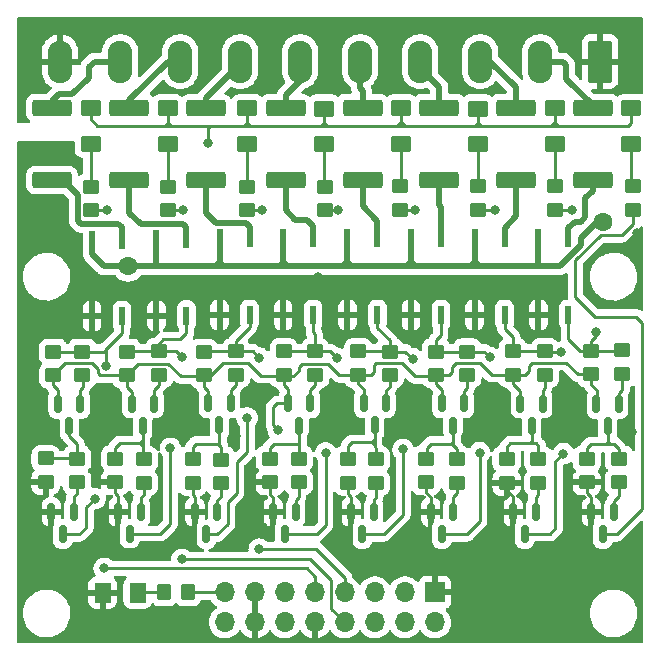
<source format=gbr>
%TF.GenerationSoftware,KiCad,Pcbnew,6.0.11+dfsg-1~bpo11+1*%
%TF.CreationDate,2023-04-06T13:54:20+02:00*%
%TF.ProjectId,din-8_11,64696e2d-385f-4313-912e-6b696361645f,1.1*%
%TF.SameCoordinates,Original*%
%TF.FileFunction,Copper,L1,Top*%
%TF.FilePolarity,Positive*%
%FSLAX46Y46*%
G04 Gerber Fmt 4.6, Leading zero omitted, Abs format (unit mm)*
G04 Created by KiCad (PCBNEW 6.0.11+dfsg-1~bpo11+1) date 2023-04-06 13:54:20*
%MOMM*%
%LPD*%
G01*
G04 APERTURE LIST*
G04 Aperture macros list*
%AMRoundRect*
0 Rectangle with rounded corners*
0 $1 Rounding radius*
0 $2 $3 $4 $5 $6 $7 $8 $9 X,Y pos of 4 corners*
0 Add a 4 corners polygon primitive as box body*
4,1,4,$2,$3,$4,$5,$6,$7,$8,$9,$2,$3,0*
0 Add four circle primitives for the rounded corners*
1,1,$1+$1,$2,$3*
1,1,$1+$1,$4,$5*
1,1,$1+$1,$6,$7*
1,1,$1+$1,$8,$9*
0 Add four rect primitives between the rounded corners*
20,1,$1+$1,$2,$3,$4,$5,0*
20,1,$1+$1,$4,$5,$6,$7,0*
20,1,$1+$1,$6,$7,$8,$9,0*
20,1,$1+$1,$8,$9,$2,$3,0*%
G04 Aperture macros list end*
%TA.AperFunction,SMDPad,CuDef*%
%ADD10RoundRect,0.150000X-0.150000X0.587500X-0.150000X-0.587500X0.150000X-0.587500X0.150000X0.587500X0*%
%TD*%
%TA.AperFunction,SMDPad,CuDef*%
%ADD11RoundRect,0.250000X0.450000X-0.350000X0.450000X0.350000X-0.450000X0.350000X-0.450000X-0.350000X0*%
%TD*%
%TA.AperFunction,SMDPad,CuDef*%
%ADD12RoundRect,0.250000X0.350000X0.450000X-0.350000X0.450000X-0.350000X-0.450000X0.350000X-0.450000X0*%
%TD*%
%TA.AperFunction,SMDPad,CuDef*%
%ADD13RoundRect,0.250000X-0.450000X0.350000X-0.450000X-0.350000X0.450000X-0.350000X0.450000X0.350000X0*%
%TD*%
%TA.AperFunction,SMDPad,CuDef*%
%ADD14RoundRect,0.249999X-1.425001X0.450001X-1.425001X-0.450001X1.425001X-0.450001X1.425001X0.450001X0*%
%TD*%
%TA.AperFunction,SMDPad,CuDef*%
%ADD15RoundRect,0.137500X-0.137500X0.662500X-0.137500X-0.662500X0.137500X-0.662500X0.137500X0.662500X0*%
%TD*%
%TA.AperFunction,SMDPad,CuDef*%
%ADD16RoundRect,0.250001X0.624999X-0.462499X0.624999X0.462499X-0.624999X0.462499X-0.624999X-0.462499X0*%
%TD*%
%TA.AperFunction,ComponentPad*%
%ADD17R,1.700000X1.700000*%
%TD*%
%TA.AperFunction,ComponentPad*%
%ADD18O,1.700000X1.700000*%
%TD*%
%TA.AperFunction,SMDPad,CuDef*%
%ADD19RoundRect,0.250001X-0.462499X-0.624999X0.462499X-0.624999X0.462499X0.624999X-0.462499X0.624999X0*%
%TD*%
%TA.AperFunction,ComponentPad*%
%ADD20RoundRect,0.249999X0.790001X1.550001X-0.790001X1.550001X-0.790001X-1.550001X0.790001X-1.550001X0*%
%TD*%
%TA.AperFunction,ComponentPad*%
%ADD21O,2.080000X3.600000*%
%TD*%
%TA.AperFunction,ViaPad*%
%ADD22C,0.800000*%
%TD*%
%TA.AperFunction,ViaPad*%
%ADD23C,1.600000*%
%TD*%
%TA.AperFunction,Conductor*%
%ADD24C,0.250000*%
%TD*%
%TA.AperFunction,Conductor*%
%ADD25C,0.500000*%
%TD*%
G04 APERTURE END LIST*
D10*
%TO.P,Q16,1,B*%
%TO.N,Net-(Q16-Pad1)*%
X129310000Y-108420000D03*
%TO.P,Q16,2,E*%
%TO.N,GND*%
X127410000Y-108420000D03*
%TO.P,Q16,3,C*%
%TO.N,Net-(Q16-Pad3)*%
X128360000Y-110295000D03*
%TD*%
D11*
%TO.P,R25,1*%
%TO.N,+3.3V*%
X147100000Y-96820000D03*
%TO.P,R25,2*%
%TO.N,/IO_4*%
X147100000Y-94820000D03*
%TD*%
D10*
%TO.P,Q6,1,B*%
%TO.N,Net-(Q6-Pad1)*%
X168420000Y-108392500D03*
%TO.P,Q6,2,E*%
%TO.N,GND*%
X166520000Y-108392500D03*
%TO.P,Q6,3,C*%
%TO.N,Net-(Q6-Pad3)*%
X167470000Y-110267500D03*
%TD*%
D12*
%TO.P,R41,1*%
%TO.N,+24V*%
X138970000Y-115200000D03*
%TO.P,R41,2*%
%TO.N,Net-(D9-Pad2)*%
X136970000Y-115200000D03*
%TD*%
D13*
%TO.P,R11,1*%
%TO.N,/IO_2*%
X162610000Y-94830000D03*
%TO.P,R11,2*%
%TO.N,Net-(Q3-Pad1)*%
X162610000Y-96830000D03*
%TD*%
%TO.P,R31,1*%
%TO.N,/IO_6*%
X136510000Y-94820000D03*
%TO.P,R31,2*%
%TO.N,Net-(Q11-Pad1)*%
X136510000Y-96820000D03*
%TD*%
D10*
%TO.P,Q1,1,B*%
%TO.N,Net-(Q1-Pad1)*%
X175450000Y-99292500D03*
%TO.P,Q1,2,E*%
%TO.N,+3.3V*%
X173550000Y-99292500D03*
%TO.P,Q1,3,C*%
%TO.N,Net-(Q1-Pad3)*%
X174500000Y-101167500D03*
%TD*%
D14*
%TO.P,R2,1*%
%TO.N,/IN_1*%
X166750000Y-74200000D03*
%TO.P,R2,2*%
%TO.N,Net-(R2-Pad2)*%
X166750000Y-80300000D03*
%TD*%
D15*
%TO.P,U5,1*%
%TO.N,Net-(R21-Pad2)*%
X149570000Y-85250000D03*
%TO.P,U5,2*%
%TO.N,/COM*%
X147030000Y-85250000D03*
%TO.P,U5,3*%
%TO.N,GND*%
X147030000Y-91750000D03*
%TO.P,U5,4*%
%TO.N,/IO_4*%
X149570000Y-91750000D03*
%TD*%
D13*
%TO.P,R19,1*%
%TO.N,Net-(D3-Pad1)*%
X163530000Y-80840000D03*
%TO.P,R19,2*%
%TO.N,Net-(Q7-Pad3)*%
X163530000Y-82840000D03*
%TD*%
D10*
%TO.P,Q12,1,B*%
%TO.N,Net-(Q12-Pad1)*%
X129860000Y-99272500D03*
%TO.P,Q12,2,E*%
%TO.N,+3.3V*%
X127960000Y-99272500D03*
%TO.P,Q12,3,C*%
%TO.N,Net-(Q12-Pad3)*%
X128910000Y-101147500D03*
%TD*%
%TO.P,Q9,1,B*%
%TO.N,Net-(Q9-Pad1)*%
X149340000Y-99222500D03*
%TO.P,Q9,2,E*%
%TO.N,+3.3V*%
X147440000Y-99222500D03*
%TO.P,Q9,3,C*%
%TO.N,Net-(Q9-Pad3)*%
X148390000Y-101097500D03*
%TD*%
%TO.P,Q4,1,B*%
%TO.N,Net-(Q4-Pad1)*%
X155730000Y-99202500D03*
%TO.P,Q4,2,E*%
%TO.N,+3.3V*%
X153830000Y-99202500D03*
%TO.P,Q4,3,C*%
%TO.N,Net-(Q4-Pad3)*%
X154780000Y-101077500D03*
%TD*%
%TO.P,Q7,1,B*%
%TO.N,Net-(Q7-Pad1)*%
X161410000Y-108412500D03*
%TO.P,Q7,2,E*%
%TO.N,GND*%
X159510000Y-108412500D03*
%TO.P,Q7,3,C*%
%TO.N,Net-(Q7-Pad3)*%
X160460000Y-110287500D03*
%TD*%
D15*
%TO.P,U7,1*%
%TO.N,Net-(R23-Pad2)*%
X138840000Y-85300000D03*
%TO.P,U7,2*%
%TO.N,/COM*%
X136300000Y-85300000D03*
%TO.P,U7,3*%
%TO.N,GND*%
X136300000Y-91800000D03*
%TO.P,U7,4*%
%TO.N,/IO_6*%
X138840000Y-91800000D03*
%TD*%
D13*
%TO.P,R9,1*%
%TO.N,/IO_0*%
X175740000Y-94740000D03*
%TO.P,R9,2*%
%TO.N,Net-(Q1-Pad1)*%
X175740000Y-96740000D03*
%TD*%
D16*
%TO.P,D5,1,K*%
%TO.N,Net-(D5-Pad1)*%
X150500000Y-77237500D03*
%TO.P,D5,2,A*%
%TO.N,+24V*%
X150500000Y-74262500D03*
%TD*%
D13*
%TO.P,R39,1*%
%TO.N,Net-(D7-Pad1)*%
X137250000Y-80870000D03*
%TO.P,R39,2*%
%TO.N,Net-(Q15-Pad3)*%
X137250000Y-82870000D03*
%TD*%
%TO.P,R44,1*%
%TO.N,Net-(Q3-Pad3)*%
X161710000Y-103920000D03*
%TO.P,R44,2*%
%TO.N,Net-(Q7-Pad1)*%
X161710000Y-105920000D03*
%TD*%
%TO.P,R36,1*%
%TO.N,Net-(Q12-Pad3)*%
X126920000Y-103870000D03*
%TO.P,R36,2*%
%TO.N,GND*%
X126920000Y-105870000D03*
%TD*%
%TO.P,R20,1*%
%TO.N,Net-(D4-Pad1)*%
X156950000Y-80840000D03*
%TO.P,R20,2*%
%TO.N,Net-(Q8-Pad3)*%
X156950000Y-82840000D03*
%TD*%
%TO.P,R42,1*%
%TO.N,Net-(Q1-Pad3)*%
X175450000Y-103890000D03*
%TO.P,R42,2*%
%TO.N,Net-(Q5-Pad1)*%
X175450000Y-105890000D03*
%TD*%
D14*
%TO.P,R22,1*%
%TO.N,/IN_5*%
X140500000Y-74250000D03*
%TO.P,R22,2*%
%TO.N,Net-(R22-Pad2)*%
X140500000Y-80350000D03*
%TD*%
D10*
%TO.P,Q8,1,B*%
%TO.N,Net-(Q8-Pad1)*%
X154680000Y-108415000D03*
%TO.P,Q8,2,E*%
%TO.N,GND*%
X152780000Y-108415000D03*
%TO.P,Q8,3,C*%
%TO.N,Net-(Q8-Pad3)*%
X153730000Y-110290000D03*
%TD*%
%TO.P,Q10,1,B*%
%TO.N,Net-(Q10-Pad1)*%
X142580000Y-99212500D03*
%TO.P,Q10,2,E*%
%TO.N,+3.3V*%
X140680000Y-99212500D03*
%TO.P,Q10,3,C*%
%TO.N,Net-(Q10-Pad3)*%
X141630000Y-101087500D03*
%TD*%
%TO.P,Q14,1,B*%
%TO.N,Net-(Q14-Pad1)*%
X141460000Y-108430000D03*
%TO.P,Q14,2,E*%
%TO.N,GND*%
X139560000Y-108430000D03*
%TO.P,Q14,3,C*%
%TO.N,Net-(Q14-Pad3)*%
X140510000Y-110305000D03*
%TD*%
D14*
%TO.P,R4,1*%
%TO.N,/IN_3*%
X153750000Y-74200000D03*
%TO.P,R4,2*%
%TO.N,Net-(R4-Pad2)*%
X153750000Y-80300000D03*
%TD*%
D15*
%TO.P,U1,1*%
%TO.N,Net-(R1-Pad2)*%
X171170000Y-85250000D03*
%TO.P,U1,2*%
%TO.N,/COM*%
X168630000Y-85250000D03*
%TO.P,U1,3*%
%TO.N,GND*%
X168630000Y-91750000D03*
%TO.P,U1,4*%
%TO.N,/IO_0*%
X171170000Y-91750000D03*
%TD*%
D14*
%TO.P,R21,1*%
%TO.N,/IN_4*%
X147250000Y-74250000D03*
%TO.P,R21,2*%
%TO.N,Net-(R21-Pad2)*%
X147250000Y-80350000D03*
%TD*%
D13*
%TO.P,R29,1*%
%TO.N,/IO_4*%
X149730000Y-94810000D03*
%TO.P,R29,2*%
%TO.N,Net-(Q9-Pad1)*%
X149730000Y-96810000D03*
%TD*%
D16*
%TO.P,D6,1,K*%
%TO.N,Net-(D6-Pad1)*%
X144000000Y-77225000D03*
%TO.P,D6,2,A*%
%TO.N,+24V*%
X144000000Y-74250000D03*
%TD*%
D15*
%TO.P,U4,1*%
%TO.N,Net-(R4-Pad2)*%
X155000000Y-85250000D03*
%TO.P,U4,2*%
%TO.N,/COM*%
X152460000Y-85250000D03*
%TO.P,U4,3*%
%TO.N,GND*%
X152460000Y-91750000D03*
%TO.P,U4,4*%
%TO.N,/IO_3*%
X155000000Y-91750000D03*
%TD*%
%TO.P,U6,1*%
%TO.N,Net-(R22-Pad2)*%
X144190000Y-85250000D03*
%TO.P,U6,2*%
%TO.N,/COM*%
X141650000Y-85250000D03*
%TO.P,U6,3*%
%TO.N,GND*%
X141650000Y-91750000D03*
%TO.P,U6,4*%
%TO.N,/IO_5*%
X144190000Y-91750000D03*
%TD*%
D10*
%TO.P,Q5,1,B*%
%TO.N,Net-(Q5-Pad1)*%
X175030000Y-108412500D03*
%TO.P,Q5,2,E*%
%TO.N,GND*%
X173130000Y-108412500D03*
%TO.P,Q5,3,C*%
%TO.N,Net-(Q5-Pad3)*%
X174080000Y-110287500D03*
%TD*%
%TO.P,Q11,1,B*%
%TO.N,Net-(Q11-Pad1)*%
X136090000Y-99232500D03*
%TO.P,Q11,2,E*%
%TO.N,+3.3V*%
X134190000Y-99232500D03*
%TO.P,Q11,3,C*%
%TO.N,Net-(Q11-Pad3)*%
X135140000Y-101107500D03*
%TD*%
D13*
%TO.P,R43,1*%
%TO.N,Net-(Q2-Pad3)*%
X168640000Y-103940000D03*
%TO.P,R43,2*%
%TO.N,Net-(Q6-Pad1)*%
X168640000Y-105940000D03*
%TD*%
D16*
%TO.P,D8,1,K*%
%TO.N,Net-(D8-Pad1)*%
X130750000Y-77225000D03*
%TO.P,D8,2,A*%
%TO.N,+24V*%
X130750000Y-74250000D03*
%TD*%
D13*
%TO.P,R49,1*%
%TO.N,Net-(Q12-Pad3)*%
X129580000Y-103900000D03*
%TO.P,R49,2*%
%TO.N,Net-(Q16-Pad1)*%
X129580000Y-105900000D03*
%TD*%
D17*
%TO.P,J1,1,Pin_1*%
%TO.N,GND*%
X159875000Y-115225000D03*
D18*
%TO.P,J1,2,Pin_2*%
%TO.N,/IO_0*%
X159875000Y-117765000D03*
%TO.P,J1,3,Pin_3*%
%TO.N,/IO_1*%
X157335000Y-115225000D03*
%TO.P,J1,4,Pin_4*%
%TO.N,/IO_2*%
X157335000Y-117765000D03*
%TO.P,J1,5,Pin_5*%
%TO.N,/IO_3*%
X154795000Y-115225000D03*
%TO.P,J1,6,Pin_6*%
%TO.N,/IO_4*%
X154795000Y-117765000D03*
%TO.P,J1,7,Pin_7*%
%TO.N,/IO_5*%
X152255000Y-115225000D03*
%TO.P,J1,8,Pin_8*%
%TO.N,/IO_6*%
X152255000Y-117765000D03*
%TO.P,J1,9,Pin_9*%
%TO.N,/IO_7*%
X149715000Y-115225000D03*
%TO.P,J1,10,Pin_10*%
%TO.N,GND*%
X149715000Y-117765000D03*
%TO.P,J1,11,Pin_11*%
%TO.N,+3.3V*%
X147175000Y-115225000D03*
%TO.P,J1,12,Pin_12*%
X147175000Y-117765000D03*
%TO.P,J1,13,Pin_13*%
%TO.N,GND*%
X144635000Y-115225000D03*
%TO.P,J1,14,Pin_14*%
X144635000Y-117765000D03*
%TO.P,J1,15,Pin_15*%
%TO.N,+24V*%
X142095000Y-115225000D03*
%TO.P,J1,16,Pin_16*%
X142095000Y-117765000D03*
%TD*%
D13*
%TO.P,R15,1*%
%TO.N,Net-(Q3-Pad3)*%
X159130000Y-103900000D03*
%TO.P,R15,2*%
%TO.N,GND*%
X159130000Y-105900000D03*
%TD*%
%TO.P,R13,1*%
%TO.N,Net-(Q1-Pad3)*%
X172740000Y-103910000D03*
%TO.P,R13,2*%
%TO.N,GND*%
X172740000Y-105910000D03*
%TD*%
%TO.P,R32,1*%
%TO.N,/IO_7*%
X130030000Y-94840000D03*
%TO.P,R32,2*%
%TO.N,Net-(Q12-Pad1)*%
X130030000Y-96840000D03*
%TD*%
D11*
%TO.P,R26,1*%
%TO.N,+3.3V*%
X140310000Y-96860000D03*
%TO.P,R26,2*%
%TO.N,/IO_5*%
X140310000Y-94860000D03*
%TD*%
D10*
%TO.P,Q13,1,B*%
%TO.N,Net-(Q13-Pad1)*%
X148100000Y-108390000D03*
%TO.P,Q13,2,E*%
%TO.N,GND*%
X146200000Y-108390000D03*
%TO.P,Q13,3,C*%
%TO.N,Net-(Q13-Pad3)*%
X147150000Y-110265000D03*
%TD*%
D13*
%TO.P,R40,1*%
%TO.N,Net-(D8-Pad1)*%
X130790000Y-80870000D03*
%TO.P,R40,2*%
%TO.N,Net-(Q16-Pad3)*%
X130790000Y-82870000D03*
%TD*%
D16*
%TO.P,D4,1,K*%
%TO.N,Net-(D4-Pad1)*%
X157000000Y-77225000D03*
%TO.P,D4,2,A*%
%TO.N,+24V*%
X157000000Y-74250000D03*
%TD*%
D13*
%TO.P,R17,1*%
%TO.N,Net-(D1-Pad1)*%
X176670000Y-80830000D03*
%TO.P,R17,2*%
%TO.N,Net-(Q5-Pad3)*%
X176670000Y-82830000D03*
%TD*%
D16*
%TO.P,D1,1,K*%
%TO.N,Net-(D1-Pad1)*%
X176500000Y-77225000D03*
%TO.P,D1,2,A*%
%TO.N,+24V*%
X176500000Y-74250000D03*
%TD*%
D11*
%TO.P,R28,1*%
%TO.N,+3.3V*%
X127550000Y-96850000D03*
%TO.P,R28,2*%
%TO.N,/IO_7*%
X127550000Y-94850000D03*
%TD*%
D10*
%TO.P,Q15,1,B*%
%TO.N,Net-(Q15-Pad1)*%
X134970000Y-108382500D03*
%TO.P,Q15,2,E*%
%TO.N,GND*%
X133070000Y-108382500D03*
%TO.P,Q15,3,C*%
%TO.N,Net-(Q15-Pad3)*%
X134020000Y-110257500D03*
%TD*%
D13*
%TO.P,R10,1*%
%TO.N,/IO_1*%
X169190000Y-94800000D03*
%TO.P,R10,2*%
%TO.N,Net-(Q2-Pad1)*%
X169190000Y-96800000D03*
%TD*%
%TO.P,R46,1*%
%TO.N,Net-(Q9-Pad3)*%
X148340000Y-103890000D03*
%TO.P,R46,2*%
%TO.N,Net-(Q13-Pad1)*%
X148340000Y-105890000D03*
%TD*%
D14*
%TO.P,R24,1*%
%TO.N,/IN_7*%
X127450000Y-74210000D03*
%TO.P,R24,2*%
%TO.N,Net-(R24-Pad2)*%
X127450000Y-80310000D03*
%TD*%
D13*
%TO.P,R12,1*%
%TO.N,/IO_3*%
X156030000Y-94840000D03*
%TO.P,R12,2*%
%TO.N,Net-(Q4-Pad1)*%
X156030000Y-96840000D03*
%TD*%
D15*
%TO.P,U8,1*%
%TO.N,Net-(R24-Pad2)*%
X133390000Y-85350000D03*
%TO.P,U8,2*%
%TO.N,/COM*%
X130850000Y-85350000D03*
%TO.P,U8,3*%
%TO.N,GND*%
X130850000Y-91850000D03*
%TO.P,U8,4*%
%TO.N,/IO_7*%
X133390000Y-91850000D03*
%TD*%
D19*
%TO.P,D9,1,K*%
%TO.N,GND*%
X131745000Y-115240000D03*
%TO.P,D9,2,A*%
%TO.N,Net-(D9-Pad2)*%
X134720000Y-115240000D03*
%TD*%
D16*
%TO.P,D3,1,K*%
%TO.N,Net-(D3-Pad1)*%
X163500000Y-77237500D03*
%TO.P,D3,2,A*%
%TO.N,+24V*%
X163500000Y-74262500D03*
%TD*%
D13*
%TO.P,R47,1*%
%TO.N,Net-(Q10-Pad3)*%
X141750000Y-103980000D03*
%TO.P,R47,2*%
%TO.N,Net-(Q14-Pad1)*%
X141750000Y-105980000D03*
%TD*%
%TO.P,R45,1*%
%TO.N,Net-(Q4-Pad3)*%
X154870000Y-103940000D03*
%TO.P,R45,2*%
%TO.N,Net-(Q8-Pad1)*%
X154870000Y-105940000D03*
%TD*%
D16*
%TO.P,D2,1,K*%
%TO.N,Net-(D2-Pad1)*%
X170000000Y-77225000D03*
%TO.P,D2,2,A*%
%TO.N,+24V*%
X170000000Y-74250000D03*
%TD*%
D13*
%TO.P,R38,1*%
%TO.N,Net-(D6-Pad1)*%
X143940000Y-80880000D03*
%TO.P,R38,2*%
%TO.N,Net-(Q14-Pad3)*%
X143940000Y-82880000D03*
%TD*%
D14*
%TO.P,R23,1*%
%TO.N,/IN_6*%
X134010000Y-74240000D03*
%TO.P,R23,2*%
%TO.N,Net-(R23-Pad2)*%
X134010000Y-80340000D03*
%TD*%
D11*
%TO.P,R5,1*%
%TO.N,+3.3V*%
X173130000Y-96760000D03*
%TO.P,R5,2*%
%TO.N,/IO_0*%
X173130000Y-94760000D03*
%TD*%
D13*
%TO.P,R33,1*%
%TO.N,Net-(Q9-Pad3)*%
X145900000Y-103900000D03*
%TO.P,R33,2*%
%TO.N,GND*%
X145900000Y-105900000D03*
%TD*%
D11*
%TO.P,R27,1*%
%TO.N,+3.3V*%
X133790000Y-96850000D03*
%TO.P,R27,2*%
%TO.N,/IO_6*%
X133790000Y-94850000D03*
%TD*%
D13*
%TO.P,R16,1*%
%TO.N,Net-(Q4-Pad3)*%
X152530000Y-103920000D03*
%TO.P,R16,2*%
%TO.N,GND*%
X152530000Y-105920000D03*
%TD*%
D16*
%TO.P,D7,1,K*%
%TO.N,Net-(D7-Pad1)*%
X137250000Y-77225000D03*
%TO.P,D7,2,A*%
%TO.N,+24V*%
X137250000Y-74250000D03*
%TD*%
D14*
%TO.P,R1,1*%
%TO.N,/IN_0*%
X173250000Y-74200000D03*
%TO.P,R1,2*%
%TO.N,Net-(R1-Pad2)*%
X173250000Y-80300000D03*
%TD*%
D13*
%TO.P,R30,1*%
%TO.N,/IO_5*%
X143030000Y-94820000D03*
%TO.P,R30,2*%
%TO.N,Net-(Q10-Pad1)*%
X143030000Y-96820000D03*
%TD*%
%TO.P,R37,1*%
%TO.N,Net-(D5-Pad1)*%
X150550000Y-80870000D03*
%TO.P,R37,2*%
%TO.N,Net-(Q13-Pad3)*%
X150550000Y-82870000D03*
%TD*%
D14*
%TO.P,R3,1*%
%TO.N,/IN_2*%
X160250000Y-74200000D03*
%TO.P,R3,2*%
%TO.N,Net-(R3-Pad2)*%
X160250000Y-80300000D03*
%TD*%
D11*
%TO.P,R7,1*%
%TO.N,+3.3V*%
X159980000Y-96830000D03*
%TO.P,R7,2*%
%TO.N,/IO_2*%
X159980000Y-94830000D03*
%TD*%
D13*
%TO.P,R48,1*%
%TO.N,Net-(Q11-Pad3)*%
X135210000Y-103930000D03*
%TO.P,R48,2*%
%TO.N,Net-(Q15-Pad1)*%
X135210000Y-105930000D03*
%TD*%
D10*
%TO.P,Q2,1,B*%
%TO.N,Net-(Q2-Pad1)*%
X169020000Y-99232500D03*
%TO.P,Q2,2,E*%
%TO.N,+3.3V*%
X167120000Y-99232500D03*
%TO.P,Q2,3,C*%
%TO.N,Net-(Q2-Pad3)*%
X168070000Y-101107500D03*
%TD*%
D11*
%TO.P,R6,1*%
%TO.N,+3.3V*%
X166470000Y-96810000D03*
%TO.P,R6,2*%
%TO.N,/IO_1*%
X166470000Y-94810000D03*
%TD*%
D13*
%TO.P,R35,1*%
%TO.N,Net-(Q11-Pad3)*%
X132820000Y-103890000D03*
%TO.P,R35,2*%
%TO.N,GND*%
X132820000Y-105890000D03*
%TD*%
%TO.P,R14,1*%
%TO.N,Net-(Q2-Pad3)*%
X165950000Y-103930000D03*
%TO.P,R14,2*%
%TO.N,GND*%
X165950000Y-105930000D03*
%TD*%
D11*
%TO.P,R8,1*%
%TO.N,+3.3V*%
X153390000Y-96820000D03*
%TO.P,R8,2*%
%TO.N,/IO_3*%
X153390000Y-94820000D03*
%TD*%
D15*
%TO.P,U2,1*%
%TO.N,Net-(R2-Pad2)*%
X165770000Y-85250000D03*
%TO.P,U2,2*%
%TO.N,/COM*%
X163230000Y-85250000D03*
%TO.P,U2,3*%
%TO.N,GND*%
X163230000Y-91750000D03*
%TO.P,U2,4*%
%TO.N,/IO_1*%
X165770000Y-91750000D03*
%TD*%
D10*
%TO.P,Q3,1,B*%
%TO.N,Net-(Q3-Pad1)*%
X162360000Y-99222500D03*
%TO.P,Q3,2,E*%
%TO.N,+3.3V*%
X160460000Y-99222500D03*
%TO.P,Q3,3,C*%
%TO.N,Net-(Q3-Pad3)*%
X161410000Y-101097500D03*
%TD*%
D13*
%TO.P,R18,1*%
%TO.N,Net-(D2-Pad1)*%
X170010000Y-80850000D03*
%TO.P,R18,2*%
%TO.N,Net-(Q6-Pad3)*%
X170010000Y-82850000D03*
%TD*%
%TO.P,R34,1*%
%TO.N,Net-(Q10-Pad3)*%
X139360000Y-103950000D03*
%TO.P,R34,2*%
%TO.N,GND*%
X139360000Y-105950000D03*
%TD*%
D15*
%TO.P,U3,1*%
%TO.N,Net-(R3-Pad2)*%
X160380000Y-85250000D03*
%TO.P,U3,2*%
%TO.N,/COM*%
X157840000Y-85250000D03*
%TO.P,U3,3*%
%TO.N,GND*%
X157840000Y-91750000D03*
%TO.P,U3,4*%
%TO.N,/IO_2*%
X160380000Y-91750000D03*
%TD*%
D20*
%TO.P,J2,1,Pin_1*%
%TO.N,/COM*%
X173860000Y-70277500D03*
D21*
%TO.P,J2,2,Pin_2*%
%TO.N,/IN_0*%
X168780000Y-70277500D03*
%TO.P,J2,3,Pin_3*%
%TO.N,/IN_1*%
X163700000Y-70277500D03*
%TO.P,J2,4,Pin_4*%
%TO.N,/IN_2*%
X158620000Y-70277500D03*
%TO.P,J2,5,Pin_5*%
%TO.N,/IN_3*%
X153540000Y-70277500D03*
%TO.P,J2,6,Pin_6*%
%TO.N,/IN_4*%
X148460000Y-70277500D03*
%TO.P,J2,7,Pin_7*%
%TO.N,/IN_5*%
X143380000Y-70277500D03*
%TO.P,J2,8,Pin_8*%
%TO.N,/IN_6*%
X138300000Y-70277500D03*
%TO.P,J2,9,Pin_9*%
%TO.N,/IN_7*%
X133220000Y-70277500D03*
%TO.P,J2,10,Pin_10*%
%TO.N,/COM*%
X128140000Y-70277500D03*
%TD*%
D22*
%TO.N,+24V*%
X140700000Y-77140000D03*
%TO.N,GND*%
X139500000Y-101500000D03*
X162500000Y-102000000D03*
X172650000Y-101500000D03*
X136300000Y-108470000D03*
X143000000Y-102000000D03*
X143430000Y-110540000D03*
X149500000Y-109000000D03*
X146160000Y-98170000D03*
X149500000Y-102000000D03*
X176570000Y-101670000D03*
X156000000Y-102000000D03*
X176990000Y-84830000D03*
X150000000Y-88500000D03*
%TO.N,/IO_0*%
X173540000Y-93170000D03*
%TO.N,/IO_1*%
X170520000Y-94900000D03*
%TO.N,/IO_2*%
X164530000Y-95320000D03*
%TO.N,/IO_3*%
X157980000Y-95440000D03*
%TO.N,/IO_4*%
X151580000Y-95380000D03*
%TO.N,/IO_5*%
X145000000Y-111550000D03*
X144990000Y-95360000D03*
%TO.N,/IO_6*%
X138450000Y-112420000D03*
X138440000Y-95300000D03*
%TO.N,/IO_7*%
X132040000Y-96090000D03*
X131880000Y-113190000D03*
%TO.N,+3.3V*%
X146610000Y-101480000D03*
D23*
%TO.N,/COM*%
X174090000Y-83840000D03*
X133900000Y-87600000D03*
D22*
%TO.N,Net-(Q6-Pad3)*%
X171490000Y-82850000D03*
X170760000Y-103470000D03*
%TO.N,Net-(Q14-Pad3)*%
X143970000Y-100440000D03*
X145250000Y-82880000D03*
%TO.N,Net-(Q15-Pad3)*%
X137470000Y-103020000D03*
X138540000Y-82880000D03*
%TO.N,Net-(Q16-Pad3)*%
X131090000Y-107280000D03*
X132100000Y-82870000D03*
%TO.N,Net-(Q7-Pad3)*%
X164980000Y-82840000D03*
X163660000Y-103390000D03*
%TO.N,Net-(Q8-Pad3)*%
X157180000Y-103110000D03*
X158210000Y-82840000D03*
%TO.N,Net-(Q13-Pad3)*%
X151670000Y-82880000D03*
X150620000Y-103420000D03*
%TD*%
D24*
%TO.N,Net-(D1-Pad1)*%
X176500000Y-80660000D02*
X176670000Y-80830000D01*
X176500000Y-77225000D02*
X176500000Y-80660000D01*
%TO.N,+24V*%
X140700000Y-75860000D02*
X140540000Y-75700000D01*
X150500000Y-74262500D02*
X150500000Y-75420000D01*
X140700000Y-77140000D02*
X140700000Y-76390000D01*
X170040000Y-75700000D02*
X170280000Y-75700000D01*
X156450000Y-75700000D02*
X156700000Y-75700000D01*
X157300000Y-75700000D02*
X163130000Y-75700000D01*
X163760000Y-75700000D02*
X169710000Y-75700000D01*
X130750000Y-75170000D02*
X131280000Y-75700000D01*
X140700000Y-76390000D02*
X140700000Y-75870000D01*
X144260000Y-75700000D02*
X150200000Y-75700000D01*
X169710000Y-75700000D02*
X169720000Y-75700000D01*
X163500000Y-75440000D02*
X163760000Y-75700000D01*
X142095000Y-115225000D02*
X138995000Y-115225000D01*
X156450000Y-75700000D02*
X157300000Y-75700000D01*
X137010000Y-75700000D02*
X137250000Y-75460000D01*
X136760000Y-75700000D02*
X137490000Y-75700000D01*
X170000000Y-75420000D02*
X170280000Y-75700000D01*
X163240000Y-75700000D02*
X163500000Y-75440000D01*
X163130000Y-75700000D02*
X163760000Y-75700000D01*
X170000000Y-75240000D02*
X170000000Y-75420000D01*
X143740000Y-75700000D02*
X144260000Y-75700000D01*
X143740000Y-75700000D02*
X144000000Y-75440000D01*
X169710000Y-75700000D02*
X170040000Y-75700000D01*
X169720000Y-75700000D02*
X170000000Y-75420000D01*
X163130000Y-75700000D02*
X163240000Y-75700000D01*
X163500000Y-74262500D02*
X163500000Y-75440000D01*
X138995000Y-115225000D02*
X138970000Y-115200000D01*
X150780000Y-75700000D02*
X156450000Y-75700000D01*
X170000000Y-74250000D02*
X170000000Y-75240000D01*
X176250000Y-75700000D02*
X176500000Y-75450000D01*
X150220000Y-75700000D02*
X150500000Y-75420000D01*
X130750000Y-74250000D02*
X130750000Y-75170000D01*
X170000000Y-75660000D02*
X170040000Y-75700000D01*
X170280000Y-75700000D02*
X176250000Y-75700000D01*
X137250000Y-75460000D02*
X137490000Y-75700000D01*
X136760000Y-75700000D02*
X137010000Y-75700000D01*
X150200000Y-75700000D02*
X150220000Y-75700000D01*
X140540000Y-75700000D02*
X140870000Y-75700000D01*
X140700000Y-75870000D02*
X140870000Y-75700000D01*
X131280000Y-75700000D02*
X136760000Y-75700000D01*
X137490000Y-75700000D02*
X140540000Y-75700000D01*
X144000000Y-75440000D02*
X144260000Y-75700000D01*
X150200000Y-75700000D02*
X150780000Y-75700000D01*
X137250000Y-74250000D02*
X137250000Y-75460000D01*
X157000000Y-75400000D02*
X157300000Y-75700000D01*
X144000000Y-74250000D02*
X144000000Y-75440000D01*
X140700000Y-76390000D02*
X140700000Y-75860000D01*
X157000000Y-74250000D02*
X157000000Y-75400000D01*
X176500000Y-75450000D02*
X176500000Y-74250000D01*
X170000000Y-75420000D02*
X170000000Y-75660000D01*
X140870000Y-75700000D02*
X143740000Y-75700000D01*
X156700000Y-75700000D02*
X157000000Y-75400000D01*
X150500000Y-75420000D02*
X150780000Y-75700000D01*
%TO.N,Net-(D2-Pad1)*%
X170000000Y-77225000D02*
X170000000Y-80840000D01*
X170000000Y-80840000D02*
X170010000Y-80850000D01*
%TO.N,Net-(D3-Pad1)*%
X163500000Y-77237500D02*
X163500000Y-80810000D01*
X163500000Y-80810000D02*
X163530000Y-80840000D01*
%TO.N,Net-(D4-Pad1)*%
X157000000Y-77225000D02*
X157000000Y-80790000D01*
X157000000Y-80790000D02*
X156950000Y-80840000D01*
%TO.N,Net-(D5-Pad1)*%
X150500000Y-80820000D02*
X150550000Y-80870000D01*
X150500000Y-77237500D02*
X150500000Y-80820000D01*
%TO.N,Net-(D6-Pad1)*%
X144000000Y-80820000D02*
X143940000Y-80880000D01*
X144000000Y-77225000D02*
X144000000Y-80820000D01*
%TO.N,Net-(D7-Pad1)*%
X137250000Y-77225000D02*
X137250000Y-80870000D01*
%TO.N,Net-(D8-Pad1)*%
X130750000Y-80830000D02*
X130790000Y-80870000D01*
X130750000Y-77225000D02*
X130750000Y-80830000D01*
%TO.N,GND*%
X132820000Y-105890000D02*
X132820000Y-106830000D01*
X159510000Y-108412500D02*
X159510000Y-107160000D01*
X152530000Y-106890000D02*
X152780000Y-107140000D01*
X173130000Y-107160000D02*
X172740000Y-106770000D01*
X132820000Y-106830000D02*
X133070000Y-107080000D01*
X159510000Y-107160000D02*
X159130000Y-106780000D01*
X133070000Y-107080000D02*
X133070000Y-108382500D01*
X152780000Y-107140000D02*
X152780000Y-108415000D01*
X152530000Y-105920000D02*
X152530000Y-106890000D01*
X165950000Y-106550000D02*
X166520000Y-107120000D01*
X139560000Y-108430000D02*
X139560000Y-107170000D01*
X172740000Y-106770000D02*
X172740000Y-105910000D01*
X146200000Y-107200000D02*
X145900000Y-106900000D01*
X139360000Y-105950000D02*
X139360000Y-106970000D01*
X173130000Y-108412500D02*
X173130000Y-107160000D01*
X159130000Y-106780000D02*
X159130000Y-105900000D01*
X139560000Y-107170000D02*
X139360000Y-106970000D01*
X145900000Y-106900000D02*
X145900000Y-105900000D01*
X146200000Y-108390000D02*
X146200000Y-107200000D01*
X165950000Y-105930000D02*
X165950000Y-106550000D01*
X166520000Y-107120000D02*
X166520000Y-108392500D01*
%TO.N,Net-(D9-Pad2)*%
X136970000Y-115200000D02*
X134760000Y-115200000D01*
X134760000Y-115200000D02*
X134720000Y-115240000D01*
%TO.N,/IO_0*%
X172120000Y-94760000D02*
X173130000Y-94760000D01*
X173130000Y-94760000D02*
X173130000Y-93910000D01*
X171170000Y-91750000D02*
X171170000Y-93810000D01*
X171170000Y-93810000D02*
X172120000Y-94760000D01*
X173540000Y-93500000D02*
X173130000Y-93910000D01*
X173540000Y-93170000D02*
X173540000Y-93500000D01*
X173130000Y-94760000D02*
X175720000Y-94760000D01*
%TO.N,/IO_1*%
X165770000Y-92910000D02*
X166490000Y-93630000D01*
X169190000Y-94800000D02*
X166480000Y-94800000D01*
X166480000Y-94800000D02*
X166470000Y-94810000D01*
X166490000Y-94790000D02*
X166470000Y-94810000D01*
X169290000Y-94900000D02*
X169190000Y-94800000D01*
X166490000Y-93630000D02*
X166490000Y-94790000D01*
X165770000Y-91750000D02*
X165770000Y-92910000D01*
X170520000Y-94900000D02*
X169290000Y-94900000D01*
%TO.N,/IO_2*%
X164040000Y-94830000D02*
X164530000Y-95320000D01*
X162610000Y-94830000D02*
X159980000Y-94830000D01*
X160380000Y-91750000D02*
X160380000Y-93460000D01*
X159980000Y-93860000D02*
X159980000Y-94830000D01*
X162610000Y-94830000D02*
X164040000Y-94830000D01*
X160380000Y-93460000D02*
X159980000Y-93860000D01*
%TO.N,/IO_3*%
X155000000Y-91750000D02*
X155000000Y-92830000D01*
X156030000Y-94840000D02*
X157380000Y-94840000D01*
X156030000Y-93860000D02*
X156030000Y-94840000D01*
X155000000Y-92830000D02*
X156030000Y-93860000D01*
X156010000Y-94820000D02*
X153390000Y-94820000D01*
X157380000Y-94840000D02*
X157980000Y-95440000D01*
%TO.N,/IO_4*%
X149730000Y-94810000D02*
X149730000Y-93350000D01*
X147110000Y-94810000D02*
X147100000Y-94820000D01*
X149570000Y-91750000D02*
X149570000Y-93190000D01*
X151010000Y-94810000D02*
X151580000Y-95380000D01*
X149730000Y-94810000D02*
X147110000Y-94810000D01*
X149730000Y-94810000D02*
X151010000Y-94810000D01*
X149730000Y-93350000D02*
X149570000Y-93190000D01*
%TO.N,/IO_5*%
X143030000Y-94820000D02*
X140350000Y-94820000D01*
X143030000Y-94820000D02*
X144450000Y-94820000D01*
X140350000Y-94820000D02*
X140310000Y-94860000D01*
X149810000Y-111550000D02*
X152255000Y-113995000D01*
X144190000Y-92760000D02*
X143030000Y-93920000D01*
X152255000Y-113995000D02*
X152255000Y-115225000D01*
X144450000Y-94820000D02*
X144990000Y-95360000D01*
X145000000Y-111550000D02*
X149810000Y-111550000D01*
X144190000Y-91750000D02*
X144190000Y-92760000D01*
X143030000Y-93920000D02*
X143030000Y-94820000D01*
%TO.N,/IO_6*%
X136880000Y-93810000D02*
X138320000Y-93810000D01*
X136510000Y-94180000D02*
X136880000Y-93810000D01*
X137960000Y-94820000D02*
X138440000Y-95300000D01*
X136510000Y-94820000D02*
X137960000Y-94820000D01*
X133820000Y-94820000D02*
X133790000Y-94850000D01*
X138320000Y-93810000D02*
X138840000Y-93290000D01*
X151080000Y-114190000D02*
X149310000Y-112420000D01*
X152255000Y-117765000D02*
X151080000Y-116590000D01*
X136510000Y-94820000D02*
X133820000Y-94820000D01*
X151080000Y-116590000D02*
X151080000Y-114190000D01*
X138840000Y-93290000D02*
X138840000Y-91800000D01*
X149310000Y-112420000D02*
X138450000Y-112420000D01*
X136510000Y-94820000D02*
X136510000Y-94180000D01*
%TO.N,/IO_7*%
X133390000Y-93280000D02*
X133390000Y-91850000D01*
X132040000Y-96090000D02*
X132040000Y-94970000D01*
X132040000Y-94630000D02*
X133390000Y-93280000D01*
X149715000Y-113895000D02*
X149715000Y-115225000D01*
X127560000Y-94840000D02*
X127550000Y-94850000D01*
X131880000Y-113190000D02*
X149010000Y-113190000D01*
X131830000Y-94840000D02*
X132040000Y-94630000D01*
X131440000Y-94840000D02*
X131830000Y-94840000D01*
X131440000Y-94840000D02*
X131910000Y-94840000D01*
X131910000Y-94840000D02*
X132040000Y-94970000D01*
X132040000Y-94970000D02*
X132040000Y-94630000D01*
X130030000Y-94840000D02*
X131440000Y-94840000D01*
X149010000Y-113190000D02*
X149715000Y-113895000D01*
X130030000Y-94840000D02*
X127560000Y-94840000D01*
%TO.N,+3.3V*%
X173130000Y-96760000D02*
X173130000Y-97690000D01*
X170970000Y-95780000D02*
X168090000Y-95780000D01*
X161690000Y-95760000D02*
X163650000Y-95760000D01*
X166470000Y-97550000D02*
X167120000Y-98200000D01*
X138340000Y-96920000D02*
X140250000Y-96920000D01*
X161330000Y-96120000D02*
X161455000Y-95995000D01*
X173130000Y-96760000D02*
X171950000Y-96760000D01*
X140930000Y-96860000D02*
X141970000Y-95820000D01*
X167120000Y-98200000D02*
X167120000Y-99232500D01*
X140310000Y-97810000D02*
X140680000Y-98180000D01*
X153390000Y-96820000D02*
X151770000Y-96820000D01*
X140680000Y-98180000D02*
X140680000Y-99212500D01*
X161455000Y-95995000D02*
X161560000Y-95890000D01*
X146517500Y-99222500D02*
X147440000Y-99222500D01*
X158160000Y-96910000D02*
X159900000Y-96910000D01*
X146610000Y-101480000D02*
X146200000Y-101070000D01*
X145120000Y-96900000D02*
X147020000Y-96900000D01*
X127550000Y-96850000D02*
X128580000Y-95820000D01*
X144040000Y-95820000D02*
X145120000Y-96900000D01*
X127960000Y-98100000D02*
X127960000Y-99272500D01*
X150830000Y-95880000D02*
X148630000Y-95880000D01*
X151770000Y-96820000D02*
X150830000Y-95880000D01*
X130860000Y-95820000D02*
X131310000Y-96270000D01*
X153390000Y-96820000D02*
X154460000Y-96820000D01*
X147440000Y-98000000D02*
X147440000Y-99222500D01*
X154690000Y-95990000D02*
X154880000Y-95800000D01*
X154690000Y-96590000D02*
X154690000Y-95990000D01*
X131520000Y-96850000D02*
X133790000Y-96850000D01*
X166470000Y-96810000D02*
X166470000Y-97550000D01*
X164700000Y-96810000D02*
X166470000Y-96810000D01*
X154880000Y-95800000D02*
X157050000Y-95800000D01*
X159980000Y-97570000D02*
X160460000Y-98050000D01*
X153830000Y-98020000D02*
X153830000Y-99202500D01*
X127550000Y-97690000D02*
X127960000Y-98100000D01*
X127550000Y-96850000D02*
X127550000Y-97690000D01*
X161455000Y-95995000D02*
X161690000Y-95760000D01*
X167840000Y-96470000D02*
X167500000Y-96810000D01*
X159980000Y-96830000D02*
X161040000Y-96830000D01*
X146200000Y-101070000D02*
X146200000Y-99540000D01*
X148630000Y-95880000D02*
X148330000Y-96180000D01*
X160460000Y-99222500D02*
X160460000Y-98050000D01*
X147020000Y-96900000D02*
X147100000Y-96820000D01*
X147890000Y-96880000D02*
X147160000Y-96880000D01*
X137315000Y-95895000D02*
X138340000Y-96920000D01*
X140310000Y-96860000D02*
X140930000Y-96860000D01*
X140250000Y-96920000D02*
X140310000Y-96860000D01*
X141970000Y-95820000D02*
X144040000Y-95820000D01*
X148330000Y-96440000D02*
X147890000Y-96880000D01*
X134190000Y-98220000D02*
X134190000Y-99232500D01*
X133790000Y-96850000D02*
X133790000Y-97820000D01*
X157050000Y-95800000D02*
X158160000Y-96910000D01*
X161040000Y-96830000D02*
X161330000Y-96540000D01*
X167500000Y-96810000D02*
X166470000Y-96810000D01*
X171950000Y-96760000D02*
X170970000Y-95780000D01*
X173560000Y-98120000D02*
X173560000Y-99282500D01*
X148330000Y-96180000D02*
X148330000Y-96440000D01*
X154460000Y-96820000D02*
X154690000Y-96590000D01*
X131310000Y-96640000D02*
X131520000Y-96850000D01*
X161330000Y-96540000D02*
X161330000Y-96120000D01*
X173560000Y-99282500D02*
X173550000Y-99292500D01*
X159980000Y-96830000D02*
X159980000Y-97570000D01*
X173130000Y-97690000D02*
X173560000Y-98120000D01*
X167840000Y-96030000D02*
X167840000Y-96470000D01*
X153390000Y-96820000D02*
X153390000Y-97580000D01*
X133790000Y-97820000D02*
X134190000Y-98220000D01*
X131310000Y-96270000D02*
X131310000Y-96640000D01*
X134745000Y-95895000D02*
X137315000Y-95895000D01*
X146200000Y-99540000D02*
X146517500Y-99222500D01*
X147100000Y-97660000D02*
X147440000Y-98000000D01*
X163650000Y-95760000D02*
X163780000Y-95890000D01*
X128580000Y-95820000D02*
X130860000Y-95820000D01*
X163780000Y-95890000D02*
X164700000Y-96810000D01*
X147100000Y-96820000D02*
X147100000Y-97660000D01*
X159900000Y-96910000D02*
X159980000Y-96830000D01*
X133790000Y-96850000D02*
X134745000Y-95895000D01*
X168090000Y-95780000D02*
X167840000Y-96030000D01*
X147160000Y-96880000D02*
X147100000Y-96820000D01*
X153390000Y-97580000D02*
X153830000Y-98020000D01*
X140310000Y-96860000D02*
X140310000Y-97810000D01*
D25*
%TO.N,/COM*%
X146460000Y-87590000D02*
X146720000Y-87590000D01*
X151890000Y-87590000D02*
X152820000Y-87590000D01*
X163590000Y-87590000D02*
X168010000Y-87590000D01*
X130850000Y-86590000D02*
X131860000Y-87600000D01*
X168010000Y-87590000D02*
X168430000Y-87590000D01*
X136300000Y-86560000D02*
X136300000Y-86990000D01*
X163230000Y-85250000D02*
X163230000Y-87230000D01*
X135410000Y-87590000D02*
X133910000Y-87590000D01*
X154600000Y-87590000D02*
X157480000Y-87590000D01*
X136300000Y-86990000D02*
X136300000Y-87390000D01*
X172250000Y-85180000D02*
X173590000Y-83840000D01*
X168630000Y-87580000D02*
X168620000Y-87590000D01*
X170460850Y-87590000D02*
X172250000Y-85800850D01*
X147030000Y-87280000D02*
X147340000Y-87590000D01*
X147030000Y-85250000D02*
X147030000Y-87280000D01*
X153980000Y-87590000D02*
X154600000Y-87590000D01*
X152100000Y-87590000D02*
X152460000Y-87230000D01*
X153070000Y-87590000D02*
X153980000Y-87590000D01*
X168630000Y-85250000D02*
X168630000Y-87390000D01*
X140870000Y-87590000D02*
X139500000Y-87590000D01*
X157840000Y-85250000D02*
X157840000Y-87230000D01*
X152820000Y-87590000D02*
X153070000Y-87590000D01*
X168620000Y-87590000D02*
X168830000Y-87590000D01*
X162890000Y-87590000D02*
X163240000Y-87240000D01*
X140870000Y-87590000D02*
X141330000Y-87590000D01*
X141650000Y-85250000D02*
X141650000Y-87270000D01*
X152460000Y-85250000D02*
X152460000Y-87230000D01*
X154600000Y-87590000D02*
X153750000Y-87590000D01*
X141650000Y-87270000D02*
X141970000Y-87590000D01*
X158180000Y-87590000D02*
X159720000Y-87590000D01*
X168430000Y-87590000D02*
X168630000Y-87390000D01*
X172250000Y-85800850D02*
X172250000Y-85180000D01*
X162750000Y-87590000D02*
X162890000Y-87590000D01*
X131860000Y-87600000D02*
X133900000Y-87600000D01*
X168830000Y-87590000D02*
X170460850Y-87590000D01*
X151890000Y-87590000D02*
X152100000Y-87590000D01*
X136300000Y-85300000D02*
X136300000Y-86560000D01*
X173590000Y-83840000D02*
X174090000Y-83840000D01*
X163240000Y-87240000D02*
X163590000Y-87590000D01*
X146460000Y-87590000D02*
X146800000Y-87590000D01*
X141970000Y-87590000D02*
X146460000Y-87590000D01*
X136100000Y-87590000D02*
X136300000Y-87390000D01*
X146800000Y-87590000D02*
X147340000Y-87590000D01*
X146720000Y-87590000D02*
X147030000Y-87280000D01*
X136500000Y-87590000D02*
X135410000Y-87590000D01*
X140870000Y-87590000D02*
X141970000Y-87590000D01*
X157840000Y-87250000D02*
X158180000Y-87590000D01*
X147540000Y-87590000D02*
X151890000Y-87590000D01*
X141330000Y-87590000D02*
X141650000Y-87270000D01*
X159720000Y-87590000D02*
X162750000Y-87590000D01*
X163230000Y-87230000D02*
X163240000Y-87240000D01*
X139500000Y-87590000D02*
X136500000Y-87590000D01*
X157480000Y-87590000D02*
X158180000Y-87590000D01*
X152460000Y-87230000D02*
X152820000Y-87590000D01*
X168010000Y-87590000D02*
X168620000Y-87590000D01*
X135410000Y-87590000D02*
X136100000Y-87590000D01*
X130850000Y-85350000D02*
X130850000Y-86590000D01*
X157840000Y-87230000D02*
X157840000Y-87250000D01*
X133910000Y-87590000D02*
X133900000Y-87600000D01*
X147340000Y-87590000D02*
X147540000Y-87590000D01*
X136300000Y-87390000D02*
X136500000Y-87590000D01*
X157840000Y-87230000D02*
X157480000Y-87590000D01*
X168630000Y-87390000D02*
X168830000Y-87590000D01*
X162750000Y-87590000D02*
X163590000Y-87590000D01*
%TO.N,/IN_0*%
X168780000Y-70277500D02*
X170687500Y-70277500D01*
X170985000Y-71735000D02*
X173250000Y-74000000D01*
X173250000Y-74000000D02*
X173250000Y-74200000D01*
X170985000Y-70575000D02*
X170985000Y-71735000D01*
X170687500Y-70277500D02*
X170985000Y-70575000D01*
%TO.N,/IN_1*%
X166750000Y-72460000D02*
X164567500Y-70277500D01*
X166750000Y-74200000D02*
X166750000Y-72460000D01*
X164567500Y-70277500D02*
X163700000Y-70277500D01*
%TO.N,/IN_2*%
X158620000Y-70277500D02*
X158620000Y-70820000D01*
X158620000Y-70820000D02*
X160250000Y-72450000D01*
X160250000Y-72450000D02*
X160250000Y-74200000D01*
%TO.N,/IN_3*%
X153770000Y-72780000D02*
X153770000Y-74180000D01*
X153540000Y-72550000D02*
X153770000Y-72780000D01*
X153540000Y-70277500D02*
X153540000Y-72550000D01*
X153770000Y-74180000D02*
X153750000Y-74200000D01*
%TO.N,/IN_4*%
X148460000Y-70277500D02*
X148460000Y-71900000D01*
X148460000Y-71900000D02*
X147250000Y-73110000D01*
X147250000Y-73110000D02*
X147250000Y-74250000D01*
%TO.N,/IN_5*%
X143380000Y-70277500D02*
X143380000Y-70500000D01*
X140500000Y-73380000D02*
X140500000Y-74250000D01*
X143380000Y-70500000D02*
X140500000Y-73380000D01*
%TO.N,/IN_6*%
X137282500Y-70277500D02*
X138300000Y-70277500D01*
X134010000Y-74240000D02*
X134010000Y-73550000D01*
X134010000Y-73550000D02*
X137282500Y-70277500D01*
%TO.N,/IN_7*%
X128040000Y-73060000D02*
X129190000Y-73060000D01*
X130600000Y-71650000D02*
X130600000Y-70760000D01*
X131082500Y-70277500D02*
X133220000Y-70277500D01*
X130600000Y-70760000D02*
X131082500Y-70277500D01*
X129190000Y-73060000D02*
X130600000Y-71650000D01*
X127450000Y-74210000D02*
X127450000Y-73650000D01*
X127450000Y-73650000D02*
X128040000Y-73060000D01*
D24*
%TO.N,Net-(Q1-Pad1)*%
X175740000Y-98080000D02*
X175450000Y-98370000D01*
X175450000Y-98370000D02*
X175450000Y-99292500D01*
X175740000Y-96740000D02*
X175740000Y-98080000D01*
%TO.N,Net-(Q1-Pad3)*%
X174710000Y-102680000D02*
X174310000Y-102680000D01*
X174500000Y-102470000D02*
X174710000Y-102680000D01*
X175450000Y-103060000D02*
X175070000Y-102680000D01*
X174310000Y-102680000D02*
X173090000Y-102680000D01*
X174500000Y-101167500D02*
X174500000Y-102470000D01*
X172740000Y-103030000D02*
X172740000Y-103910000D01*
X175450000Y-103890000D02*
X175450000Y-103060000D01*
X174500000Y-101167500D02*
X174500000Y-102490000D01*
X175070000Y-102680000D02*
X174710000Y-102680000D01*
X174500000Y-102490000D02*
X174310000Y-102680000D01*
X173090000Y-102680000D02*
X172740000Y-103030000D01*
%TO.N,Net-(Q2-Pad1)*%
X169190000Y-97880000D02*
X169020000Y-98050000D01*
X169020000Y-98050000D02*
X169020000Y-99232500D01*
X169190000Y-96800000D02*
X169190000Y-97880000D01*
%TO.N,Net-(Q2-Pad3)*%
X165950000Y-102900000D02*
X166250000Y-102600000D01*
X168070000Y-101107500D02*
X168070000Y-102440000D01*
X168640000Y-102790000D02*
X168640000Y-103940000D01*
X166250000Y-102600000D02*
X167910000Y-102600000D01*
X167910000Y-102600000D02*
X168220000Y-102600000D01*
X168070000Y-102440000D02*
X167910000Y-102600000D01*
X165950000Y-103930000D02*
X165950000Y-102900000D01*
X168450000Y-102600000D02*
X168640000Y-102790000D01*
X168070000Y-101107500D02*
X168070000Y-102450000D01*
X168070000Y-102450000D02*
X168220000Y-102600000D01*
X168220000Y-102600000D02*
X168450000Y-102600000D01*
%TO.N,Net-(Q3-Pad1)*%
X162610000Y-97950000D02*
X162610000Y-96830000D01*
X162360000Y-98200000D02*
X162610000Y-97950000D01*
X162360000Y-99222500D02*
X162360000Y-98200000D01*
%TO.N,Net-(Q3-Pad3)*%
X159200000Y-102970000D02*
X159540000Y-102630000D01*
X159540000Y-102630000D02*
X161260000Y-102630000D01*
X161400000Y-102770000D02*
X161710000Y-103080000D01*
X161410000Y-102480000D02*
X161260000Y-102630000D01*
X159200000Y-103830000D02*
X159200000Y-102970000D01*
X161410000Y-102760000D02*
X161400000Y-102770000D01*
X159130000Y-103900000D02*
X159200000Y-103830000D01*
X161410000Y-102480000D02*
X161410000Y-102760000D01*
X161260000Y-102630000D02*
X161400000Y-102770000D01*
X159160000Y-103870000D02*
X159130000Y-103900000D01*
X161710000Y-103080000D02*
X161710000Y-103920000D01*
X161410000Y-101097500D02*
X161410000Y-102480000D01*
%TO.N,Net-(Q4-Pad1)*%
X155730000Y-98120000D02*
X156030000Y-97820000D01*
X155730000Y-99202500D02*
X155730000Y-98120000D01*
X156030000Y-96840000D02*
X156030000Y-97820000D01*
%TO.N,Net-(Q4-Pad3)*%
X152530000Y-102840000D02*
X152860000Y-102510000D01*
X154700000Y-102510000D02*
X154780000Y-102590000D01*
X154780000Y-102240000D02*
X154780000Y-102590000D01*
X154780000Y-102700000D02*
X154780000Y-102910000D01*
X154510000Y-102510000D02*
X154780000Y-102240000D01*
X154870000Y-103000000D02*
X154870000Y-103940000D01*
X154510000Y-102510000D02*
X154700000Y-102700000D01*
X152530000Y-103920000D02*
X152530000Y-102840000D01*
X154510000Y-102510000D02*
X154700000Y-102510000D01*
X154780000Y-101077500D02*
X154780000Y-102240000D01*
X154870000Y-103000000D02*
X154780000Y-102910000D01*
X154780000Y-102590000D02*
X154780000Y-102700000D01*
X154700000Y-102700000D02*
X154780000Y-102700000D01*
X152860000Y-102510000D02*
X154510000Y-102510000D01*
%TO.N,Net-(Q5-Pad1)*%
X175030000Y-107470000D02*
X175450000Y-107050000D01*
X175450000Y-107050000D02*
X175450000Y-105890000D01*
X175030000Y-108412500D02*
X175030000Y-107470000D01*
%TO.N,Net-(Q5-Pad3)*%
X177445000Y-92395000D02*
X177445000Y-108125000D01*
X171760000Y-87110000D02*
X171760000Y-90220000D01*
X173430000Y-91890000D02*
X176940000Y-91890000D01*
X176670000Y-84000000D02*
X175700000Y-84970000D01*
X175282500Y-110287500D02*
X174080000Y-110287500D01*
X175700000Y-84970000D02*
X173900000Y-84970000D01*
X173900000Y-84970000D02*
X171760000Y-87110000D01*
X171760000Y-90220000D02*
X173430000Y-91890000D01*
X177445000Y-108125000D02*
X175282500Y-110287500D01*
X176670000Y-82830000D02*
X176670000Y-84000000D01*
X176940000Y-91890000D02*
X177445000Y-92395000D01*
%TO.N,Net-(Q6-Pad1)*%
X168640000Y-106940000D02*
X168420000Y-107160000D01*
X168420000Y-107160000D02*
X168420000Y-108392500D01*
X168640000Y-105940000D02*
X168640000Y-106940000D01*
%TO.N,Net-(Q6-Pad3)*%
X169612500Y-110267500D02*
X170077500Y-109802500D01*
X170700000Y-103470000D02*
X170760000Y-103470000D01*
X171490000Y-82850000D02*
X170010000Y-82850000D01*
X170077500Y-109802500D02*
X170077500Y-104092500D01*
X170077500Y-104092500D02*
X170700000Y-103470000D01*
X167470000Y-110267500D02*
X169612500Y-110267500D01*
%TO.N,Net-(Q9-Pad1)*%
X149340000Y-98050000D02*
X149340000Y-99222500D01*
X149730000Y-97660000D02*
X149340000Y-98050000D01*
X149730000Y-96810000D02*
X149730000Y-97660000D01*
%TO.N,Net-(Q13-Pad1)*%
X148340000Y-107140000D02*
X148100000Y-107380000D01*
X148340000Y-105890000D02*
X148340000Y-107140000D01*
X148100000Y-108390000D02*
X148100000Y-107380000D01*
%TO.N,Net-(Q10-Pad1)*%
X142580000Y-98130000D02*
X142580000Y-99212500D01*
X143030000Y-97680000D02*
X142580000Y-98130000D01*
X143030000Y-96820000D02*
X143030000Y-97680000D01*
%TO.N,Net-(Q10-Pad3)*%
X141750000Y-102890000D02*
X141750000Y-103980000D01*
X141510000Y-102650000D02*
X141630000Y-102530000D01*
X139620000Y-102650000D02*
X141510000Y-102650000D01*
X141510000Y-102650000D02*
X141635000Y-102775000D01*
X141630000Y-102380000D02*
X141630000Y-102530000D01*
X141635000Y-102775000D02*
X141750000Y-102890000D01*
X141630000Y-101087500D02*
X141630000Y-102380000D01*
X139620000Y-102650000D02*
X139360000Y-102910000D01*
X141630000Y-102380000D02*
X141630000Y-102770000D01*
X141630000Y-102770000D02*
X141635000Y-102775000D01*
X139360000Y-102910000D02*
X139360000Y-103950000D01*
%TO.N,Net-(Q11-Pad1)*%
X136090000Y-98060000D02*
X136090000Y-99232500D01*
X136510000Y-96820000D02*
X136510000Y-97640000D01*
X136510000Y-97640000D02*
X136090000Y-98060000D01*
%TO.N,Net-(Q11-Pad3)*%
X134940000Y-102580000D02*
X135120000Y-102580000D01*
X134890000Y-102580000D02*
X135140000Y-102330000D01*
X135120000Y-102580000D02*
X135140000Y-102560000D01*
X134710000Y-102580000D02*
X134940000Y-102580000D01*
X135140000Y-103860000D02*
X135210000Y-103930000D01*
X135140000Y-102800000D02*
X135140000Y-103860000D01*
X135140000Y-101107500D02*
X135140000Y-102330000D01*
X132820000Y-102970000D02*
X133210000Y-102580000D01*
X134920000Y-102580000D02*
X135140000Y-102800000D01*
X132820000Y-102970000D02*
X132820000Y-103890000D01*
X134710000Y-102580000D02*
X134890000Y-102580000D01*
X133210000Y-102580000D02*
X134710000Y-102580000D01*
X135140000Y-102560000D02*
X135140000Y-102800000D01*
X135140000Y-102730000D02*
X135140000Y-102800000D01*
X135140000Y-102330000D02*
X135140000Y-102560000D01*
X134710000Y-102580000D02*
X134920000Y-102580000D01*
%TO.N,Net-(Q12-Pad1)*%
X130090000Y-96900000D02*
X130030000Y-96840000D01*
X130090000Y-97850000D02*
X130090000Y-96900000D01*
X129860000Y-99272500D02*
X129860000Y-98080000D01*
X129860000Y-98080000D02*
X130090000Y-97850000D01*
%TO.N,Net-(Q12-Pad3)*%
X126920000Y-103870000D02*
X129550000Y-103870000D01*
X128910000Y-101970000D02*
X129580000Y-102640000D01*
X129580000Y-102640000D02*
X129580000Y-103900000D01*
X128910000Y-101147500D02*
X128910000Y-101970000D01*
X129550000Y-103870000D02*
X129580000Y-103900000D01*
%TO.N,Net-(Q7-Pad1)*%
X161410000Y-107150000D02*
X161410000Y-108412500D01*
X161710000Y-105920000D02*
X161710000Y-106850000D01*
X161710000Y-106850000D02*
X161410000Y-107150000D01*
%TO.N,Net-(Q14-Pad3)*%
X141445000Y-110305000D02*
X142340000Y-109410000D01*
X143095000Y-104205000D02*
X143970000Y-103330000D01*
X143095000Y-106815000D02*
X143095000Y-104205000D01*
X142340000Y-109410000D02*
X142340000Y-107570000D01*
X145250000Y-82880000D02*
X143940000Y-82880000D01*
X142340000Y-107570000D02*
X143095000Y-106815000D01*
X143970000Y-103330000D02*
X143970000Y-100440000D01*
X140510000Y-110305000D02*
X141445000Y-110305000D01*
%TO.N,Net-(Q15-Pad3)*%
X137470000Y-109420000D02*
X137470000Y-103020000D01*
X134020000Y-110257500D02*
X136632500Y-110257500D01*
X137260000Y-82880000D02*
X137250000Y-82870000D01*
X138540000Y-82880000D02*
X137260000Y-82880000D01*
X136632500Y-110257500D02*
X137470000Y-109420000D01*
%TO.N,Net-(Q16-Pad3)*%
X130340000Y-109730000D02*
X130340000Y-108020000D01*
X129775000Y-110295000D02*
X130340000Y-109730000D01*
X132100000Y-82870000D02*
X130790000Y-82870000D01*
X131080000Y-107280000D02*
X131090000Y-107280000D01*
X128360000Y-110295000D02*
X129775000Y-110295000D01*
X130340000Y-108020000D02*
X131080000Y-107280000D01*
D25*
%TO.N,Net-(R1-Pad2)*%
X172610000Y-83470000D02*
X172240000Y-83840000D01*
X172610000Y-81850000D02*
X172610000Y-83470000D01*
X172240000Y-83840000D02*
X171720000Y-83840000D01*
X171170000Y-84390000D02*
X171720000Y-83840000D01*
X171170000Y-85250000D02*
X171170000Y-84390000D01*
X173250000Y-81210000D02*
X172610000Y-81850000D01*
X173250000Y-80300000D02*
X173250000Y-81210000D01*
%TO.N,Net-(R2-Pad2)*%
X166750000Y-80300000D02*
X166750000Y-83380000D01*
X165770000Y-84360000D02*
X165770000Y-85250000D01*
X166750000Y-83380000D02*
X165770000Y-84360000D01*
%TO.N,Net-(R3-Pad2)*%
X160380000Y-85250000D02*
X160380000Y-82580000D01*
X160380000Y-82580000D02*
X160250000Y-82450000D01*
X160250000Y-80300000D02*
X160250000Y-82450000D01*
%TO.N,Net-(R4-Pad2)*%
X155000000Y-83790000D02*
X155000000Y-85250000D01*
X153750000Y-80300000D02*
X153750000Y-82540000D01*
X153750000Y-82540000D02*
X155000000Y-83790000D01*
%TO.N,Net-(R21-Pad2)*%
X147250000Y-80350000D02*
X147250000Y-82890000D01*
X149570000Y-84190000D02*
X149570000Y-85250000D01*
X149070000Y-83690000D02*
X149570000Y-84190000D01*
X148050000Y-83690000D02*
X149070000Y-83690000D01*
X147250000Y-82890000D02*
X148050000Y-83690000D01*
%TO.N,Net-(R22-Pad2)*%
X140500000Y-83090000D02*
X141360000Y-83950000D01*
X144190000Y-84260000D02*
X144190000Y-85250000D01*
X140500000Y-80350000D02*
X140500000Y-83090000D01*
X143880000Y-83950000D02*
X144190000Y-84260000D01*
X141360000Y-83950000D02*
X143880000Y-83950000D01*
%TO.N,Net-(R23-Pad2)*%
X138580000Y-84050000D02*
X138840000Y-84310000D01*
X134010000Y-83100000D02*
X134960000Y-84050000D01*
X138840000Y-84310000D02*
X138840000Y-85300000D01*
X134960000Y-84050000D02*
X138580000Y-84050000D01*
X134010000Y-80340000D02*
X134010000Y-83100000D01*
%TO.N,Net-(R24-Pad2)*%
X133080000Y-84000000D02*
X133390000Y-84310000D01*
X128410000Y-80310000D02*
X129640000Y-81540000D01*
X129900000Y-84000000D02*
X133080000Y-84000000D01*
X129640000Y-83740000D02*
X129900000Y-84000000D01*
X129640000Y-81540000D02*
X129640000Y-83740000D01*
X127450000Y-80310000D02*
X128410000Y-80310000D01*
X133390000Y-84310000D02*
X133390000Y-85350000D01*
D24*
%TO.N,Net-(Q7-Pad3)*%
X162592500Y-110287500D02*
X160460000Y-110287500D01*
X163660000Y-103390000D02*
X163660000Y-109220000D01*
X164980000Y-82840000D02*
X163530000Y-82840000D01*
X163660000Y-109220000D02*
X162592500Y-110287500D01*
%TO.N,Net-(Q8-Pad1)*%
X154870000Y-107180000D02*
X154680000Y-107370000D01*
X154680000Y-107370000D02*
X154680000Y-108415000D01*
X154870000Y-105940000D02*
X154870000Y-107180000D01*
%TO.N,Net-(Q8-Pad3)*%
X155550000Y-110290000D02*
X153730000Y-110290000D01*
X157180000Y-108660000D02*
X155550000Y-110290000D01*
X158210000Y-82840000D02*
X156950000Y-82840000D01*
X157180000Y-103110000D02*
X157180000Y-108660000D01*
%TO.N,Net-(Q9-Pad3)*%
X148390000Y-103840000D02*
X148340000Y-103890000D01*
X148390000Y-102740000D02*
X148390000Y-103840000D01*
X145900000Y-103900000D02*
X145900000Y-102990000D01*
X148390000Y-101097500D02*
X148390000Y-102500000D01*
X148270000Y-102620000D02*
X148390000Y-102500000D01*
X145900000Y-102990000D02*
X146270000Y-102620000D01*
X148390000Y-102500000D02*
X148390000Y-102740000D01*
X146270000Y-102620000D02*
X148010000Y-102620000D01*
X148010000Y-102620000D02*
X148270000Y-102620000D01*
X148270000Y-102620000D02*
X148390000Y-102740000D01*
%TO.N,Net-(Q13-Pad3)*%
X151670000Y-82880000D02*
X150560000Y-82880000D01*
X150620000Y-103420000D02*
X150620000Y-109540000D01*
X150620000Y-109540000D02*
X149895000Y-110265000D01*
X150560000Y-82880000D02*
X150550000Y-82870000D01*
X149895000Y-110265000D02*
X147150000Y-110265000D01*
%TO.N,Net-(Q14-Pad1)*%
X141460000Y-107400000D02*
X141750000Y-107110000D01*
X141460000Y-108430000D02*
X141460000Y-107400000D01*
X141750000Y-107110000D02*
X141750000Y-105980000D01*
%TO.N,Net-(Q15-Pad1)*%
X135210000Y-106940000D02*
X135210000Y-105930000D01*
X134970000Y-107180000D02*
X135210000Y-106940000D01*
X134970000Y-108382500D02*
X134970000Y-107180000D01*
%TO.N,Net-(Q16-Pad1)*%
X129310000Y-107110000D02*
X129580000Y-106840000D01*
X129580000Y-106840000D02*
X129580000Y-105900000D01*
X129310000Y-108420000D02*
X129310000Y-107110000D01*
%TD*%
%TA.AperFunction,Conductor*%
%TO.N,GND*%
G36*
X129308621Y-77020002D02*
G01*
X129355114Y-77073658D01*
X129366500Y-77126000D01*
X129366500Y-77737900D01*
X129366837Y-77741146D01*
X129366837Y-77741150D01*
X129375304Y-77822749D01*
X129377474Y-77843665D01*
X129379655Y-77850201D01*
X129379655Y-77850203D01*
X129423728Y-77982305D01*
X129433450Y-78011445D01*
X129526522Y-78161848D01*
X129651697Y-78286805D01*
X129657927Y-78290645D01*
X129657928Y-78290646D01*
X129795090Y-78375194D01*
X129802262Y-78379615D01*
X129838245Y-78391550D01*
X129963611Y-78433132D01*
X129963613Y-78433132D01*
X129970139Y-78435297D01*
X129976977Y-78435998D01*
X129976979Y-78435998D01*
X130003342Y-78438699D01*
X130069070Y-78465540D01*
X130109852Y-78523655D01*
X130116500Y-78564043D01*
X130116500Y-79704148D01*
X130096498Y-79772269D01*
X130042842Y-79818762D01*
X130030380Y-79823670D01*
X130026782Y-79824871D01*
X130016054Y-79828450D01*
X130009830Y-79832301D01*
X130009829Y-79832302D01*
X129919496Y-79888202D01*
X129865652Y-79921522D01*
X129850497Y-79936704D01*
X129848673Y-79938531D01*
X129786391Y-79972611D01*
X129715571Y-79967608D01*
X129658697Y-79925112D01*
X129633828Y-79858614D01*
X129633499Y-79849514D01*
X129633499Y-79809600D01*
X129622526Y-79703833D01*
X129597732Y-79629517D01*
X129568867Y-79542998D01*
X129568866Y-79542996D01*
X129566550Y-79536054D01*
X129473479Y-79385651D01*
X129463462Y-79375651D01*
X129374509Y-79286854D01*
X129348303Y-79260694D01*
X129197739Y-79167885D01*
X129037264Y-79114658D01*
X129036390Y-79114368D01*
X129036388Y-79114368D01*
X129029862Y-79112203D01*
X129023026Y-79111503D01*
X129023023Y-79111502D01*
X128979970Y-79107091D01*
X128925401Y-79101500D01*
X127461378Y-79101500D01*
X125974600Y-79101501D01*
X125868833Y-79112474D01*
X125862286Y-79114658D01*
X125862287Y-79114658D01*
X125707998Y-79166133D01*
X125707996Y-79166134D01*
X125701054Y-79168450D01*
X125550651Y-79261521D01*
X125425694Y-79386697D01*
X125332885Y-79537261D01*
X125310759Y-79603969D01*
X125279691Y-79697638D01*
X125277203Y-79705138D01*
X125276503Y-79711974D01*
X125276502Y-79711977D01*
X125273238Y-79743833D01*
X125266500Y-79809599D01*
X125266501Y-80810400D01*
X125277474Y-80916167D01*
X125333450Y-81083946D01*
X125426521Y-81234349D01*
X125431703Y-81239522D01*
X125466591Y-81274349D01*
X125551697Y-81359306D01*
X125614769Y-81398184D01*
X125689776Y-81444419D01*
X125702261Y-81452115D01*
X125770070Y-81474606D01*
X125863610Y-81505632D01*
X125863612Y-81505632D01*
X125870138Y-81507797D01*
X125876974Y-81508497D01*
X125876977Y-81508498D01*
X125918362Y-81512738D01*
X125974599Y-81518500D01*
X126123887Y-81518500D01*
X128493628Y-81518499D01*
X128561749Y-81538501D01*
X128582723Y-81555404D01*
X128844595Y-81817276D01*
X128878621Y-81879588D01*
X128881500Y-81906371D01*
X128881500Y-83672930D01*
X128880067Y-83691880D01*
X128877903Y-83706108D01*
X128876801Y-83713349D01*
X128877394Y-83720641D01*
X128877394Y-83720644D01*
X128881085Y-83766018D01*
X128881500Y-83776233D01*
X128881500Y-83784293D01*
X128882016Y-83788717D01*
X128884789Y-83812507D01*
X128885222Y-83816882D01*
X128890216Y-83878275D01*
X128891140Y-83889637D01*
X128893396Y-83896601D01*
X128894587Y-83902560D01*
X128895971Y-83908415D01*
X128896818Y-83915681D01*
X128921735Y-83984327D01*
X128923152Y-83988455D01*
X128936763Y-84030468D01*
X128945649Y-84057899D01*
X128949445Y-84064154D01*
X128951951Y-84069628D01*
X128954670Y-84075058D01*
X128957167Y-84081937D01*
X128961180Y-84088057D01*
X128961180Y-84088058D01*
X128997186Y-84142976D01*
X128999523Y-84146680D01*
X129037405Y-84209107D01*
X129041121Y-84213315D01*
X129041122Y-84213316D01*
X129044803Y-84217484D01*
X129044776Y-84217508D01*
X129047429Y-84220500D01*
X129050132Y-84223733D01*
X129054144Y-84229852D01*
X129095861Y-84269371D01*
X129110383Y-84283128D01*
X129112825Y-84285506D01*
X129316230Y-84488911D01*
X129328616Y-84503323D01*
X129337149Y-84514918D01*
X129337154Y-84514923D01*
X129341492Y-84520818D01*
X129347070Y-84525557D01*
X129347073Y-84525560D01*
X129381768Y-84555035D01*
X129389284Y-84561965D01*
X129394980Y-84567661D01*
X129397841Y-84569924D01*
X129397846Y-84569929D01*
X129417266Y-84585293D01*
X129420667Y-84588082D01*
X129460909Y-84622270D01*
X129476285Y-84635333D01*
X129482805Y-84638662D01*
X129487852Y-84642028D01*
X129492976Y-84645193D01*
X129498717Y-84649735D01*
X129505348Y-84652834D01*
X129505351Y-84652836D01*
X129564830Y-84680634D01*
X129568776Y-84682562D01*
X129633808Y-84715769D01*
X129640914Y-84717508D01*
X129646564Y-84719609D01*
X129652321Y-84721524D01*
X129658950Y-84724622D01*
X129730435Y-84739491D01*
X129734701Y-84740457D01*
X129805610Y-84757808D01*
X129811212Y-84758156D01*
X129811215Y-84758156D01*
X129816764Y-84758500D01*
X129816762Y-84758535D01*
X129820734Y-84758775D01*
X129824955Y-84759152D01*
X129832115Y-84760641D01*
X129909542Y-84758546D01*
X129912950Y-84758500D01*
X129940500Y-84758500D01*
X130008621Y-84778502D01*
X130055114Y-84832158D01*
X130066500Y-84884500D01*
X130066500Y-86077730D01*
X130069383Y-86114360D01*
X130071971Y-86123267D01*
X130086497Y-86173267D01*
X130091500Y-86208420D01*
X130091500Y-86522930D01*
X130090067Y-86541880D01*
X130087912Y-86556046D01*
X130086801Y-86563349D01*
X130087394Y-86570641D01*
X130087394Y-86570644D01*
X130091085Y-86616018D01*
X130091500Y-86626233D01*
X130091500Y-86634293D01*
X130091925Y-86637937D01*
X130094789Y-86662507D01*
X130095222Y-86666882D01*
X130099069Y-86714173D01*
X130101140Y-86739637D01*
X130103396Y-86746601D01*
X130104587Y-86752560D01*
X130105971Y-86758415D01*
X130106818Y-86765681D01*
X130131735Y-86834327D01*
X130133152Y-86838455D01*
X130139805Y-86858990D01*
X130155649Y-86907899D01*
X130159445Y-86914154D01*
X130161951Y-86919628D01*
X130164670Y-86925057D01*
X130167167Y-86931937D01*
X130207195Y-86992990D01*
X130209519Y-86996673D01*
X130244496Y-87054314D01*
X130244499Y-87054318D01*
X130247405Y-87059107D01*
X130251114Y-87063306D01*
X130251117Y-87063311D01*
X130254803Y-87067484D01*
X130254776Y-87067508D01*
X130257429Y-87070500D01*
X130260132Y-87073733D01*
X130264144Y-87079852D01*
X130269456Y-87084884D01*
X130320383Y-87133128D01*
X130322825Y-87135506D01*
X131276230Y-88088911D01*
X131288616Y-88103323D01*
X131297149Y-88114918D01*
X131297154Y-88114923D01*
X131301492Y-88120818D01*
X131307070Y-88125557D01*
X131307073Y-88125560D01*
X131341768Y-88155035D01*
X131349284Y-88161965D01*
X131354980Y-88167661D01*
X131357841Y-88169924D01*
X131357846Y-88169929D01*
X131377266Y-88185293D01*
X131380667Y-88188082D01*
X131436285Y-88235333D01*
X131442798Y-88238659D01*
X131447837Y-88242020D01*
X131452979Y-88245196D01*
X131458716Y-88249734D01*
X131524875Y-88280655D01*
X131528769Y-88282558D01*
X131593808Y-88315769D01*
X131600917Y-88317508D01*
X131606551Y-88319604D01*
X131612321Y-88321523D01*
X131618950Y-88324622D01*
X131626113Y-88326112D01*
X131626116Y-88326113D01*
X131667559Y-88334733D01*
X131690435Y-88339491D01*
X131694701Y-88340457D01*
X131765610Y-88357808D01*
X131771212Y-88358156D01*
X131771215Y-88358156D01*
X131776764Y-88358500D01*
X131776762Y-88358535D01*
X131780734Y-88358775D01*
X131784955Y-88359152D01*
X131792115Y-88360641D01*
X131869542Y-88358546D01*
X131872950Y-88358500D01*
X132768133Y-88358500D01*
X132836254Y-88378502D01*
X132871345Y-88412228D01*
X132893802Y-88444300D01*
X133055700Y-88606198D01*
X133060208Y-88609355D01*
X133060211Y-88609357D01*
X133138389Y-88664098D01*
X133243251Y-88737523D01*
X133248233Y-88739846D01*
X133248238Y-88739849D01*
X133400088Y-88810657D01*
X133450757Y-88834284D01*
X133456065Y-88835706D01*
X133456067Y-88835707D01*
X133666598Y-88892119D01*
X133666600Y-88892119D01*
X133671913Y-88893543D01*
X133900000Y-88913498D01*
X134128087Y-88893543D01*
X134133400Y-88892119D01*
X134133402Y-88892119D01*
X134343933Y-88835707D01*
X134343935Y-88835706D01*
X134349243Y-88834284D01*
X134399912Y-88810657D01*
X134551762Y-88739849D01*
X134551767Y-88739846D01*
X134556749Y-88737523D01*
X134661611Y-88664098D01*
X134739789Y-88609357D01*
X134739792Y-88609355D01*
X134744300Y-88606198D01*
X134906198Y-88444300D01*
X134935657Y-88402229D01*
X134991112Y-88357901D01*
X135038869Y-88348500D01*
X136032930Y-88348500D01*
X136051880Y-88349933D01*
X136066115Y-88352099D01*
X136066119Y-88352099D01*
X136073349Y-88353199D01*
X136080641Y-88352606D01*
X136080644Y-88352606D01*
X136126018Y-88348915D01*
X136136233Y-88348500D01*
X136412048Y-88348500D01*
X136423248Y-88348999D01*
X136424952Y-88349151D01*
X136432115Y-88350641D01*
X136509542Y-88348546D01*
X136512950Y-88348500D01*
X141262930Y-88348500D01*
X141281880Y-88349933D01*
X141296115Y-88352099D01*
X141296119Y-88352099D01*
X141303349Y-88353199D01*
X141310641Y-88352606D01*
X141310644Y-88352606D01*
X141356018Y-88348915D01*
X141366233Y-88348500D01*
X141882059Y-88348500D01*
X141893260Y-88348999D01*
X141894950Y-88349150D01*
X141902115Y-88350640D01*
X141979520Y-88348546D01*
X141982928Y-88348500D01*
X146652930Y-88348500D01*
X146671880Y-88349933D01*
X146686115Y-88352099D01*
X146686119Y-88352099D01*
X146693349Y-88353199D01*
X146700641Y-88352606D01*
X146700644Y-88352606D01*
X146746018Y-88348915D01*
X146756233Y-88348500D01*
X147252059Y-88348500D01*
X147263260Y-88348999D01*
X147264950Y-88349150D01*
X147272115Y-88350640D01*
X147349520Y-88348546D01*
X147352928Y-88348500D01*
X152032930Y-88348500D01*
X152051880Y-88349933D01*
X152066115Y-88352099D01*
X152066119Y-88352099D01*
X152073349Y-88353199D01*
X152080641Y-88352606D01*
X152080644Y-88352606D01*
X152126018Y-88348915D01*
X152136233Y-88348500D01*
X152732048Y-88348500D01*
X152743248Y-88348999D01*
X152744952Y-88349151D01*
X152752115Y-88350641D01*
X152829542Y-88348546D01*
X152832950Y-88348500D01*
X157412930Y-88348500D01*
X157431880Y-88349933D01*
X157446115Y-88352099D01*
X157446119Y-88352099D01*
X157453349Y-88353199D01*
X157460641Y-88352606D01*
X157460644Y-88352606D01*
X157506018Y-88348915D01*
X157516233Y-88348500D01*
X158092048Y-88348500D01*
X158103248Y-88348999D01*
X158104952Y-88349151D01*
X158112115Y-88350641D01*
X158189542Y-88348546D01*
X158192950Y-88348500D01*
X162822930Y-88348500D01*
X162841880Y-88349933D01*
X162856115Y-88352099D01*
X162856119Y-88352099D01*
X162863349Y-88353199D01*
X162870641Y-88352606D01*
X162870644Y-88352606D01*
X162916018Y-88348915D01*
X162926233Y-88348500D01*
X163502048Y-88348500D01*
X163513248Y-88348999D01*
X163514952Y-88349151D01*
X163522115Y-88350641D01*
X163599542Y-88348546D01*
X163602950Y-88348500D01*
X168362930Y-88348500D01*
X168381880Y-88349933D01*
X168396115Y-88352099D01*
X168396119Y-88352099D01*
X168403349Y-88353199D01*
X168410641Y-88352606D01*
X168410644Y-88352606D01*
X168456018Y-88348915D01*
X168466233Y-88348500D01*
X168552930Y-88348500D01*
X168571880Y-88349933D01*
X168586115Y-88352099D01*
X168586119Y-88352099D01*
X168593349Y-88353199D01*
X168600641Y-88352606D01*
X168600644Y-88352606D01*
X168646018Y-88348915D01*
X168656233Y-88348500D01*
X168742048Y-88348500D01*
X168753248Y-88348999D01*
X168754952Y-88349151D01*
X168762115Y-88350641D01*
X168839542Y-88348546D01*
X168842950Y-88348500D01*
X170393780Y-88348500D01*
X170412730Y-88349933D01*
X170426965Y-88352099D01*
X170426969Y-88352099D01*
X170434199Y-88353199D01*
X170441491Y-88352606D01*
X170441494Y-88352606D01*
X170486868Y-88348915D01*
X170497083Y-88348500D01*
X170505143Y-88348500D01*
X170518433Y-88346951D01*
X170533357Y-88345211D01*
X170537732Y-88344778D01*
X170603189Y-88339454D01*
X170603192Y-88339453D01*
X170610487Y-88338860D01*
X170617451Y-88336604D01*
X170623410Y-88335413D01*
X170629265Y-88334029D01*
X170636531Y-88333182D01*
X170705177Y-88308265D01*
X170709305Y-88306848D01*
X170771786Y-88286607D01*
X170771788Y-88286606D01*
X170778749Y-88284351D01*
X170785004Y-88280555D01*
X170790478Y-88278049D01*
X170795908Y-88275330D01*
X170802787Y-88272833D01*
X170838019Y-88249734D01*
X170863826Y-88232814D01*
X170867530Y-88230477D01*
X170929956Y-88192595D01*
X170930413Y-88193349D01*
X170992548Y-88170755D01*
X171061795Y-88186418D01*
X171111582Y-88237032D01*
X171126500Y-88296504D01*
X171126500Y-90141233D01*
X171125973Y-90152416D01*
X171124298Y-90159909D01*
X171124547Y-90167835D01*
X171124547Y-90167836D01*
X171126438Y-90227986D01*
X171126500Y-90231945D01*
X171126500Y-90259856D01*
X171126997Y-90263790D01*
X171126997Y-90263791D01*
X171127005Y-90263856D01*
X171127937Y-90275690D01*
X171128856Y-90304883D01*
X171129065Y-90311540D01*
X171111213Y-90380256D01*
X171059045Y-90428412D01*
X171003127Y-90441500D01*
X170967270Y-90441500D01*
X170964822Y-90441693D01*
X170964814Y-90441693D01*
X170937050Y-90443878D01*
X170937045Y-90443879D01*
X170930640Y-90444383D01*
X170924468Y-90446176D01*
X170924463Y-90446177D01*
X170781517Y-90487707D01*
X170781515Y-90487708D01*
X170773904Y-90489919D01*
X170767081Y-90493954D01*
X170640235Y-90568969D01*
X170640231Y-90568972D01*
X170633415Y-90573003D01*
X170518003Y-90688415D01*
X170513972Y-90695231D01*
X170513969Y-90695235D01*
X170454647Y-90795545D01*
X170434919Y-90828904D01*
X170432708Y-90836515D01*
X170432707Y-90836517D01*
X170391177Y-90979463D01*
X170391176Y-90979468D01*
X170389383Y-90985640D01*
X170386500Y-91022270D01*
X170386500Y-92477730D01*
X170389383Y-92514360D01*
X170391176Y-92520532D01*
X170391177Y-92520537D01*
X170431707Y-92660041D01*
X170434919Y-92671096D01*
X170438954Y-92677919D01*
X170518003Y-92811585D01*
X170515336Y-92813162D01*
X170536006Y-92865808D01*
X170536500Y-92876950D01*
X170536500Y-93731233D01*
X170535973Y-93742416D01*
X170534298Y-93749909D01*
X170534547Y-93757835D01*
X170534547Y-93757836D01*
X170536438Y-93817986D01*
X170536500Y-93821945D01*
X170536500Y-93849856D01*
X170536997Y-93853787D01*
X170537245Y-93857738D01*
X170535565Y-93857844D01*
X170525329Y-93921183D01*
X170477909Y-93974021D01*
X170426753Y-93991500D01*
X170424513Y-93991500D01*
X170382270Y-94000479D01*
X170351073Y-94007110D01*
X170280282Y-94001708D01*
X170235858Y-93973036D01*
X170118484Y-93855866D01*
X170118479Y-93855862D01*
X170113303Y-93850695D01*
X170082898Y-93831953D01*
X169968968Y-93761725D01*
X169968966Y-93761724D01*
X169962738Y-93757885D01*
X169855977Y-93722474D01*
X169801389Y-93704368D01*
X169801387Y-93704368D01*
X169794861Y-93702203D01*
X169788025Y-93701503D01*
X169788022Y-93701502D01*
X169730230Y-93695581D01*
X169690400Y-93691500D01*
X168689600Y-93691500D01*
X168686354Y-93691837D01*
X168686350Y-93691837D01*
X168590692Y-93701762D01*
X168590688Y-93701763D01*
X168583834Y-93702474D01*
X168577298Y-93704655D01*
X168577296Y-93704655D01*
X168445194Y-93748728D01*
X168416054Y-93758450D01*
X168265652Y-93851522D01*
X168140695Y-93976697D01*
X168136855Y-93982927D01*
X168136854Y-93982928D01*
X168060611Y-94106616D01*
X168007838Y-94154110D01*
X167953351Y-94166500D01*
X167700593Y-94166500D01*
X167632472Y-94146498D01*
X167593449Y-94106803D01*
X167522981Y-93992928D01*
X167518478Y-93985652D01*
X167393303Y-93860695D01*
X167387072Y-93856854D01*
X167248968Y-93771725D01*
X167248966Y-93771724D01*
X167242738Y-93767885D01*
X167210445Y-93757174D01*
X167152088Y-93716746D01*
X167124850Y-93651182D01*
X167124176Y-93641540D01*
X167123861Y-93631500D01*
X167123562Y-93622001D01*
X167123500Y-93618044D01*
X167123500Y-93590144D01*
X167122996Y-93586153D01*
X167122063Y-93574311D01*
X167121897Y-93569011D01*
X167120674Y-93530111D01*
X167118462Y-93522497D01*
X167118461Y-93522492D01*
X167115023Y-93510659D01*
X167111012Y-93491295D01*
X167110880Y-93490246D01*
X167108474Y-93471203D01*
X167105557Y-93463836D01*
X167105556Y-93463831D01*
X167092198Y-93430092D01*
X167088354Y-93418865D01*
X167085375Y-93408611D01*
X167076018Y-93376407D01*
X167067557Y-93362101D01*
X167065707Y-93358972D01*
X167057012Y-93341224D01*
X167049552Y-93322383D01*
X167037256Y-93305458D01*
X167023564Y-93286613D01*
X167017048Y-93276693D01*
X166998580Y-93245465D01*
X166998578Y-93245462D01*
X166994542Y-93238638D01*
X166980221Y-93224317D01*
X166967380Y-93209283D01*
X166960132Y-93199307D01*
X166955472Y-93192893D01*
X166921407Y-93164712D01*
X166912626Y-93156722D01*
X166540194Y-92784289D01*
X166506169Y-92721977D01*
X166508293Y-92660041D01*
X166532589Y-92576413D01*
X166550617Y-92514360D01*
X166553500Y-92477730D01*
X166553500Y-92475217D01*
X167847000Y-92475217D01*
X167847193Y-92480143D01*
X167849376Y-92507871D01*
X167851674Y-92520458D01*
X167893169Y-92663283D01*
X167899416Y-92677719D01*
X167974367Y-92804455D01*
X167984007Y-92816882D01*
X168088118Y-92920993D01*
X168100545Y-92930633D01*
X168227281Y-93005584D01*
X168241717Y-93011831D01*
X168358605Y-93045790D01*
X168372705Y-93045750D01*
X168376000Y-93038480D01*
X168376000Y-93032729D01*
X168884000Y-93032729D01*
X168887973Y-93046260D01*
X168895871Y-93047395D01*
X169018283Y-93011831D01*
X169032719Y-93005584D01*
X169159455Y-92930633D01*
X169171882Y-92920993D01*
X169275993Y-92816882D01*
X169285633Y-92804455D01*
X169360584Y-92677719D01*
X169366831Y-92663283D01*
X169408326Y-92520458D01*
X169410624Y-92507871D01*
X169412807Y-92480143D01*
X169413000Y-92475217D01*
X169413000Y-92022115D01*
X169408525Y-92006876D01*
X169407135Y-92005671D01*
X169399452Y-92004000D01*
X168902115Y-92004000D01*
X168886876Y-92008475D01*
X168885671Y-92009865D01*
X168884000Y-92017548D01*
X168884000Y-93032729D01*
X168376000Y-93032729D01*
X168376000Y-92022115D01*
X168371525Y-92006876D01*
X168370135Y-92005671D01*
X168362452Y-92004000D01*
X167865115Y-92004000D01*
X167849876Y-92008475D01*
X167848671Y-92009865D01*
X167847000Y-92017548D01*
X167847000Y-92475217D01*
X166553500Y-92475217D01*
X166553500Y-91477885D01*
X167847000Y-91477885D01*
X167851475Y-91493124D01*
X167852865Y-91494329D01*
X167860548Y-91496000D01*
X168357885Y-91496000D01*
X168373124Y-91491525D01*
X168374329Y-91490135D01*
X168376000Y-91482452D01*
X168376000Y-91477885D01*
X168884000Y-91477885D01*
X168888475Y-91493124D01*
X168889865Y-91494329D01*
X168897548Y-91496000D01*
X169394885Y-91496000D01*
X169410124Y-91491525D01*
X169411329Y-91490135D01*
X169413000Y-91482452D01*
X169413000Y-91024784D01*
X169412807Y-91019857D01*
X169410624Y-90992129D01*
X169408326Y-90979542D01*
X169366831Y-90836717D01*
X169360584Y-90822281D01*
X169285633Y-90695545D01*
X169275993Y-90683118D01*
X169171882Y-90579007D01*
X169159455Y-90569367D01*
X169032719Y-90494416D01*
X169018283Y-90488169D01*
X168901395Y-90454210D01*
X168887295Y-90454250D01*
X168884000Y-90461520D01*
X168884000Y-91477885D01*
X168376000Y-91477885D01*
X168376000Y-90467271D01*
X168372027Y-90453740D01*
X168364129Y-90452605D01*
X168241717Y-90488169D01*
X168227281Y-90494416D01*
X168100545Y-90569367D01*
X168088118Y-90579007D01*
X167984007Y-90683118D01*
X167974367Y-90695545D01*
X167899416Y-90822281D01*
X167893169Y-90836717D01*
X167851674Y-90979542D01*
X167849376Y-90992129D01*
X167847193Y-91019857D01*
X167847000Y-91024783D01*
X167847000Y-91477885D01*
X166553500Y-91477885D01*
X166553500Y-91022270D01*
X166550617Y-90985640D01*
X166548824Y-90979468D01*
X166548823Y-90979463D01*
X166507293Y-90836517D01*
X166507292Y-90836515D01*
X166505081Y-90828904D01*
X166485353Y-90795545D01*
X166426031Y-90695235D01*
X166426028Y-90695231D01*
X166421997Y-90688415D01*
X166306585Y-90573003D01*
X166299769Y-90568972D01*
X166299765Y-90568969D01*
X166172919Y-90493954D01*
X166166096Y-90489919D01*
X166158485Y-90487708D01*
X166158483Y-90487707D01*
X166015537Y-90446177D01*
X166015532Y-90446176D01*
X166009360Y-90444383D01*
X166002955Y-90443879D01*
X166002950Y-90443878D01*
X165975186Y-90441693D01*
X165975178Y-90441693D01*
X165972730Y-90441500D01*
X165567270Y-90441500D01*
X165564822Y-90441693D01*
X165564814Y-90441693D01*
X165537050Y-90443878D01*
X165537045Y-90443879D01*
X165530640Y-90444383D01*
X165524468Y-90446176D01*
X165524463Y-90446177D01*
X165381517Y-90487707D01*
X165381515Y-90487708D01*
X165373904Y-90489919D01*
X165367081Y-90493954D01*
X165240235Y-90568969D01*
X165240231Y-90568972D01*
X165233415Y-90573003D01*
X165118003Y-90688415D01*
X165113972Y-90695231D01*
X165113969Y-90695235D01*
X165054647Y-90795545D01*
X165034919Y-90828904D01*
X165032708Y-90836515D01*
X165032707Y-90836517D01*
X164991177Y-90979463D01*
X164991176Y-90979468D01*
X164989383Y-90985640D01*
X164986500Y-91022270D01*
X164986500Y-92477730D01*
X164989383Y-92514360D01*
X164991176Y-92520532D01*
X164991177Y-92520537D01*
X165031707Y-92660041D01*
X165034919Y-92671096D01*
X165038954Y-92677919D01*
X165117473Y-92810689D01*
X165134957Y-92870869D01*
X165135334Y-92882857D01*
X165136438Y-92917986D01*
X165136500Y-92921945D01*
X165136500Y-92949856D01*
X165136997Y-92953790D01*
X165136997Y-92953791D01*
X165137005Y-92953856D01*
X165137938Y-92965693D01*
X165139327Y-93009889D01*
X165144978Y-93029339D01*
X165148987Y-93048700D01*
X165151526Y-93068797D01*
X165154445Y-93076168D01*
X165154445Y-93076170D01*
X165167804Y-93109912D01*
X165171649Y-93121142D01*
X165174196Y-93129909D01*
X165183982Y-93163593D01*
X165188015Y-93170412D01*
X165188017Y-93170417D01*
X165194293Y-93181028D01*
X165202988Y-93198776D01*
X165210448Y-93217617D01*
X165215110Y-93224033D01*
X165215110Y-93224034D01*
X165236436Y-93253387D01*
X165242952Y-93263307D01*
X165258673Y-93289889D01*
X165265458Y-93301362D01*
X165279779Y-93315683D01*
X165292619Y-93330716D01*
X165304528Y-93347107D01*
X165331695Y-93369581D01*
X165338598Y-93375292D01*
X165347378Y-93383282D01*
X165606086Y-93641990D01*
X165640112Y-93704302D01*
X165635047Y-93775117D01*
X165592500Y-93831953D01*
X165583310Y-93838218D01*
X165545652Y-93861522D01*
X165420695Y-93986697D01*
X165416855Y-93992927D01*
X165416854Y-93992928D01*
X165334613Y-94126348D01*
X165327885Y-94137262D01*
X165307227Y-94199544D01*
X165275486Y-94295242D01*
X165272203Y-94305139D01*
X165271503Y-94311975D01*
X165271502Y-94311978D01*
X165268254Y-94343680D01*
X165261500Y-94409600D01*
X165261500Y-94481210D01*
X165241498Y-94549331D01*
X165187842Y-94595824D01*
X165117568Y-94605928D01*
X165061442Y-94583148D01*
X164986752Y-94528882D01*
X164980724Y-94526198D01*
X164980722Y-94526197D01*
X164818319Y-94453891D01*
X164818318Y-94453891D01*
X164812288Y-94451206D01*
X164718196Y-94431206D01*
X164631944Y-94412872D01*
X164631939Y-94412872D01*
X164625487Y-94411500D01*
X164569660Y-94411500D01*
X164501539Y-94391498D01*
X164483426Y-94377368D01*
X164482366Y-94376373D01*
X164479505Y-94373600D01*
X164459770Y-94353865D01*
X164456573Y-94351385D01*
X164447551Y-94343680D01*
X164421100Y-94318841D01*
X164415321Y-94313414D01*
X164408375Y-94309595D01*
X164408372Y-94309593D01*
X164397566Y-94303652D01*
X164381047Y-94292801D01*
X164376911Y-94289593D01*
X164365041Y-94280386D01*
X164357772Y-94277241D01*
X164357768Y-94277238D01*
X164324463Y-94262826D01*
X164313813Y-94257609D01*
X164275060Y-94236305D01*
X164255437Y-94231267D01*
X164236734Y-94224863D01*
X164225420Y-94219967D01*
X164225419Y-94219967D01*
X164218145Y-94216819D01*
X164210322Y-94215580D01*
X164210312Y-94215577D01*
X164174476Y-94209901D01*
X164162856Y-94207495D01*
X164127711Y-94198472D01*
X164127710Y-94198472D01*
X164120030Y-94196500D01*
X164099776Y-94196500D01*
X164080065Y-94194949D01*
X164067886Y-94193020D01*
X164060057Y-94191780D01*
X164019890Y-94195577D01*
X164016039Y-94195941D01*
X164004181Y-94196500D01*
X163846781Y-94196500D01*
X163778660Y-94176498D01*
X163739637Y-94136803D01*
X163725594Y-94114109D01*
X163658478Y-94005652D01*
X163629473Y-93976697D01*
X163538483Y-93885866D01*
X163533303Y-93880695D01*
X163527072Y-93876854D01*
X163388968Y-93791725D01*
X163388966Y-93791724D01*
X163382738Y-93787885D01*
X163275977Y-93752474D01*
X163221389Y-93734368D01*
X163221387Y-93734368D01*
X163214861Y-93732203D01*
X163208025Y-93731503D01*
X163208022Y-93731502D01*
X163164969Y-93727091D01*
X163110400Y-93721500D01*
X162109600Y-93721500D01*
X162106354Y-93721837D01*
X162106350Y-93721837D01*
X162010692Y-93731762D01*
X162010688Y-93731763D01*
X162003834Y-93732474D01*
X161997298Y-93734655D01*
X161997296Y-93734655D01*
X161896001Y-93768450D01*
X161836054Y-93788450D01*
X161685652Y-93881522D01*
X161560695Y-94006697D01*
X161556855Y-94012927D01*
X161556854Y-94012928D01*
X161480611Y-94136616D01*
X161427838Y-94184110D01*
X161373351Y-94196500D01*
X161216781Y-94196500D01*
X161148660Y-94176498D01*
X161109637Y-94136803D01*
X161095594Y-94114109D01*
X161028478Y-94005652D01*
X160952782Y-93930088D01*
X160918703Y-93867806D01*
X160923706Y-93796986D01*
X160929069Y-93785742D01*
X160929613Y-93785041D01*
X160947176Y-93744457D01*
X160952383Y-93733827D01*
X160973695Y-93695060D01*
X160975666Y-93687383D01*
X160975668Y-93687378D01*
X160978732Y-93675442D01*
X160985138Y-93656730D01*
X160990034Y-93645417D01*
X160993181Y-93638145D01*
X160995273Y-93624940D01*
X161000097Y-93594481D01*
X161002504Y-93582860D01*
X161011528Y-93547711D01*
X161011528Y-93547710D01*
X161013500Y-93540030D01*
X161013500Y-93519769D01*
X161015051Y-93500058D01*
X161016979Y-93487885D01*
X161018219Y-93480057D01*
X161014059Y-93436046D01*
X161013500Y-93424189D01*
X161013500Y-92876950D01*
X161032590Y-92811936D01*
X161031997Y-92811585D01*
X161033379Y-92809248D01*
X161115081Y-92671096D01*
X161118293Y-92660041D01*
X161158823Y-92520537D01*
X161158824Y-92520532D01*
X161160617Y-92514360D01*
X161163500Y-92477730D01*
X161163500Y-92475217D01*
X162447000Y-92475217D01*
X162447193Y-92480143D01*
X162449376Y-92507871D01*
X162451674Y-92520458D01*
X162493169Y-92663283D01*
X162499416Y-92677719D01*
X162574367Y-92804455D01*
X162584007Y-92816882D01*
X162688118Y-92920993D01*
X162700545Y-92930633D01*
X162827281Y-93005584D01*
X162841717Y-93011831D01*
X162958605Y-93045790D01*
X162972705Y-93045750D01*
X162976000Y-93038480D01*
X162976000Y-93032729D01*
X163484000Y-93032729D01*
X163487973Y-93046260D01*
X163495871Y-93047395D01*
X163618283Y-93011831D01*
X163632719Y-93005584D01*
X163759455Y-92930633D01*
X163771882Y-92920993D01*
X163875993Y-92816882D01*
X163885633Y-92804455D01*
X163960584Y-92677719D01*
X163966831Y-92663283D01*
X164008326Y-92520458D01*
X164010624Y-92507871D01*
X164012807Y-92480143D01*
X164013000Y-92475217D01*
X164013000Y-92022115D01*
X164008525Y-92006876D01*
X164007135Y-92005671D01*
X163999452Y-92004000D01*
X163502115Y-92004000D01*
X163486876Y-92008475D01*
X163485671Y-92009865D01*
X163484000Y-92017548D01*
X163484000Y-93032729D01*
X162976000Y-93032729D01*
X162976000Y-92022115D01*
X162971525Y-92006876D01*
X162970135Y-92005671D01*
X162962452Y-92004000D01*
X162465115Y-92004000D01*
X162449876Y-92008475D01*
X162448671Y-92009865D01*
X162447000Y-92017548D01*
X162447000Y-92475217D01*
X161163500Y-92475217D01*
X161163500Y-91477885D01*
X162447000Y-91477885D01*
X162451475Y-91493124D01*
X162452865Y-91494329D01*
X162460548Y-91496000D01*
X162957885Y-91496000D01*
X162973124Y-91491525D01*
X162974329Y-91490135D01*
X162976000Y-91482452D01*
X162976000Y-91477885D01*
X163484000Y-91477885D01*
X163488475Y-91493124D01*
X163489865Y-91494329D01*
X163497548Y-91496000D01*
X163994885Y-91496000D01*
X164010124Y-91491525D01*
X164011329Y-91490135D01*
X164013000Y-91482452D01*
X164013000Y-91024784D01*
X164012807Y-91019857D01*
X164010624Y-90992129D01*
X164008326Y-90979542D01*
X163966831Y-90836717D01*
X163960584Y-90822281D01*
X163885633Y-90695545D01*
X163875993Y-90683118D01*
X163771882Y-90579007D01*
X163759455Y-90569367D01*
X163632719Y-90494416D01*
X163618283Y-90488169D01*
X163501395Y-90454210D01*
X163487295Y-90454250D01*
X163484000Y-90461520D01*
X163484000Y-91477885D01*
X162976000Y-91477885D01*
X162976000Y-90467271D01*
X162972027Y-90453740D01*
X162964129Y-90452605D01*
X162841717Y-90488169D01*
X162827281Y-90494416D01*
X162700545Y-90569367D01*
X162688118Y-90579007D01*
X162584007Y-90683118D01*
X162574367Y-90695545D01*
X162499416Y-90822281D01*
X162493169Y-90836717D01*
X162451674Y-90979542D01*
X162449376Y-90992129D01*
X162447193Y-91019857D01*
X162447000Y-91024784D01*
X162447000Y-91477885D01*
X161163500Y-91477885D01*
X161163500Y-91022270D01*
X161160617Y-90985640D01*
X161158824Y-90979468D01*
X161158823Y-90979463D01*
X161117293Y-90836517D01*
X161117292Y-90836515D01*
X161115081Y-90828904D01*
X161095353Y-90795545D01*
X161036031Y-90695235D01*
X161036028Y-90695231D01*
X161031997Y-90688415D01*
X160916585Y-90573003D01*
X160909769Y-90568972D01*
X160909765Y-90568969D01*
X160782919Y-90493954D01*
X160776096Y-90489919D01*
X160768485Y-90487708D01*
X160768483Y-90487707D01*
X160625537Y-90446177D01*
X160625532Y-90446176D01*
X160619360Y-90444383D01*
X160612955Y-90443879D01*
X160612950Y-90443878D01*
X160585186Y-90441693D01*
X160585178Y-90441693D01*
X160582730Y-90441500D01*
X160177270Y-90441500D01*
X160174822Y-90441693D01*
X160174814Y-90441693D01*
X160147050Y-90443878D01*
X160147045Y-90443879D01*
X160140640Y-90444383D01*
X160134468Y-90446176D01*
X160134463Y-90446177D01*
X159991517Y-90487707D01*
X159991515Y-90487708D01*
X159983904Y-90489919D01*
X159977081Y-90493954D01*
X159850235Y-90568969D01*
X159850231Y-90568972D01*
X159843415Y-90573003D01*
X159728003Y-90688415D01*
X159723972Y-90695231D01*
X159723969Y-90695235D01*
X159664647Y-90795545D01*
X159644919Y-90828904D01*
X159642708Y-90836515D01*
X159642707Y-90836517D01*
X159601177Y-90979463D01*
X159601176Y-90979468D01*
X159599383Y-90985640D01*
X159596500Y-91022270D01*
X159596500Y-92477730D01*
X159599383Y-92514360D01*
X159601176Y-92520532D01*
X159601177Y-92520537D01*
X159641707Y-92660041D01*
X159644919Y-92671096D01*
X159648954Y-92677919D01*
X159728003Y-92811585D01*
X159725336Y-92813162D01*
X159746006Y-92865808D01*
X159746500Y-92876950D01*
X159746500Y-93145405D01*
X159726498Y-93213526D01*
X159709595Y-93234500D01*
X159587747Y-93356348D01*
X159579461Y-93363888D01*
X159572982Y-93368000D01*
X159567557Y-93373777D01*
X159526357Y-93417651D01*
X159523602Y-93420493D01*
X159503865Y-93440230D01*
X159501385Y-93443427D01*
X159493682Y-93452447D01*
X159463414Y-93484679D01*
X159459595Y-93491625D01*
X159459593Y-93491628D01*
X159453652Y-93502434D01*
X159442801Y-93518953D01*
X159430386Y-93534959D01*
X159427241Y-93542228D01*
X159427238Y-93542232D01*
X159412826Y-93575537D01*
X159407609Y-93586187D01*
X159386305Y-93624940D01*
X159384334Y-93632615D01*
X159384334Y-93632616D01*
X159381267Y-93644562D01*
X159374863Y-93663266D01*
X159366819Y-93681855D01*
X159366214Y-93681593D01*
X159331146Y-93736498D01*
X159288242Y-93761030D01*
X159206054Y-93788450D01*
X159055652Y-93881522D01*
X158930695Y-94006697D01*
X158926855Y-94012927D01*
X158926854Y-94012928D01*
X158846197Y-94143778D01*
X158837885Y-94157262D01*
X158817109Y-94219901D01*
X158788837Y-94305139D01*
X158782203Y-94325139D01*
X158781503Y-94331975D01*
X158781502Y-94331978D01*
X158778428Y-94361979D01*
X158771500Y-94429600D01*
X158771500Y-94644802D01*
X158751498Y-94712923D01*
X158697842Y-94759416D01*
X158627568Y-94769520D01*
X158571439Y-94746738D01*
X158442094Y-94652763D01*
X158442093Y-94652762D01*
X158436752Y-94648882D01*
X158430724Y-94646198D01*
X158430722Y-94646197D01*
X158268319Y-94573891D01*
X158268318Y-94573891D01*
X158262288Y-94571206D01*
X158159375Y-94549331D01*
X158081944Y-94532872D01*
X158081939Y-94532872D01*
X158075487Y-94531500D01*
X158019595Y-94531500D01*
X157951474Y-94511498D01*
X157930500Y-94494595D01*
X157883652Y-94447747D01*
X157876112Y-94439461D01*
X157872000Y-94432982D01*
X157846428Y-94408968D01*
X157822349Y-94386357D01*
X157819507Y-94383602D01*
X157799770Y-94363865D01*
X157796573Y-94361385D01*
X157787551Y-94353680D01*
X157761100Y-94328841D01*
X157755321Y-94323414D01*
X157748375Y-94319595D01*
X157748372Y-94319593D01*
X157737566Y-94313652D01*
X157721047Y-94302801D01*
X157716911Y-94299593D01*
X157705041Y-94290386D01*
X157697772Y-94287241D01*
X157697768Y-94287238D01*
X157664463Y-94272826D01*
X157653813Y-94267609D01*
X157615060Y-94246305D01*
X157595437Y-94241267D01*
X157576734Y-94234863D01*
X157565420Y-94229967D01*
X157565419Y-94229967D01*
X157558145Y-94226819D01*
X157550322Y-94225580D01*
X157550312Y-94225577D01*
X157514476Y-94219901D01*
X157502856Y-94217495D01*
X157467711Y-94208472D01*
X157467710Y-94208472D01*
X157460030Y-94206500D01*
X157439776Y-94206500D01*
X157420065Y-94204949D01*
X157407886Y-94203020D01*
X157400057Y-94201780D01*
X157359890Y-94205577D01*
X157356039Y-94205941D01*
X157344181Y-94206500D01*
X157266781Y-94206500D01*
X157198660Y-94186498D01*
X157159637Y-94146803D01*
X157082332Y-94021880D01*
X157078478Y-94015652D01*
X157049473Y-93986697D01*
X156958483Y-93895866D01*
X156953303Y-93890695D01*
X156947072Y-93886854D01*
X156808968Y-93801725D01*
X156808966Y-93801724D01*
X156802738Y-93797885D01*
X156741966Y-93777728D01*
X156725050Y-93772117D01*
X156666690Y-93731686D01*
X156647565Y-93698906D01*
X156632198Y-93660092D01*
X156628354Y-93648865D01*
X156625239Y-93638145D01*
X156616018Y-93606407D01*
X156611697Y-93599100D01*
X156605707Y-93588972D01*
X156597012Y-93571224D01*
X156589552Y-93552383D01*
X156579129Y-93538036D01*
X156563564Y-93516613D01*
X156557048Y-93506693D01*
X156538580Y-93475465D01*
X156538578Y-93475462D01*
X156534542Y-93468638D01*
X156520221Y-93454317D01*
X156507380Y-93439283D01*
X156504982Y-93435983D01*
X156495472Y-93422893D01*
X156489368Y-93417843D01*
X156489363Y-93417838D01*
X156461402Y-93394707D01*
X156452622Y-93386717D01*
X155788204Y-92722299D01*
X155754178Y-92659987D01*
X155756302Y-92598053D01*
X155780617Y-92514360D01*
X155783500Y-92477730D01*
X155783500Y-92475217D01*
X157057000Y-92475217D01*
X157057193Y-92480143D01*
X157059376Y-92507871D01*
X157061674Y-92520458D01*
X157103169Y-92663283D01*
X157109416Y-92677719D01*
X157184367Y-92804455D01*
X157194007Y-92816882D01*
X157298118Y-92920993D01*
X157310545Y-92930633D01*
X157437281Y-93005584D01*
X157451717Y-93011831D01*
X157568605Y-93045790D01*
X157582705Y-93045750D01*
X157586000Y-93038480D01*
X157586000Y-93032729D01*
X158094000Y-93032729D01*
X158097973Y-93046260D01*
X158105871Y-93047395D01*
X158228283Y-93011831D01*
X158242719Y-93005584D01*
X158369455Y-92930633D01*
X158381882Y-92920993D01*
X158485993Y-92816882D01*
X158495633Y-92804455D01*
X158570584Y-92677719D01*
X158576831Y-92663283D01*
X158618326Y-92520458D01*
X158620624Y-92507871D01*
X158622807Y-92480143D01*
X158623000Y-92475217D01*
X158623000Y-92022115D01*
X158618525Y-92006876D01*
X158617135Y-92005671D01*
X158609452Y-92004000D01*
X158112115Y-92004000D01*
X158096876Y-92008475D01*
X158095671Y-92009865D01*
X158094000Y-92017548D01*
X158094000Y-93032729D01*
X157586000Y-93032729D01*
X157586000Y-92022115D01*
X157581525Y-92006876D01*
X157580135Y-92005671D01*
X157572452Y-92004000D01*
X157075115Y-92004000D01*
X157059876Y-92008475D01*
X157058671Y-92009865D01*
X157057000Y-92017548D01*
X157057000Y-92475217D01*
X155783500Y-92475217D01*
X155783500Y-91477885D01*
X157057000Y-91477885D01*
X157061475Y-91493124D01*
X157062865Y-91494329D01*
X157070548Y-91496000D01*
X157567885Y-91496000D01*
X157583124Y-91491525D01*
X157584329Y-91490135D01*
X157586000Y-91482452D01*
X157586000Y-91477885D01*
X158094000Y-91477885D01*
X158098475Y-91493124D01*
X158099865Y-91494329D01*
X158107548Y-91496000D01*
X158604885Y-91496000D01*
X158620124Y-91491525D01*
X158621329Y-91490135D01*
X158623000Y-91482452D01*
X158623000Y-91024784D01*
X158622807Y-91019857D01*
X158620624Y-90992129D01*
X158618326Y-90979542D01*
X158576831Y-90836717D01*
X158570584Y-90822281D01*
X158495633Y-90695545D01*
X158485993Y-90683118D01*
X158381882Y-90579007D01*
X158369455Y-90569367D01*
X158242719Y-90494416D01*
X158228283Y-90488169D01*
X158111395Y-90454210D01*
X158097295Y-90454250D01*
X158094000Y-90461520D01*
X158094000Y-91477885D01*
X157586000Y-91477885D01*
X157586000Y-90467271D01*
X157582027Y-90453740D01*
X157574129Y-90452605D01*
X157451717Y-90488169D01*
X157437281Y-90494416D01*
X157310545Y-90569367D01*
X157298118Y-90579007D01*
X157194007Y-90683118D01*
X157184367Y-90695545D01*
X157109416Y-90822281D01*
X157103169Y-90836717D01*
X157061674Y-90979542D01*
X157059376Y-90992129D01*
X157057193Y-91019857D01*
X157057000Y-91024784D01*
X157057000Y-91477885D01*
X155783500Y-91477885D01*
X155783500Y-91022270D01*
X155780617Y-90985640D01*
X155778824Y-90979468D01*
X155778823Y-90979463D01*
X155737293Y-90836517D01*
X155737292Y-90836515D01*
X155735081Y-90828904D01*
X155715353Y-90795545D01*
X155656031Y-90695235D01*
X155656028Y-90695231D01*
X155651997Y-90688415D01*
X155536585Y-90573003D01*
X155529769Y-90568972D01*
X155529765Y-90568969D01*
X155402919Y-90493954D01*
X155396096Y-90489919D01*
X155388485Y-90487708D01*
X155388483Y-90487707D01*
X155245537Y-90446177D01*
X155245532Y-90446176D01*
X155239360Y-90444383D01*
X155232955Y-90443879D01*
X155232950Y-90443878D01*
X155205186Y-90441693D01*
X155205178Y-90441693D01*
X155202730Y-90441500D01*
X154797270Y-90441500D01*
X154794822Y-90441693D01*
X154794814Y-90441693D01*
X154767050Y-90443878D01*
X154767045Y-90443879D01*
X154760640Y-90444383D01*
X154754468Y-90446176D01*
X154754463Y-90446177D01*
X154611517Y-90487707D01*
X154611515Y-90487708D01*
X154603904Y-90489919D01*
X154597081Y-90493954D01*
X154470235Y-90568969D01*
X154470231Y-90568972D01*
X154463415Y-90573003D01*
X154348003Y-90688415D01*
X154343972Y-90695231D01*
X154343969Y-90695235D01*
X154284647Y-90795545D01*
X154264919Y-90828904D01*
X154262708Y-90836515D01*
X154262707Y-90836517D01*
X154221177Y-90979463D01*
X154221176Y-90979468D01*
X154219383Y-90985640D01*
X154216500Y-91022270D01*
X154216500Y-92477730D01*
X154219383Y-92514360D01*
X154221176Y-92520532D01*
X154221177Y-92520537D01*
X154261707Y-92660041D01*
X154264919Y-92671096D01*
X154268954Y-92677919D01*
X154348003Y-92811585D01*
X154345382Y-92813135D01*
X154366500Y-92869035D01*
X154366500Y-92869856D01*
X154366994Y-92873771D01*
X154366995Y-92873779D01*
X154367005Y-92873856D01*
X154367938Y-92885693D01*
X154369327Y-92929889D01*
X154374978Y-92949339D01*
X154378987Y-92968700D01*
X154380495Y-92980633D01*
X154381526Y-92988797D01*
X154384445Y-92996168D01*
X154384445Y-92996170D01*
X154397804Y-93029912D01*
X154401649Y-93041142D01*
X154411771Y-93075983D01*
X154413982Y-93083593D01*
X154418015Y-93090412D01*
X154418017Y-93090417D01*
X154424293Y-93101028D01*
X154432988Y-93118776D01*
X154440448Y-93137617D01*
X154445110Y-93144033D01*
X154445110Y-93144034D01*
X154466436Y-93173387D01*
X154472952Y-93183307D01*
X154490824Y-93213526D01*
X154495458Y-93221362D01*
X154509779Y-93235683D01*
X154522619Y-93250716D01*
X154534528Y-93267107D01*
X154552494Y-93281970D01*
X154568605Y-93295298D01*
X154577384Y-93303288D01*
X155046591Y-93772495D01*
X155080617Y-93834807D01*
X155075552Y-93905622D01*
X155046669Y-93950608D01*
X154980695Y-94016697D01*
X154913012Y-94126500D01*
X154912940Y-94126616D01*
X154860168Y-94174109D01*
X154805680Y-94186500D01*
X154626781Y-94186500D01*
X154558660Y-94166498D01*
X154519637Y-94126803D01*
X154519450Y-94126500D01*
X154438478Y-93995652D01*
X154313303Y-93870695D01*
X154307072Y-93866854D01*
X154168968Y-93781725D01*
X154168966Y-93781724D01*
X154162738Y-93777885D01*
X154079683Y-93750337D01*
X154001389Y-93724368D01*
X154001387Y-93724368D01*
X153994861Y-93722203D01*
X153988025Y-93721503D01*
X153988022Y-93721502D01*
X153935608Y-93716132D01*
X153890400Y-93711500D01*
X152889600Y-93711500D01*
X152886354Y-93711837D01*
X152886350Y-93711837D01*
X152790692Y-93721762D01*
X152790688Y-93721763D01*
X152783834Y-93722474D01*
X152777298Y-93724655D01*
X152777296Y-93724655D01*
X152654624Y-93765582D01*
X152616054Y-93778450D01*
X152465652Y-93871522D01*
X152340695Y-93996697D01*
X152336855Y-94002927D01*
X152336854Y-94002928D01*
X152260777Y-94126348D01*
X152247885Y-94147262D01*
X152227109Y-94209901D01*
X152198803Y-94295242D01*
X152192203Y-94315139D01*
X152191503Y-94321975D01*
X152191502Y-94321978D01*
X152188262Y-94353602D01*
X152181500Y-94419600D01*
X152181500Y-94459305D01*
X152161498Y-94527426D01*
X152107842Y-94573919D01*
X152037568Y-94584023D01*
X152004253Y-94574413D01*
X151862288Y-94511206D01*
X151761741Y-94489834D01*
X151681944Y-94472872D01*
X151681939Y-94472872D01*
X151675487Y-94471500D01*
X151619595Y-94471500D01*
X151551474Y-94451498D01*
X151530500Y-94434595D01*
X151513652Y-94417747D01*
X151506112Y-94409461D01*
X151502000Y-94402982D01*
X151452348Y-94356356D01*
X151449507Y-94353602D01*
X151429770Y-94333865D01*
X151426573Y-94331385D01*
X151417551Y-94323680D01*
X151402550Y-94309593D01*
X151385321Y-94293414D01*
X151378375Y-94289595D01*
X151378372Y-94289593D01*
X151367566Y-94283652D01*
X151351047Y-94272801D01*
X151347933Y-94270386D01*
X151335041Y-94260386D01*
X151327772Y-94257241D01*
X151327768Y-94257238D01*
X151294463Y-94242826D01*
X151283813Y-94237609D01*
X151245060Y-94216305D01*
X151225437Y-94211267D01*
X151206734Y-94204863D01*
X151195420Y-94199967D01*
X151195419Y-94199967D01*
X151188145Y-94196819D01*
X151180322Y-94195580D01*
X151180312Y-94195577D01*
X151144476Y-94189901D01*
X151132856Y-94187495D01*
X151097711Y-94178472D01*
X151097710Y-94178472D01*
X151090030Y-94176500D01*
X151069776Y-94176500D01*
X151050065Y-94174949D01*
X151037886Y-94173020D01*
X151030057Y-94171780D01*
X151022165Y-94172526D01*
X150986039Y-94175941D01*
X150974181Y-94176500D01*
X150966781Y-94176500D01*
X150898660Y-94156498D01*
X150859637Y-94116803D01*
X150803878Y-94026697D01*
X150778478Y-93985652D01*
X150653303Y-93860695D01*
X150647072Y-93856854D01*
X150508968Y-93771725D01*
X150508966Y-93771724D01*
X150502738Y-93767885D01*
X150449832Y-93750337D01*
X150391473Y-93709906D01*
X150364236Y-93644342D01*
X150363500Y-93630744D01*
X150363500Y-93428767D01*
X150364027Y-93417584D01*
X150365702Y-93410091D01*
X150365219Y-93394707D01*
X150363562Y-93342014D01*
X150363500Y-93338055D01*
X150363500Y-93310144D01*
X150362995Y-93306144D01*
X150362062Y-93294301D01*
X150361924Y-93289889D01*
X150360673Y-93250110D01*
X150355022Y-93230658D01*
X150351014Y-93211306D01*
X150349467Y-93199063D01*
X150348474Y-93191203D01*
X150344446Y-93181028D01*
X150332200Y-93150097D01*
X150328355Y-93138870D01*
X150320325Y-93111233D01*
X150316018Y-93096407D01*
X150311984Y-93089585D01*
X150311981Y-93089579D01*
X150305706Y-93078968D01*
X150297010Y-93061218D01*
X150292472Y-93049756D01*
X150292469Y-93049751D01*
X150289552Y-93042383D01*
X150276901Y-93024970D01*
X150263573Y-93006625D01*
X150257057Y-92996707D01*
X150238579Y-92965463D01*
X150238578Y-92965462D01*
X150234542Y-92958637D01*
X150229753Y-92953848D01*
X150203994Y-92888244D01*
X150203500Y-92877100D01*
X150203500Y-92876950D01*
X150222590Y-92811936D01*
X150221997Y-92811585D01*
X150223379Y-92809248D01*
X150305081Y-92671096D01*
X150308293Y-92660041D01*
X150348823Y-92520537D01*
X150348824Y-92520532D01*
X150350617Y-92514360D01*
X150353500Y-92477730D01*
X150353500Y-92475217D01*
X151677000Y-92475217D01*
X151677193Y-92480143D01*
X151679376Y-92507871D01*
X151681674Y-92520458D01*
X151723169Y-92663283D01*
X151729416Y-92677719D01*
X151804367Y-92804455D01*
X151814007Y-92816882D01*
X151918118Y-92920993D01*
X151930545Y-92930633D01*
X152057281Y-93005584D01*
X152071717Y-93011831D01*
X152188605Y-93045790D01*
X152202705Y-93045750D01*
X152206000Y-93038480D01*
X152206000Y-93032729D01*
X152714000Y-93032729D01*
X152717973Y-93046260D01*
X152725871Y-93047395D01*
X152848283Y-93011831D01*
X152862719Y-93005584D01*
X152989455Y-92930633D01*
X153001882Y-92920993D01*
X153105993Y-92816882D01*
X153115633Y-92804455D01*
X153190584Y-92677719D01*
X153196831Y-92663283D01*
X153238326Y-92520458D01*
X153240624Y-92507871D01*
X153242807Y-92480143D01*
X153243000Y-92475217D01*
X153243000Y-92022115D01*
X153238525Y-92006876D01*
X153237135Y-92005671D01*
X153229452Y-92004000D01*
X152732115Y-92004000D01*
X152716876Y-92008475D01*
X152715671Y-92009865D01*
X152714000Y-92017548D01*
X152714000Y-93032729D01*
X152206000Y-93032729D01*
X152206000Y-92022115D01*
X152201525Y-92006876D01*
X152200135Y-92005671D01*
X152192452Y-92004000D01*
X151695115Y-92004000D01*
X151679876Y-92008475D01*
X151678671Y-92009865D01*
X151677000Y-92017548D01*
X151677000Y-92475217D01*
X150353500Y-92475217D01*
X150353500Y-91477885D01*
X151677000Y-91477885D01*
X151681475Y-91493124D01*
X151682865Y-91494329D01*
X151690548Y-91496000D01*
X152187885Y-91496000D01*
X152203124Y-91491525D01*
X152204329Y-91490135D01*
X152206000Y-91482452D01*
X152206000Y-91477885D01*
X152714000Y-91477885D01*
X152718475Y-91493124D01*
X152719865Y-91494329D01*
X152727548Y-91496000D01*
X153224885Y-91496000D01*
X153240124Y-91491525D01*
X153241329Y-91490135D01*
X153243000Y-91482452D01*
X153243000Y-91024784D01*
X153242807Y-91019857D01*
X153240624Y-90992129D01*
X153238326Y-90979542D01*
X153196831Y-90836717D01*
X153190584Y-90822281D01*
X153115633Y-90695545D01*
X153105993Y-90683118D01*
X153001882Y-90579007D01*
X152989455Y-90569367D01*
X152862719Y-90494416D01*
X152848283Y-90488169D01*
X152731395Y-90454210D01*
X152717295Y-90454250D01*
X152714000Y-90461520D01*
X152714000Y-91477885D01*
X152206000Y-91477885D01*
X152206000Y-90467271D01*
X152202027Y-90453740D01*
X152194129Y-90452605D01*
X152071717Y-90488169D01*
X152057281Y-90494416D01*
X151930545Y-90569367D01*
X151918118Y-90579007D01*
X151814007Y-90683118D01*
X151804367Y-90695545D01*
X151729416Y-90822281D01*
X151723169Y-90836717D01*
X151681674Y-90979542D01*
X151679376Y-90992129D01*
X151677193Y-91019857D01*
X151677000Y-91024784D01*
X151677000Y-91477885D01*
X150353500Y-91477885D01*
X150353500Y-91022270D01*
X150350617Y-90985640D01*
X150348824Y-90979468D01*
X150348823Y-90979463D01*
X150307293Y-90836517D01*
X150307292Y-90836515D01*
X150305081Y-90828904D01*
X150285353Y-90795545D01*
X150226031Y-90695235D01*
X150226028Y-90695231D01*
X150221997Y-90688415D01*
X150106585Y-90573003D01*
X150099769Y-90568972D01*
X150099765Y-90568969D01*
X149972919Y-90493954D01*
X149966096Y-90489919D01*
X149958485Y-90487708D01*
X149958483Y-90487707D01*
X149815537Y-90446177D01*
X149815532Y-90446176D01*
X149809360Y-90444383D01*
X149802955Y-90443879D01*
X149802950Y-90443878D01*
X149775186Y-90441693D01*
X149775178Y-90441693D01*
X149772730Y-90441500D01*
X149367270Y-90441500D01*
X149364822Y-90441693D01*
X149364814Y-90441693D01*
X149337050Y-90443878D01*
X149337045Y-90443879D01*
X149330640Y-90444383D01*
X149324468Y-90446176D01*
X149324463Y-90446177D01*
X149181517Y-90487707D01*
X149181515Y-90487708D01*
X149173904Y-90489919D01*
X149167081Y-90493954D01*
X149040235Y-90568969D01*
X149040231Y-90568972D01*
X149033415Y-90573003D01*
X148918003Y-90688415D01*
X148913972Y-90695231D01*
X148913969Y-90695235D01*
X148854647Y-90795545D01*
X148834919Y-90828904D01*
X148832708Y-90836515D01*
X148832707Y-90836517D01*
X148791177Y-90979463D01*
X148791176Y-90979468D01*
X148789383Y-90985640D01*
X148786500Y-91022270D01*
X148786500Y-92477730D01*
X148789383Y-92514360D01*
X148791176Y-92520532D01*
X148791177Y-92520537D01*
X148831707Y-92660041D01*
X148834919Y-92671096D01*
X148838954Y-92677919D01*
X148918003Y-92811585D01*
X148915336Y-92813162D01*
X148936006Y-92865808D01*
X148936500Y-92876950D01*
X148936500Y-93111233D01*
X148935973Y-93122416D01*
X148934298Y-93129909D01*
X148934547Y-93137835D01*
X148934547Y-93137836D01*
X148936438Y-93197986D01*
X148936500Y-93201945D01*
X148936500Y-93229856D01*
X148936997Y-93233790D01*
X148936997Y-93233791D01*
X148937005Y-93233856D01*
X148937938Y-93245693D01*
X148939327Y-93289889D01*
X148944978Y-93309339D01*
X148948987Y-93328700D01*
X148951526Y-93348797D01*
X148954445Y-93356168D01*
X148954445Y-93356170D01*
X148967804Y-93389912D01*
X148971649Y-93401142D01*
X148983982Y-93443593D01*
X148988015Y-93450412D01*
X148988017Y-93450417D01*
X148994293Y-93461028D01*
X149002988Y-93478776D01*
X149010448Y-93497617D01*
X149015110Y-93504033D01*
X149015110Y-93504034D01*
X149036436Y-93533387D01*
X149042951Y-93543306D01*
X149060421Y-93572845D01*
X149077882Y-93641661D01*
X149055367Y-93708993D01*
X149000023Y-93753463D01*
X148991869Y-93756501D01*
X148956054Y-93768450D01*
X148949830Y-93772301D01*
X148949829Y-93772302D01*
X148890723Y-93808878D01*
X148805652Y-93861522D01*
X148680695Y-93986697D01*
X148676855Y-93992927D01*
X148676854Y-93992928D01*
X148600611Y-94116616D01*
X148547838Y-94164110D01*
X148493351Y-94176500D01*
X148330593Y-94176500D01*
X148262472Y-94156498D01*
X148223449Y-94116803D01*
X148152332Y-94001880D01*
X148148478Y-93995652D01*
X148023303Y-93870695D01*
X148017072Y-93866854D01*
X147878968Y-93781725D01*
X147878966Y-93781724D01*
X147872738Y-93777885D01*
X147789683Y-93750337D01*
X147711389Y-93724368D01*
X147711387Y-93724368D01*
X147704861Y-93722203D01*
X147698025Y-93721503D01*
X147698022Y-93721502D01*
X147645608Y-93716132D01*
X147600400Y-93711500D01*
X146599600Y-93711500D01*
X146596354Y-93711837D01*
X146596350Y-93711837D01*
X146500692Y-93721762D01*
X146500688Y-93721763D01*
X146493834Y-93722474D01*
X146487298Y-93724655D01*
X146487296Y-93724655D01*
X146364624Y-93765582D01*
X146326054Y-93778450D01*
X146175652Y-93871522D01*
X146050695Y-93996697D01*
X146046855Y-94002927D01*
X146046854Y-94002928D01*
X145970777Y-94126348D01*
X145957885Y-94147262D01*
X145937109Y-94209901D01*
X145908803Y-94295242D01*
X145902203Y-94315139D01*
X145901503Y-94321975D01*
X145901502Y-94321978D01*
X145898262Y-94353602D01*
X145891500Y-94419600D01*
X145891500Y-94675246D01*
X145871498Y-94743367D01*
X145817842Y-94789860D01*
X145747568Y-94799964D01*
X145682988Y-94770470D01*
X145671875Y-94759568D01*
X145601253Y-94681134D01*
X145466385Y-94583146D01*
X145452094Y-94572763D01*
X145452093Y-94572762D01*
X145446752Y-94568882D01*
X145440724Y-94566198D01*
X145440722Y-94566197D01*
X145278319Y-94493891D01*
X145278318Y-94493891D01*
X145272288Y-94491206D01*
X145163739Y-94468133D01*
X145091944Y-94452872D01*
X145091939Y-94452872D01*
X145085487Y-94451500D01*
X145031867Y-94451500D01*
X144963746Y-94431498D01*
X144942392Y-94412564D01*
X144942000Y-94412982D01*
X144892349Y-94366357D01*
X144889507Y-94363602D01*
X144869770Y-94343865D01*
X144866573Y-94341385D01*
X144857551Y-94333680D01*
X144831901Y-94309593D01*
X144825321Y-94303414D01*
X144818375Y-94299595D01*
X144818372Y-94299593D01*
X144807566Y-94293652D01*
X144791047Y-94282801D01*
X144787933Y-94280386D01*
X144775041Y-94270386D01*
X144767772Y-94267241D01*
X144767768Y-94267238D01*
X144734463Y-94252826D01*
X144723813Y-94247609D01*
X144685060Y-94226305D01*
X144665437Y-94221267D01*
X144646734Y-94214863D01*
X144635420Y-94209967D01*
X144635419Y-94209967D01*
X144628145Y-94206819D01*
X144620322Y-94205580D01*
X144620312Y-94205577D01*
X144584476Y-94199901D01*
X144572856Y-94197495D01*
X144537711Y-94188472D01*
X144537710Y-94188472D01*
X144530030Y-94186500D01*
X144509776Y-94186500D01*
X144490065Y-94184949D01*
X144477886Y-94183020D01*
X144470057Y-94181780D01*
X144462165Y-94182526D01*
X144426039Y-94185941D01*
X144414181Y-94186500D01*
X144266781Y-94186500D01*
X144198660Y-94166498D01*
X144159637Y-94126803D01*
X144159450Y-94126500D01*
X144078478Y-93995652D01*
X144053516Y-93970734D01*
X144019437Y-93908453D01*
X144024440Y-93837633D01*
X144053439Y-93792466D01*
X144582253Y-93263652D01*
X144590539Y-93256112D01*
X144597018Y-93252000D01*
X144604361Y-93244181D01*
X144643643Y-93202349D01*
X144646398Y-93199507D01*
X144666135Y-93179770D01*
X144668615Y-93176573D01*
X144676320Y-93167551D01*
X144695248Y-93147395D01*
X144706586Y-93135321D01*
X144710405Y-93128375D01*
X144710407Y-93128372D01*
X144716348Y-93117566D01*
X144727199Y-93101047D01*
X144730798Y-93096407D01*
X144739614Y-93085041D01*
X144742759Y-93077772D01*
X144742762Y-93077768D01*
X144757174Y-93044463D01*
X144762391Y-93033813D01*
X144783695Y-92995060D01*
X144788733Y-92975437D01*
X144795137Y-92956734D01*
X144800033Y-92945420D01*
X144800033Y-92945419D01*
X144803181Y-92938145D01*
X144804420Y-92930322D01*
X144804423Y-92930312D01*
X144810099Y-92894476D01*
X144812505Y-92882857D01*
X144819398Y-92856008D01*
X144840357Y-92813225D01*
X144841997Y-92811585D01*
X144925081Y-92671096D01*
X144928293Y-92660041D01*
X144968823Y-92520537D01*
X144968824Y-92520532D01*
X144970617Y-92514360D01*
X144973500Y-92477730D01*
X144973500Y-92475217D01*
X146247000Y-92475217D01*
X146247193Y-92480143D01*
X146249376Y-92507871D01*
X146251674Y-92520458D01*
X146293169Y-92663283D01*
X146299416Y-92677719D01*
X146374367Y-92804455D01*
X146384007Y-92816882D01*
X146488118Y-92920993D01*
X146500545Y-92930633D01*
X146627281Y-93005584D01*
X146641717Y-93011831D01*
X146758605Y-93045790D01*
X146772705Y-93045750D01*
X146776000Y-93038480D01*
X146776000Y-93032729D01*
X147284000Y-93032729D01*
X147287973Y-93046260D01*
X147295871Y-93047395D01*
X147418283Y-93011831D01*
X147432719Y-93005584D01*
X147559455Y-92930633D01*
X147571882Y-92920993D01*
X147675993Y-92816882D01*
X147685633Y-92804455D01*
X147760584Y-92677719D01*
X147766831Y-92663283D01*
X147808326Y-92520458D01*
X147810624Y-92507871D01*
X147812807Y-92480143D01*
X147813000Y-92475217D01*
X147813000Y-92022115D01*
X147808525Y-92006876D01*
X147807135Y-92005671D01*
X147799452Y-92004000D01*
X147302115Y-92004000D01*
X147286876Y-92008475D01*
X147285671Y-92009865D01*
X147284000Y-92017548D01*
X147284000Y-93032729D01*
X146776000Y-93032729D01*
X146776000Y-92022115D01*
X146771525Y-92006876D01*
X146770135Y-92005671D01*
X146762452Y-92004000D01*
X146265115Y-92004000D01*
X146249876Y-92008475D01*
X146248671Y-92009865D01*
X146247000Y-92017548D01*
X146247000Y-92475217D01*
X144973500Y-92475217D01*
X144973500Y-91477885D01*
X146247000Y-91477885D01*
X146251475Y-91493124D01*
X146252865Y-91494329D01*
X146260548Y-91496000D01*
X146757885Y-91496000D01*
X146773124Y-91491525D01*
X146774329Y-91490135D01*
X146776000Y-91482452D01*
X146776000Y-91477885D01*
X147284000Y-91477885D01*
X147288475Y-91493124D01*
X147289865Y-91494329D01*
X147297548Y-91496000D01*
X147794885Y-91496000D01*
X147810124Y-91491525D01*
X147811329Y-91490135D01*
X147813000Y-91482452D01*
X147813000Y-91024784D01*
X147812807Y-91019857D01*
X147810624Y-90992129D01*
X147808326Y-90979542D01*
X147766831Y-90836717D01*
X147760584Y-90822281D01*
X147685633Y-90695545D01*
X147675993Y-90683118D01*
X147571882Y-90579007D01*
X147559455Y-90569367D01*
X147432719Y-90494416D01*
X147418283Y-90488169D01*
X147301395Y-90454210D01*
X147287295Y-90454250D01*
X147284000Y-90461520D01*
X147284000Y-91477885D01*
X146776000Y-91477885D01*
X146776000Y-90467271D01*
X146772027Y-90453740D01*
X146764129Y-90452605D01*
X146641717Y-90488169D01*
X146627281Y-90494416D01*
X146500545Y-90569367D01*
X146488118Y-90579007D01*
X146384007Y-90683118D01*
X146374367Y-90695545D01*
X146299416Y-90822281D01*
X146293169Y-90836717D01*
X146251674Y-90979542D01*
X146249376Y-90992129D01*
X146247193Y-91019857D01*
X146247000Y-91024784D01*
X146247000Y-91477885D01*
X144973500Y-91477885D01*
X144973500Y-91022270D01*
X144970617Y-90985640D01*
X144968824Y-90979468D01*
X144968823Y-90979463D01*
X144927293Y-90836517D01*
X144927292Y-90836515D01*
X144925081Y-90828904D01*
X144905353Y-90795545D01*
X144846031Y-90695235D01*
X144846028Y-90695231D01*
X144841997Y-90688415D01*
X144726585Y-90573003D01*
X144719769Y-90568972D01*
X144719765Y-90568969D01*
X144592919Y-90493954D01*
X144586096Y-90489919D01*
X144578485Y-90487708D01*
X144578483Y-90487707D01*
X144435537Y-90446177D01*
X144435532Y-90446176D01*
X144429360Y-90444383D01*
X144422955Y-90443879D01*
X144422950Y-90443878D01*
X144395186Y-90441693D01*
X144395178Y-90441693D01*
X144392730Y-90441500D01*
X143987270Y-90441500D01*
X143984822Y-90441693D01*
X143984814Y-90441693D01*
X143957050Y-90443878D01*
X143957045Y-90443879D01*
X143950640Y-90444383D01*
X143944468Y-90446176D01*
X143944463Y-90446177D01*
X143801517Y-90487707D01*
X143801515Y-90487708D01*
X143793904Y-90489919D01*
X143787081Y-90493954D01*
X143660235Y-90568969D01*
X143660231Y-90568972D01*
X143653415Y-90573003D01*
X143538003Y-90688415D01*
X143533972Y-90695231D01*
X143533969Y-90695235D01*
X143474647Y-90795545D01*
X143454919Y-90828904D01*
X143452708Y-90836515D01*
X143452707Y-90836517D01*
X143411177Y-90979463D01*
X143411176Y-90979468D01*
X143409383Y-90985640D01*
X143406500Y-91022270D01*
X143406500Y-92477730D01*
X143409383Y-92514360D01*
X143417939Y-92543810D01*
X143417736Y-92614806D01*
X143386037Y-92668058D01*
X142637747Y-93416348D01*
X142629461Y-93423888D01*
X142622982Y-93428000D01*
X142617557Y-93433777D01*
X142576357Y-93477651D01*
X142573602Y-93480493D01*
X142553865Y-93500230D01*
X142551385Y-93503427D01*
X142543682Y-93512447D01*
X142513414Y-93544679D01*
X142509595Y-93551625D01*
X142509593Y-93551628D01*
X142503652Y-93562434D01*
X142492801Y-93578953D01*
X142480386Y-93594959D01*
X142477241Y-93602228D01*
X142477238Y-93602232D01*
X142462826Y-93635537D01*
X142457609Y-93646187D01*
X142437594Y-93682595D01*
X142387252Y-93732651D01*
X142367063Y-93741414D01*
X142256054Y-93778450D01*
X142105652Y-93871522D01*
X141980695Y-93996697D01*
X141976855Y-94002927D01*
X141976854Y-94002928D01*
X141900611Y-94126616D01*
X141847838Y-94174110D01*
X141793351Y-94186500D01*
X141522028Y-94186500D01*
X141453907Y-94166498D01*
X141414884Y-94126803D01*
X141414697Y-94126500D01*
X141358478Y-94035652D01*
X141329473Y-94006697D01*
X141238483Y-93915866D01*
X141233303Y-93910695D01*
X141227072Y-93906854D01*
X141088968Y-93821725D01*
X141088966Y-93821724D01*
X141082738Y-93817885D01*
X140975470Y-93782306D01*
X140921389Y-93764368D01*
X140921387Y-93764368D01*
X140914861Y-93762203D01*
X140908025Y-93761503D01*
X140908022Y-93761502D01*
X140850230Y-93755581D01*
X140810400Y-93751500D01*
X139809600Y-93751500D01*
X139806354Y-93751837D01*
X139806350Y-93751837D01*
X139710692Y-93761762D01*
X139710688Y-93761763D01*
X139703834Y-93762474D01*
X139697298Y-93764655D01*
X139697296Y-93764655D01*
X139574627Y-93805581D01*
X139536054Y-93818450D01*
X139530292Y-93822015D01*
X139460344Y-93832767D01*
X139395480Y-93803903D01*
X139356518Y-93744552D01*
X139355828Y-93673559D01*
X139377500Y-93630659D01*
X139384759Y-93621300D01*
X139389614Y-93615041D01*
X139392759Y-93607772D01*
X139392762Y-93607768D01*
X139407174Y-93574463D01*
X139412391Y-93563813D01*
X139433695Y-93525060D01*
X139438733Y-93505437D01*
X139445137Y-93486734D01*
X139450033Y-93475420D01*
X139450033Y-93475419D01*
X139453181Y-93468145D01*
X139454420Y-93460322D01*
X139454423Y-93460312D01*
X139460099Y-93424476D01*
X139462505Y-93412856D01*
X139471528Y-93377711D01*
X139471528Y-93377710D01*
X139473500Y-93370030D01*
X139473500Y-93349776D01*
X139475051Y-93330065D01*
X139476980Y-93317886D01*
X139478220Y-93310057D01*
X139474059Y-93266038D01*
X139473500Y-93254181D01*
X139473500Y-92926950D01*
X139492590Y-92861936D01*
X139491997Y-92861585D01*
X139493379Y-92859248D01*
X139575081Y-92721096D01*
X139577351Y-92713283D01*
X139618823Y-92570537D01*
X139618824Y-92570532D01*
X139620617Y-92564360D01*
X139622235Y-92543810D01*
X139623307Y-92530186D01*
X139623307Y-92530178D01*
X139623500Y-92527730D01*
X139623500Y-92475217D01*
X140867000Y-92475217D01*
X140867193Y-92480143D01*
X140869376Y-92507871D01*
X140871674Y-92520458D01*
X140913169Y-92663283D01*
X140919416Y-92677719D01*
X140994367Y-92804455D01*
X141004007Y-92816882D01*
X141108118Y-92920993D01*
X141120545Y-92930633D01*
X141247281Y-93005584D01*
X141261717Y-93011831D01*
X141378605Y-93045790D01*
X141392705Y-93045750D01*
X141396000Y-93038480D01*
X141396000Y-93032729D01*
X141904000Y-93032729D01*
X141907973Y-93046260D01*
X141915871Y-93047395D01*
X142038283Y-93011831D01*
X142052719Y-93005584D01*
X142179455Y-92930633D01*
X142191882Y-92920993D01*
X142295993Y-92816882D01*
X142305633Y-92804455D01*
X142380584Y-92677719D01*
X142386831Y-92663283D01*
X142428326Y-92520458D01*
X142430624Y-92507871D01*
X142432807Y-92480143D01*
X142433000Y-92475217D01*
X142433000Y-92022115D01*
X142428525Y-92006876D01*
X142427135Y-92005671D01*
X142419452Y-92004000D01*
X141922115Y-92004000D01*
X141906876Y-92008475D01*
X141905671Y-92009865D01*
X141904000Y-92017548D01*
X141904000Y-93032729D01*
X141396000Y-93032729D01*
X141396000Y-92022115D01*
X141391525Y-92006876D01*
X141390135Y-92005671D01*
X141382452Y-92004000D01*
X140885115Y-92004000D01*
X140869876Y-92008475D01*
X140868671Y-92009865D01*
X140867000Y-92017548D01*
X140867000Y-92475217D01*
X139623500Y-92475217D01*
X139623500Y-91477885D01*
X140867000Y-91477885D01*
X140871475Y-91493124D01*
X140872865Y-91494329D01*
X140880548Y-91496000D01*
X141377885Y-91496000D01*
X141393124Y-91491525D01*
X141394329Y-91490135D01*
X141396000Y-91482452D01*
X141396000Y-91477885D01*
X141904000Y-91477885D01*
X141908475Y-91493124D01*
X141909865Y-91494329D01*
X141917548Y-91496000D01*
X142414885Y-91496000D01*
X142430124Y-91491525D01*
X142431329Y-91490135D01*
X142433000Y-91482452D01*
X142433000Y-91024784D01*
X142432807Y-91019857D01*
X142430624Y-90992129D01*
X142428326Y-90979542D01*
X142386831Y-90836717D01*
X142380584Y-90822281D01*
X142305633Y-90695545D01*
X142295993Y-90683118D01*
X142191882Y-90579007D01*
X142179455Y-90569367D01*
X142052719Y-90494416D01*
X142038283Y-90488169D01*
X141921395Y-90454210D01*
X141907295Y-90454250D01*
X141904000Y-90461520D01*
X141904000Y-91477885D01*
X141396000Y-91477885D01*
X141396000Y-90467271D01*
X141392027Y-90453740D01*
X141384129Y-90452605D01*
X141261717Y-90488169D01*
X141247281Y-90494416D01*
X141120545Y-90569367D01*
X141108118Y-90579007D01*
X141004007Y-90683118D01*
X140994367Y-90695545D01*
X140919416Y-90822281D01*
X140913169Y-90836717D01*
X140871674Y-90979542D01*
X140869376Y-90992129D01*
X140867193Y-91019857D01*
X140867000Y-91024784D01*
X140867000Y-91477885D01*
X139623500Y-91477885D01*
X139623500Y-91072270D01*
X139620617Y-91035640D01*
X139618824Y-91029468D01*
X139618823Y-91029463D01*
X139577293Y-90886517D01*
X139577292Y-90886515D01*
X139575081Y-90878904D01*
X139550014Y-90836517D01*
X139496031Y-90745235D01*
X139496028Y-90745231D01*
X139491997Y-90738415D01*
X139376585Y-90623003D01*
X139369769Y-90618972D01*
X139369765Y-90618969D01*
X139242919Y-90543954D01*
X139236096Y-90539919D01*
X139228485Y-90537708D01*
X139228483Y-90537707D01*
X139085537Y-90496177D01*
X139085532Y-90496176D01*
X139079360Y-90494383D01*
X139072955Y-90493879D01*
X139072950Y-90493878D01*
X139045186Y-90491693D01*
X139045178Y-90491693D01*
X139042730Y-90491500D01*
X138637270Y-90491500D01*
X138634822Y-90491693D01*
X138634814Y-90491693D01*
X138607050Y-90493878D01*
X138607045Y-90493879D01*
X138600640Y-90494383D01*
X138594468Y-90496176D01*
X138594463Y-90496177D01*
X138451517Y-90537707D01*
X138451515Y-90537708D01*
X138443904Y-90539919D01*
X138437081Y-90543954D01*
X138310235Y-90618969D01*
X138310231Y-90618972D01*
X138303415Y-90623003D01*
X138188003Y-90738415D01*
X138183972Y-90745231D01*
X138183969Y-90745235D01*
X138129986Y-90836517D01*
X138104919Y-90878904D01*
X138102708Y-90886515D01*
X138102707Y-90886517D01*
X138061177Y-91029463D01*
X138061176Y-91029468D01*
X138059383Y-91035640D01*
X138056500Y-91072270D01*
X138056500Y-92527730D01*
X138056693Y-92530178D01*
X138056693Y-92530186D01*
X138057766Y-92543810D01*
X138059383Y-92564360D01*
X138061176Y-92570532D01*
X138061177Y-92570537D01*
X138102649Y-92713283D01*
X138104919Y-92721096D01*
X138108954Y-92727919D01*
X138188003Y-92861585D01*
X138185336Y-92863162D01*
X138206006Y-92915808D01*
X138206500Y-92926950D01*
X138206500Y-92975405D01*
X138186498Y-93043526D01*
X138169595Y-93064501D01*
X138094499Y-93139596D01*
X138032186Y-93173621D01*
X138005404Y-93176500D01*
X136958767Y-93176500D01*
X136947583Y-93175973D01*
X136940091Y-93174298D01*
X136932164Y-93174547D01*
X136930279Y-93174369D01*
X136864343Y-93148045D01*
X136823106Y-93090252D01*
X136819661Y-93019339D01*
X136853042Y-92959833D01*
X136945993Y-92866882D01*
X136955633Y-92854455D01*
X137030584Y-92727719D01*
X137036831Y-92713283D01*
X137078326Y-92570458D01*
X137080624Y-92557871D01*
X137082807Y-92530143D01*
X137083000Y-92525217D01*
X137083000Y-92072115D01*
X137078525Y-92056876D01*
X137077135Y-92055671D01*
X137069452Y-92054000D01*
X136572115Y-92054000D01*
X136556876Y-92058475D01*
X136555671Y-92059865D01*
X136554000Y-92067548D01*
X136554000Y-93082729D01*
X136565282Y-93121151D01*
X136578597Y-93141869D01*
X136578598Y-93212866D01*
X136540215Y-93272592D01*
X136521847Y-93285818D01*
X136488638Y-93305458D01*
X136483031Y-93311064D01*
X136474315Y-93319780D01*
X136459282Y-93332620D01*
X136442893Y-93344528D01*
X136433262Y-93356170D01*
X136414712Y-93378593D01*
X136406722Y-93387374D01*
X136119499Y-93674596D01*
X136057187Y-93708621D01*
X136030404Y-93711500D01*
X136009600Y-93711500D01*
X136006354Y-93711837D01*
X136006350Y-93711837D01*
X135910692Y-93721762D01*
X135910688Y-93721763D01*
X135903834Y-93722474D01*
X135897298Y-93724655D01*
X135897296Y-93724655D01*
X135774624Y-93765582D01*
X135736054Y-93778450D01*
X135585652Y-93871522D01*
X135460695Y-93996697D01*
X135456855Y-94002927D01*
X135456854Y-94002928D01*
X135380611Y-94126616D01*
X135327838Y-94174110D01*
X135273351Y-94186500D01*
X135008216Y-94186500D01*
X134940095Y-94166498D01*
X134901072Y-94126803D01*
X134900957Y-94126616D01*
X134838478Y-94025652D01*
X134809473Y-93996697D01*
X134718483Y-93905866D01*
X134713303Y-93900695D01*
X134707072Y-93896854D01*
X134568968Y-93811725D01*
X134568966Y-93811724D01*
X134562738Y-93807885D01*
X134454900Y-93772117D01*
X134401389Y-93754368D01*
X134401387Y-93754368D01*
X134394861Y-93752203D01*
X134388025Y-93751503D01*
X134388022Y-93751502D01*
X134344969Y-93747091D01*
X134290400Y-93741500D01*
X134072379Y-93741500D01*
X134004258Y-93721498D01*
X133957765Y-93667842D01*
X133947661Y-93597568D01*
X133956713Y-93565527D01*
X133957139Y-93564541D01*
X133962383Y-93553827D01*
X133983695Y-93515060D01*
X133985666Y-93507383D01*
X133985668Y-93507378D01*
X133988732Y-93495442D01*
X133995138Y-93476730D01*
X133995686Y-93475465D01*
X134003181Y-93458145D01*
X134004421Y-93450317D01*
X134004423Y-93450310D01*
X134010099Y-93414476D01*
X134012505Y-93402856D01*
X134021528Y-93367711D01*
X134021528Y-93367710D01*
X134023500Y-93360030D01*
X134023500Y-93339776D01*
X134025051Y-93320064D01*
X134026980Y-93307885D01*
X134028220Y-93300057D01*
X134024059Y-93256038D01*
X134023500Y-93244181D01*
X134023500Y-92976950D01*
X134042590Y-92911936D01*
X134041997Y-92911585D01*
X134043379Y-92909248D01*
X134057306Y-92885699D01*
X134121046Y-92777919D01*
X134125081Y-92771096D01*
X134139258Y-92722299D01*
X134168823Y-92620537D01*
X134168824Y-92620532D01*
X134170617Y-92614360D01*
X134173500Y-92577730D01*
X134173500Y-92525217D01*
X135517000Y-92525217D01*
X135517193Y-92530143D01*
X135519376Y-92557871D01*
X135521674Y-92570458D01*
X135563169Y-92713283D01*
X135569416Y-92727719D01*
X135644367Y-92854455D01*
X135654007Y-92866882D01*
X135758118Y-92970993D01*
X135770545Y-92980633D01*
X135897281Y-93055584D01*
X135911717Y-93061831D01*
X136028605Y-93095790D01*
X136042705Y-93095750D01*
X136046000Y-93088480D01*
X136046000Y-92072115D01*
X136041525Y-92056876D01*
X136040135Y-92055671D01*
X136032452Y-92054000D01*
X135535115Y-92054000D01*
X135519876Y-92058475D01*
X135518671Y-92059865D01*
X135517000Y-92067548D01*
X135517000Y-92525217D01*
X134173500Y-92525217D01*
X134173500Y-91527885D01*
X135517000Y-91527885D01*
X135521475Y-91543124D01*
X135522865Y-91544329D01*
X135530548Y-91546000D01*
X136027885Y-91546000D01*
X136043124Y-91541525D01*
X136044329Y-91540135D01*
X136046000Y-91532452D01*
X136046000Y-91527885D01*
X136554000Y-91527885D01*
X136558475Y-91543124D01*
X136559865Y-91544329D01*
X136567548Y-91546000D01*
X137064885Y-91546000D01*
X137080124Y-91541525D01*
X137081329Y-91540135D01*
X137083000Y-91532452D01*
X137083000Y-91074784D01*
X137082807Y-91069857D01*
X137080624Y-91042129D01*
X137078326Y-91029542D01*
X137036831Y-90886717D01*
X137030584Y-90872281D01*
X136955633Y-90745545D01*
X136945993Y-90733118D01*
X136841882Y-90629007D01*
X136829455Y-90619367D01*
X136702719Y-90544416D01*
X136688283Y-90538169D01*
X136571395Y-90504210D01*
X136557295Y-90504250D01*
X136554000Y-90511520D01*
X136554000Y-91527885D01*
X136046000Y-91527885D01*
X136046000Y-90517271D01*
X136042027Y-90503740D01*
X136034129Y-90502605D01*
X135911717Y-90538169D01*
X135897281Y-90544416D01*
X135770545Y-90619367D01*
X135758118Y-90629007D01*
X135654007Y-90733118D01*
X135644367Y-90745545D01*
X135569416Y-90872281D01*
X135563169Y-90886717D01*
X135521674Y-91029542D01*
X135519376Y-91042129D01*
X135517193Y-91069857D01*
X135517000Y-91074784D01*
X135517000Y-91527885D01*
X134173500Y-91527885D01*
X134173500Y-91122270D01*
X134170617Y-91085640D01*
X134168824Y-91079468D01*
X134168823Y-91079463D01*
X134127293Y-90936517D01*
X134127292Y-90936515D01*
X134125081Y-90928904D01*
X134100014Y-90886517D01*
X134046031Y-90795235D01*
X134046028Y-90795231D01*
X134041997Y-90788415D01*
X133926585Y-90673003D01*
X133919769Y-90668972D01*
X133919765Y-90668969D01*
X133792919Y-90593954D01*
X133786096Y-90589919D01*
X133778485Y-90587708D01*
X133778483Y-90587707D01*
X133635537Y-90546177D01*
X133635532Y-90546176D01*
X133629360Y-90544383D01*
X133622955Y-90543879D01*
X133622950Y-90543878D01*
X133595186Y-90541693D01*
X133595178Y-90541693D01*
X133592730Y-90541500D01*
X133187270Y-90541500D01*
X133184822Y-90541693D01*
X133184814Y-90541693D01*
X133157050Y-90543878D01*
X133157045Y-90543879D01*
X133150640Y-90544383D01*
X133144468Y-90546176D01*
X133144463Y-90546177D01*
X133001517Y-90587707D01*
X133001515Y-90587708D01*
X132993904Y-90589919D01*
X132987081Y-90593954D01*
X132860235Y-90668969D01*
X132860231Y-90668972D01*
X132853415Y-90673003D01*
X132738003Y-90788415D01*
X132733972Y-90795231D01*
X132733969Y-90795235D01*
X132679986Y-90886517D01*
X132654919Y-90928904D01*
X132652708Y-90936515D01*
X132652707Y-90936517D01*
X132611177Y-91079463D01*
X132611176Y-91079468D01*
X132609383Y-91085640D01*
X132606500Y-91122270D01*
X132606500Y-92577730D01*
X132609383Y-92614360D01*
X132611176Y-92620532D01*
X132611177Y-92620537D01*
X132640742Y-92722299D01*
X132654919Y-92771096D01*
X132734522Y-92905700D01*
X132751981Y-92974514D01*
X132729464Y-93041846D01*
X132715163Y-93058932D01*
X131647747Y-94126348D01*
X131639461Y-94133888D01*
X131632982Y-94138000D01*
X131614894Y-94157262D01*
X131605981Y-94166753D01*
X131544768Y-94202719D01*
X131514131Y-94206500D01*
X131266781Y-94206500D01*
X131198660Y-94186498D01*
X131159637Y-94146803D01*
X131082332Y-94021880D01*
X131078478Y-94015652D01*
X131049473Y-93986697D01*
X130958483Y-93895866D01*
X130953303Y-93890695D01*
X130947072Y-93886854D01*
X130808968Y-93801725D01*
X130808966Y-93801724D01*
X130802738Y-93797885D01*
X130695470Y-93762306D01*
X130641389Y-93744368D01*
X130641387Y-93744368D01*
X130634861Y-93742203D01*
X130628025Y-93741503D01*
X130628022Y-93741502D01*
X130579180Y-93736498D01*
X130530400Y-93731500D01*
X129529600Y-93731500D01*
X129526354Y-93731837D01*
X129526350Y-93731837D01*
X129430692Y-93741762D01*
X129430688Y-93741763D01*
X129423834Y-93742474D01*
X129417298Y-93744655D01*
X129417296Y-93744655D01*
X129294627Y-93785581D01*
X129256054Y-93798450D01*
X129105652Y-93891522D01*
X128980695Y-94016697D01*
X128976855Y-94022927D01*
X128976854Y-94022928D01*
X128900611Y-94146616D01*
X128847838Y-94194110D01*
X128793351Y-94206500D01*
X128780593Y-94206500D01*
X128712472Y-94186498D01*
X128673449Y-94146803D01*
X128602332Y-94031880D01*
X128598478Y-94025652D01*
X128569473Y-93996697D01*
X128478483Y-93905866D01*
X128473303Y-93900695D01*
X128467072Y-93896854D01*
X128328968Y-93811725D01*
X128328966Y-93811724D01*
X128322738Y-93807885D01*
X128214900Y-93772117D01*
X128161389Y-93754368D01*
X128161387Y-93754368D01*
X128154861Y-93752203D01*
X128148025Y-93751503D01*
X128148022Y-93751502D01*
X128104969Y-93747091D01*
X128050400Y-93741500D01*
X127049600Y-93741500D01*
X127046354Y-93741837D01*
X127046350Y-93741837D01*
X126950692Y-93751762D01*
X126950688Y-93751763D01*
X126943834Y-93752474D01*
X126937298Y-93754655D01*
X126937296Y-93754655D01*
X126836001Y-93788450D01*
X126776054Y-93808450D01*
X126625652Y-93901522D01*
X126500695Y-94026697D01*
X126496855Y-94032927D01*
X126496854Y-94032928D01*
X126426776Y-94146616D01*
X126407885Y-94177262D01*
X126389521Y-94232627D01*
X126356763Y-94331392D01*
X126352203Y-94345139D01*
X126351503Y-94351975D01*
X126351502Y-94351978D01*
X126349287Y-94373600D01*
X126341500Y-94449600D01*
X126341500Y-95250400D01*
X126341837Y-95253646D01*
X126341837Y-95253650D01*
X126350008Y-95332396D01*
X126352474Y-95356166D01*
X126354655Y-95362702D01*
X126354655Y-95362704D01*
X126380501Y-95440174D01*
X126408450Y-95523946D01*
X126501522Y-95674348D01*
X126587333Y-95760009D01*
X126588109Y-95760784D01*
X126622188Y-95823066D01*
X126617185Y-95893886D01*
X126588264Y-95938975D01*
X126524423Y-96002928D01*
X126500695Y-96026697D01*
X126496855Y-96032927D01*
X126496854Y-96032928D01*
X126430218Y-96141032D01*
X126407885Y-96177262D01*
X126398192Y-96206487D01*
X126371653Y-96286500D01*
X126352203Y-96345139D01*
X126341500Y-96449600D01*
X126341500Y-97250400D01*
X126341837Y-97253646D01*
X126341837Y-97253650D01*
X126351544Y-97347199D01*
X126352474Y-97356166D01*
X126354655Y-97362702D01*
X126354655Y-97362704D01*
X126391769Y-97473946D01*
X126408450Y-97523946D01*
X126501522Y-97674348D01*
X126626697Y-97799305D01*
X126632927Y-97803145D01*
X126632928Y-97803146D01*
X126770585Y-97887999D01*
X126777262Y-97892115D01*
X126898812Y-97932431D01*
X126921514Y-97939961D01*
X126979874Y-97980391D01*
X126989032Y-97994041D01*
X126990448Y-97997617D01*
X126995104Y-98004026D01*
X126995106Y-98004029D01*
X127016436Y-98033387D01*
X127022952Y-98043307D01*
X127040429Y-98072858D01*
X127045458Y-98081362D01*
X127059779Y-98095683D01*
X127072619Y-98110716D01*
X127084528Y-98127107D01*
X127114818Y-98152165D01*
X127118605Y-98155298D01*
X127127384Y-98163288D01*
X127200361Y-98236265D01*
X127234387Y-98298577D01*
X127229322Y-98369392D01*
X127219720Y-98389498D01*
X127204892Y-98414572D01*
X127200855Y-98421399D01*
X127198644Y-98429010D01*
X127198643Y-98429012D01*
X127192833Y-98449012D01*
X127154438Y-98581169D01*
X127153934Y-98587574D01*
X127153933Y-98587579D01*
X127152717Y-98603033D01*
X127151500Y-98618498D01*
X127151500Y-99926502D01*
X127151693Y-99928950D01*
X127151693Y-99928958D01*
X127152880Y-99944033D01*
X127154438Y-99963831D01*
X127162043Y-99990008D01*
X127186657Y-100074729D01*
X127200855Y-100123601D01*
X127204892Y-100130427D01*
X127281509Y-100259980D01*
X127281511Y-100259983D01*
X127285547Y-100266807D01*
X127403193Y-100384453D01*
X127410017Y-100388489D01*
X127410020Y-100388491D01*
X127503487Y-100443767D01*
X127546399Y-100469145D01*
X127554010Y-100471356D01*
X127554012Y-100471357D01*
X127606231Y-100486528D01*
X127706169Y-100515562D01*
X127712574Y-100516066D01*
X127712579Y-100516067D01*
X127741042Y-100518307D01*
X127741050Y-100518307D01*
X127743498Y-100518500D01*
X127975500Y-100518500D01*
X128043621Y-100538502D01*
X128090114Y-100592158D01*
X128101500Y-100644500D01*
X128101500Y-101801502D01*
X128101693Y-101803950D01*
X128101693Y-101803958D01*
X128102880Y-101819033D01*
X128104438Y-101838831D01*
X128125111Y-101909989D01*
X128145606Y-101980532D01*
X128150855Y-101998601D01*
X128161703Y-102016944D01*
X128231509Y-102134980D01*
X128231511Y-102134983D01*
X128235547Y-102141807D01*
X128318293Y-102224553D01*
X128346349Y-102267264D01*
X128350448Y-102277617D01*
X128355110Y-102284033D01*
X128355110Y-102284034D01*
X128376436Y-102313387D01*
X128382952Y-102323307D01*
X128399456Y-102351213D01*
X128405458Y-102361362D01*
X128419779Y-102375683D01*
X128432619Y-102390716D01*
X128444528Y-102407107D01*
X128450636Y-102412160D01*
X128478598Y-102435292D01*
X128487378Y-102443282D01*
X128753150Y-102709054D01*
X128787176Y-102771366D01*
X128782111Y-102842181D01*
X128739564Y-102899017D01*
X128730374Y-102905282D01*
X128655652Y-102951522D01*
X128530695Y-103076697D01*
X128526855Y-103082927D01*
X128526854Y-103082928D01*
X128469104Y-103176616D01*
X128416332Y-103224109D01*
X128361844Y-103236500D01*
X128156781Y-103236500D01*
X128088660Y-103216498D01*
X128049637Y-103176803D01*
X128015650Y-103121880D01*
X127968478Y-103045652D01*
X127947519Y-103024729D01*
X127884201Y-102961522D01*
X127843303Y-102920695D01*
X127808135Y-102899017D01*
X127698968Y-102831725D01*
X127698966Y-102831724D01*
X127692738Y-102827885D01*
X127592296Y-102794570D01*
X127531389Y-102774368D01*
X127531387Y-102774368D01*
X127524861Y-102772203D01*
X127518025Y-102771503D01*
X127518022Y-102771502D01*
X127474969Y-102767091D01*
X127420400Y-102761500D01*
X126419600Y-102761500D01*
X126416354Y-102761837D01*
X126416350Y-102761837D01*
X126320692Y-102771762D01*
X126320688Y-102771763D01*
X126313834Y-102772474D01*
X126307298Y-102774655D01*
X126307296Y-102774655D01*
X126187573Y-102814598D01*
X126146054Y-102828450D01*
X125995652Y-102921522D01*
X125870695Y-103046697D01*
X125866855Y-103052927D01*
X125866854Y-103052928D01*
X125806723Y-103150479D01*
X125777885Y-103197262D01*
X125762700Y-103243044D01*
X125726576Y-103351956D01*
X125722203Y-103365139D01*
X125721503Y-103371975D01*
X125721502Y-103371978D01*
X125720154Y-103385139D01*
X125711500Y-103469600D01*
X125711500Y-104270400D01*
X125711837Y-104273646D01*
X125711837Y-104273650D01*
X125719801Y-104350400D01*
X125722474Y-104376166D01*
X125724655Y-104382702D01*
X125724655Y-104382704D01*
X125745828Y-104446166D01*
X125778450Y-104543946D01*
X125871522Y-104694348D01*
X125876704Y-104699521D01*
X125958463Y-104781138D01*
X125992542Y-104843421D01*
X125987539Y-104914241D01*
X125958618Y-104959329D01*
X125876261Y-105041829D01*
X125867249Y-105053240D01*
X125782184Y-105191243D01*
X125776037Y-105204424D01*
X125724862Y-105358710D01*
X125721995Y-105372086D01*
X125712328Y-105466438D01*
X125712000Y-105472855D01*
X125712000Y-105597885D01*
X125716475Y-105613124D01*
X125717865Y-105614329D01*
X125725548Y-105616000D01*
X127048000Y-105616000D01*
X127116121Y-105636002D01*
X127162614Y-105689658D01*
X127174000Y-105742000D01*
X127174000Y-106959884D01*
X127180604Y-106982374D01*
X127211147Y-107029901D01*
X127211147Y-107100898D01*
X127172763Y-107160624D01*
X127125404Y-107186396D01*
X127004212Y-107221606D01*
X126989779Y-107227852D01*
X126860322Y-107304411D01*
X126847896Y-107314051D01*
X126741551Y-107420396D01*
X126731911Y-107432822D01*
X126655352Y-107562279D01*
X126649107Y-107576710D01*
X126606731Y-107722565D01*
X126604430Y-107735167D01*
X126602193Y-107763584D01*
X126602000Y-107768514D01*
X126602000Y-108147885D01*
X126606475Y-108163124D01*
X126607865Y-108164329D01*
X126615548Y-108166000D01*
X128199884Y-108166000D01*
X128215123Y-108161525D01*
X128216328Y-108160135D01*
X128217999Y-108152452D01*
X128217999Y-107768517D01*
X128217805Y-107763580D01*
X128215570Y-107735164D01*
X128213270Y-107722569D01*
X128170893Y-107576710D01*
X128164648Y-107562279D01*
X128088089Y-107432822D01*
X128078449Y-107420396D01*
X127972104Y-107314051D01*
X127959678Y-107304411D01*
X127830221Y-107227852D01*
X127815790Y-107221607D01*
X127669935Y-107179231D01*
X127650999Y-107175773D01*
X127651395Y-107173607D01*
X127594490Y-107151909D01*
X127552359Y-107094764D01*
X127547811Y-107023913D01*
X127582290Y-106961851D01*
X127630858Y-106932070D01*
X127686782Y-106913413D01*
X127699962Y-106907239D01*
X127837807Y-106821937D01*
X127849208Y-106812901D01*
X127963739Y-106698171D01*
X127972751Y-106686760D01*
X128057816Y-106548757D01*
X128063963Y-106535576D01*
X128115138Y-106381290D01*
X128118005Y-106367913D01*
X128122880Y-106320333D01*
X128149721Y-106254605D01*
X128207835Y-106213823D01*
X128278773Y-106210933D01*
X128340012Y-106246855D01*
X128372108Y-106310182D01*
X128373551Y-106320170D01*
X128381752Y-106399206D01*
X128382474Y-106406166D01*
X128384655Y-106412702D01*
X128384655Y-106412704D01*
X128412673Y-106496683D01*
X128438450Y-106573946D01*
X128531522Y-106724348D01*
X128536704Y-106729521D01*
X128656697Y-106849305D01*
X128654455Y-106851551D01*
X128687303Y-106897899D01*
X128692589Y-106958558D01*
X128689901Y-106975526D01*
X128687495Y-106987144D01*
X128679052Y-107020030D01*
X128676500Y-107029970D01*
X128676500Y-107050224D01*
X128674949Y-107069934D01*
X128671780Y-107089943D01*
X128675134Y-107125419D01*
X128675941Y-107133961D01*
X128676500Y-107145819D01*
X128676500Y-107332550D01*
X128656498Y-107400671D01*
X128645941Y-107413771D01*
X128646011Y-107413825D01*
X128641155Y-107420085D01*
X128635547Y-107425693D01*
X128631511Y-107432517D01*
X128631509Y-107432520D01*
X128573032Y-107531399D01*
X128550855Y-107568899D01*
X128548644Y-107576510D01*
X128548643Y-107576512D01*
X128547950Y-107578899D01*
X128504438Y-107728669D01*
X128503934Y-107735074D01*
X128503933Y-107735079D01*
X128501695Y-107763517D01*
X128501500Y-107765998D01*
X128501500Y-108923000D01*
X128481498Y-108991121D01*
X128427842Y-109037614D01*
X128375500Y-109049000D01*
X128344000Y-109049000D01*
X128275879Y-109028998D01*
X128229386Y-108975342D01*
X128218000Y-108923000D01*
X128218000Y-108692115D01*
X128213525Y-108676876D01*
X128212135Y-108675671D01*
X128204452Y-108674000D01*
X127682115Y-108674000D01*
X127666876Y-108678475D01*
X127665671Y-108679865D01*
X127664000Y-108687548D01*
X127664000Y-109302658D01*
X127646453Y-109366797D01*
X127632657Y-109390125D01*
X127600855Y-109443899D01*
X127598644Y-109451510D01*
X127598643Y-109451512D01*
X127585007Y-109498449D01*
X127554438Y-109603669D01*
X127553934Y-109610074D01*
X127553933Y-109610079D01*
X127551785Y-109637378D01*
X127551500Y-109640998D01*
X127551500Y-110949002D01*
X127551693Y-110951450D01*
X127551693Y-110951458D01*
X127553848Y-110978831D01*
X127554438Y-110986331D01*
X127579869Y-111073865D01*
X127598643Y-111138486D01*
X127600855Y-111146101D01*
X127610806Y-111162927D01*
X127681509Y-111282480D01*
X127681511Y-111282483D01*
X127685547Y-111289307D01*
X127803193Y-111406953D01*
X127810017Y-111410989D01*
X127810020Y-111410991D01*
X127876164Y-111450108D01*
X127946399Y-111491645D01*
X127954010Y-111493856D01*
X127954012Y-111493857D01*
X127988433Y-111503857D01*
X128106169Y-111538062D01*
X128112574Y-111538566D01*
X128112579Y-111538567D01*
X128141042Y-111540807D01*
X128141050Y-111540807D01*
X128143498Y-111541000D01*
X128576502Y-111541000D01*
X128578950Y-111540807D01*
X128578958Y-111540807D01*
X128607421Y-111538567D01*
X128607426Y-111538566D01*
X128613831Y-111538062D01*
X128731567Y-111503857D01*
X128765988Y-111493857D01*
X128765990Y-111493856D01*
X128773601Y-111491645D01*
X128843836Y-111450108D01*
X128909980Y-111410991D01*
X128909983Y-111410989D01*
X128916807Y-111406953D01*
X129034453Y-111289307D01*
X129038489Y-111282483D01*
X129038491Y-111282480D01*
X129109194Y-111162927D01*
X129119145Y-111146101D01*
X129121357Y-111138488D01*
X129121358Y-111138486D01*
X129155970Y-111019348D01*
X129194183Y-110959512D01*
X129258679Y-110929834D01*
X129276967Y-110928500D01*
X129696233Y-110928500D01*
X129707416Y-110929027D01*
X129714909Y-110930702D01*
X129722835Y-110930453D01*
X129722836Y-110930453D01*
X129782986Y-110928562D01*
X129786945Y-110928500D01*
X129814856Y-110928500D01*
X129818791Y-110928003D01*
X129818856Y-110927995D01*
X129830693Y-110927062D01*
X129862951Y-110926048D01*
X129866970Y-110925922D01*
X129874889Y-110925673D01*
X129894343Y-110920021D01*
X129913700Y-110916013D01*
X129925930Y-110914468D01*
X129925931Y-110914468D01*
X129933797Y-110913474D01*
X129941168Y-110910555D01*
X129941170Y-110910555D01*
X129974912Y-110897196D01*
X129986142Y-110893351D01*
X130020983Y-110883229D01*
X130020984Y-110883229D01*
X130028593Y-110881018D01*
X130035412Y-110876985D01*
X130035417Y-110876983D01*
X130046028Y-110870707D01*
X130063776Y-110862012D01*
X130082617Y-110854552D01*
X130118387Y-110828564D01*
X130128307Y-110822048D01*
X130159535Y-110803580D01*
X130159538Y-110803578D01*
X130166362Y-110799542D01*
X130180683Y-110785221D01*
X130195717Y-110772380D01*
X130205694Y-110765131D01*
X130212107Y-110760472D01*
X130240298Y-110726395D01*
X130248288Y-110717616D01*
X130732247Y-110233657D01*
X130740537Y-110226113D01*
X130747018Y-110222000D01*
X130793659Y-110172332D01*
X130796413Y-110169491D01*
X130816135Y-110149769D01*
X130818612Y-110146576D01*
X130826317Y-110137555D01*
X130829837Y-110133806D01*
X130856586Y-110105321D01*
X130860407Y-110098371D01*
X130866346Y-110087568D01*
X130877202Y-110071041D01*
X130884757Y-110061302D01*
X130884758Y-110061300D01*
X130889614Y-110055040D01*
X130907174Y-110014460D01*
X130912391Y-110003812D01*
X130929875Y-109972009D01*
X130929876Y-109972007D01*
X130933695Y-109965060D01*
X130938733Y-109945437D01*
X130945137Y-109926734D01*
X130950033Y-109915420D01*
X130950033Y-109915419D01*
X130953181Y-109908145D01*
X130954420Y-109900322D01*
X130954423Y-109900312D01*
X130960099Y-109864476D01*
X130962505Y-109852856D01*
X130971528Y-109817711D01*
X130971528Y-109817710D01*
X130973500Y-109810030D01*
X130973500Y-109789776D01*
X130975051Y-109770065D01*
X130975447Y-109767568D01*
X130978220Y-109750057D01*
X130974059Y-109706038D01*
X130973500Y-109694181D01*
X130973500Y-109033984D01*
X132262001Y-109033984D01*
X132262195Y-109038920D01*
X132264430Y-109067336D01*
X132266730Y-109079931D01*
X132309107Y-109225790D01*
X132315352Y-109240221D01*
X132391911Y-109369678D01*
X132401551Y-109382104D01*
X132507896Y-109488449D01*
X132520322Y-109498089D01*
X132649779Y-109574648D01*
X132664210Y-109580893D01*
X132798605Y-109619939D01*
X132812706Y-109619899D01*
X132816000Y-109612630D01*
X132816000Y-108654615D01*
X132811525Y-108639376D01*
X132810135Y-108638171D01*
X132802452Y-108636500D01*
X132280116Y-108636500D01*
X132264877Y-108640975D01*
X132263672Y-108642365D01*
X132262001Y-108650048D01*
X132262001Y-109033984D01*
X130973500Y-109033984D01*
X130973500Y-108334594D01*
X130993502Y-108266473D01*
X131010405Y-108245499D01*
X131030499Y-108225405D01*
X131092811Y-108191379D01*
X131119594Y-108188500D01*
X131185487Y-108188500D01*
X131191939Y-108187128D01*
X131191944Y-108187128D01*
X131278887Y-108168647D01*
X131372288Y-108148794D01*
X131378319Y-108146109D01*
X131540722Y-108073803D01*
X131540724Y-108073802D01*
X131546752Y-108071118D01*
X131701253Y-107958866D01*
X131705675Y-107953955D01*
X131824621Y-107821852D01*
X131824622Y-107821851D01*
X131829040Y-107816944D01*
X131897905Y-107697667D01*
X131921223Y-107657279D01*
X131921224Y-107657278D01*
X131924527Y-107651556D01*
X131983542Y-107469928D01*
X131984388Y-107461884D01*
X132002814Y-107286565D01*
X132003504Y-107280000D01*
X131984398Y-107098220D01*
X131997170Y-107028383D01*
X132045672Y-106976537D01*
X132114505Y-106959142D01*
X132149375Y-106965458D01*
X132208706Y-106985137D01*
X132222086Y-106988005D01*
X132316438Y-106997672D01*
X132322854Y-106998000D01*
X132514449Y-106998000D01*
X132582570Y-107018002D01*
X132629063Y-107071658D01*
X132639167Y-107141932D01*
X132609673Y-107206512D01*
X132578587Y-107232454D01*
X132520326Y-107266909D01*
X132507896Y-107276551D01*
X132401551Y-107382896D01*
X132391911Y-107395322D01*
X132315352Y-107524779D01*
X132309107Y-107539210D01*
X132266731Y-107685065D01*
X132264430Y-107697667D01*
X132262193Y-107726084D01*
X132262000Y-107731014D01*
X132262000Y-108110385D01*
X132266475Y-108125624D01*
X132267865Y-108126829D01*
X132275548Y-108128500D01*
X133859884Y-108128500D01*
X133875123Y-108124025D01*
X133876328Y-108122635D01*
X133877999Y-108114952D01*
X133877999Y-107731017D01*
X133877805Y-107726080D01*
X133875570Y-107697664D01*
X133873270Y-107685069D01*
X133830893Y-107539210D01*
X133824648Y-107524779D01*
X133748089Y-107395322D01*
X133738449Y-107382896D01*
X133632104Y-107276551D01*
X133619677Y-107266911D01*
X133484988Y-107187257D01*
X133436536Y-107135364D01*
X133423830Y-107065514D01*
X133450905Y-106999882D01*
X133509251Y-106959279D01*
X133586784Y-106933412D01*
X133599962Y-106927239D01*
X133737807Y-106841937D01*
X133749208Y-106832901D01*
X133863739Y-106718171D01*
X133872749Y-106706763D01*
X133895107Y-106670490D01*
X133947879Y-106622996D01*
X134017951Y-106611572D01*
X134083075Y-106639845D01*
X134109512Y-106670301D01*
X134161522Y-106754348D01*
X134286697Y-106879305D01*
X134292926Y-106883145D01*
X134292929Y-106883147D01*
X134296802Y-106885534D01*
X134344294Y-106938308D01*
X134355132Y-107012504D01*
X134349902Y-107045523D01*
X134347495Y-107057144D01*
X134339342Y-107088900D01*
X134336500Y-107099970D01*
X134336500Y-107120224D01*
X134334949Y-107139934D01*
X134331780Y-107159943D01*
X134332526Y-107167835D01*
X134335941Y-107203961D01*
X134336500Y-107215819D01*
X134336500Y-107295050D01*
X134316498Y-107363171D01*
X134305941Y-107376271D01*
X134306011Y-107376325D01*
X134301155Y-107382585D01*
X134295547Y-107388193D01*
X134291511Y-107395017D01*
X134291509Y-107395020D01*
X134244712Y-107474150D01*
X134210855Y-107531399D01*
X134208644Y-107539010D01*
X134208643Y-107539012D01*
X134199870Y-107569210D01*
X134164438Y-107691169D01*
X134163934Y-107697574D01*
X134163933Y-107697579D01*
X134161880Y-107723669D01*
X134161500Y-107728498D01*
X134161500Y-108885500D01*
X134141498Y-108953621D01*
X134087842Y-109000114D01*
X134035500Y-109011500D01*
X134004000Y-109011500D01*
X133935879Y-108991498D01*
X133889386Y-108937842D01*
X133878000Y-108885500D01*
X133878000Y-108654615D01*
X133873525Y-108639376D01*
X133872135Y-108638171D01*
X133864452Y-108636500D01*
X133342115Y-108636500D01*
X133326876Y-108640975D01*
X133325671Y-108642365D01*
X133324000Y-108650048D01*
X133324000Y-109265158D01*
X133306453Y-109329297D01*
X133260855Y-109406399D01*
X133258644Y-109414010D01*
X133258643Y-109414012D01*
X133249499Y-109445488D01*
X133214438Y-109566169D01*
X133213934Y-109572574D01*
X133213933Y-109572579D01*
X133211921Y-109598145D01*
X133211500Y-109603498D01*
X133211500Y-110911502D01*
X133211693Y-110913950D01*
X133211693Y-110913958D01*
X133213864Y-110941533D01*
X133214438Y-110948831D01*
X133231671Y-111008148D01*
X133258643Y-111100986D01*
X133260855Y-111108601D01*
X133274095Y-111130988D01*
X133341509Y-111244980D01*
X133341511Y-111244983D01*
X133345547Y-111251807D01*
X133463193Y-111369453D01*
X133470017Y-111373489D01*
X133470020Y-111373491D01*
X133543511Y-111416953D01*
X133606399Y-111454145D01*
X133614010Y-111456356D01*
X133614012Y-111456357D01*
X133648433Y-111466357D01*
X133766169Y-111500562D01*
X133772574Y-111501066D01*
X133772579Y-111501067D01*
X133801042Y-111503307D01*
X133801050Y-111503307D01*
X133803498Y-111503500D01*
X134236502Y-111503500D01*
X134238950Y-111503307D01*
X134238958Y-111503307D01*
X134267421Y-111501067D01*
X134267426Y-111501066D01*
X134273831Y-111500562D01*
X134391567Y-111466357D01*
X134425988Y-111456357D01*
X134425990Y-111456356D01*
X134433601Y-111454145D01*
X134496489Y-111416953D01*
X134569980Y-111373491D01*
X134569983Y-111373489D01*
X134576807Y-111369453D01*
X134694453Y-111251807D01*
X134698489Y-111244983D01*
X134698491Y-111244980D01*
X134765905Y-111130988D01*
X134779145Y-111108601D01*
X134781357Y-111100988D01*
X134781358Y-111100986D01*
X134815970Y-110981848D01*
X134854183Y-110922012D01*
X134918679Y-110892334D01*
X134936967Y-110891000D01*
X136553733Y-110891000D01*
X136564916Y-110891527D01*
X136572409Y-110893202D01*
X136580335Y-110892953D01*
X136580336Y-110892953D01*
X136640486Y-110891062D01*
X136644445Y-110891000D01*
X136672356Y-110891000D01*
X136676291Y-110890503D01*
X136676356Y-110890495D01*
X136688193Y-110889562D01*
X136720451Y-110888548D01*
X136724470Y-110888422D01*
X136732389Y-110888173D01*
X136751843Y-110882521D01*
X136771200Y-110878513D01*
X136783430Y-110876968D01*
X136783431Y-110876968D01*
X136791297Y-110875974D01*
X136798668Y-110873055D01*
X136798670Y-110873055D01*
X136832412Y-110859696D01*
X136843642Y-110855851D01*
X136878483Y-110845729D01*
X136878484Y-110845729D01*
X136886093Y-110843518D01*
X136892912Y-110839485D01*
X136892917Y-110839483D01*
X136903528Y-110833207D01*
X136921276Y-110824512D01*
X136940117Y-110817052D01*
X136975887Y-110791064D01*
X136985807Y-110784548D01*
X137017035Y-110766080D01*
X137017038Y-110766078D01*
X137023862Y-110762042D01*
X137038183Y-110747721D01*
X137053217Y-110734880D01*
X137063194Y-110727631D01*
X137069607Y-110722972D01*
X137074658Y-110716867D01*
X137074663Y-110716862D01*
X137097799Y-110688896D01*
X137105787Y-110680118D01*
X137862253Y-109923652D01*
X137870539Y-109916112D01*
X137877018Y-109912000D01*
X137891834Y-109896223D01*
X137923643Y-109862349D01*
X137926398Y-109859507D01*
X137946135Y-109839770D01*
X137948615Y-109836573D01*
X137956320Y-109827551D01*
X137964340Y-109819011D01*
X137986586Y-109795321D01*
X137990405Y-109788375D01*
X137990407Y-109788372D01*
X137996348Y-109777566D01*
X138007199Y-109761047D01*
X138009651Y-109757886D01*
X138019614Y-109745041D01*
X138022759Y-109737772D01*
X138022762Y-109737768D01*
X138037174Y-109704463D01*
X138042391Y-109693813D01*
X138063695Y-109655060D01*
X138066887Y-109642630D01*
X138068733Y-109635438D01*
X138075137Y-109616734D01*
X138080033Y-109605420D01*
X138080033Y-109605419D01*
X138083181Y-109598145D01*
X138084420Y-109590322D01*
X138084423Y-109590312D01*
X138090099Y-109554476D01*
X138092505Y-109542856D01*
X138101528Y-109507711D01*
X138101528Y-109507710D01*
X138103500Y-109500030D01*
X138103500Y-109479776D01*
X138105051Y-109460065D01*
X138106980Y-109447886D01*
X138108220Y-109440057D01*
X138104059Y-109396038D01*
X138103500Y-109384181D01*
X138103500Y-109081484D01*
X138752001Y-109081484D01*
X138752195Y-109086420D01*
X138754430Y-109114836D01*
X138756730Y-109127431D01*
X138799107Y-109273290D01*
X138805352Y-109287721D01*
X138881911Y-109417178D01*
X138891551Y-109429604D01*
X138997896Y-109535949D01*
X139010322Y-109545589D01*
X139139779Y-109622148D01*
X139154210Y-109628393D01*
X139288605Y-109667439D01*
X139302706Y-109667399D01*
X139306000Y-109660130D01*
X139306000Y-108702115D01*
X139301525Y-108686876D01*
X139300135Y-108685671D01*
X139292452Y-108684000D01*
X138770116Y-108684000D01*
X138754877Y-108688475D01*
X138753672Y-108689865D01*
X138752001Y-108697548D01*
X138752001Y-109081484D01*
X138103500Y-109081484D01*
X138103500Y-106869798D01*
X138123502Y-106801677D01*
X138177158Y-106755184D01*
X138247432Y-106745080D01*
X138312012Y-106774574D01*
X138318518Y-106780625D01*
X138431829Y-106893739D01*
X138443240Y-106902751D01*
X138581243Y-106987816D01*
X138594424Y-106993963D01*
X138748710Y-107045138D01*
X138762086Y-107048005D01*
X138856438Y-107057672D01*
X138862854Y-107058000D01*
X138983312Y-107058000D01*
X139051433Y-107078002D01*
X139097926Y-107131658D01*
X139108030Y-107201932D01*
X139078536Y-107266512D01*
X139047451Y-107292454D01*
X139010322Y-107314411D01*
X138997896Y-107324051D01*
X138891551Y-107430396D01*
X138881911Y-107442822D01*
X138805352Y-107572279D01*
X138799107Y-107586710D01*
X138756731Y-107732565D01*
X138754430Y-107745167D01*
X138752193Y-107773584D01*
X138752000Y-107778514D01*
X138752000Y-108157885D01*
X138756475Y-108173124D01*
X138757865Y-108174329D01*
X138765548Y-108176000D01*
X140349884Y-108176000D01*
X140365123Y-108171525D01*
X140366328Y-108170135D01*
X140367999Y-108162452D01*
X140367999Y-107778517D01*
X140367805Y-107773580D01*
X140365570Y-107745164D01*
X140363270Y-107732569D01*
X140320893Y-107586710D01*
X140314648Y-107572279D01*
X140238089Y-107442822D01*
X140228449Y-107430396D01*
X140122104Y-107324051D01*
X140109677Y-107314411D01*
X140006534Y-107253413D01*
X139958081Y-107201520D01*
X139945376Y-107131670D01*
X139972451Y-107066038D01*
X140030798Y-107025435D01*
X140126782Y-106993413D01*
X140139962Y-106987239D01*
X140277807Y-106901937D01*
X140289208Y-106892901D01*
X140403739Y-106778171D01*
X140412751Y-106766760D01*
X140438197Y-106725479D01*
X140490970Y-106677986D01*
X140561041Y-106666562D01*
X140626165Y-106694836D01*
X140652597Y-106725286D01*
X140701522Y-106804348D01*
X140706704Y-106809521D01*
X140731360Y-106834134D01*
X140826697Y-106929305D01*
X140832929Y-106933147D01*
X140832931Y-106933148D01*
X140849692Y-106943480D01*
X140897185Y-106996252D01*
X140908607Y-107066324D01*
X140899213Y-107100777D01*
X140892827Y-107115535D01*
X140887609Y-107126187D01*
X140866305Y-107164940D01*
X140864334Y-107172615D01*
X140864334Y-107172616D01*
X140862879Y-107178283D01*
X140861573Y-107183372D01*
X140861267Y-107184562D01*
X140854863Y-107203266D01*
X140846819Y-107221855D01*
X140845580Y-107229678D01*
X140845577Y-107229688D01*
X140839901Y-107265524D01*
X140837495Y-107277144D01*
X140831778Y-107299411D01*
X140826500Y-107319970D01*
X140826500Y-107340224D01*
X140824947Y-107359945D01*
X140824509Y-107362709D01*
X140794115Y-107422354D01*
X140796011Y-107423825D01*
X140791155Y-107430085D01*
X140785547Y-107435693D01*
X140781511Y-107442517D01*
X140781509Y-107442520D01*
X140726095Y-107536221D01*
X140700855Y-107578899D01*
X140698644Y-107586510D01*
X140698643Y-107586512D01*
X140693892Y-107602867D01*
X140654438Y-107738669D01*
X140653934Y-107745074D01*
X140653933Y-107745079D01*
X140651693Y-107773542D01*
X140651500Y-107775998D01*
X140651500Y-108933000D01*
X140631498Y-109001121D01*
X140577842Y-109047614D01*
X140525500Y-109059000D01*
X140494000Y-109059000D01*
X140425879Y-109038998D01*
X140379386Y-108985342D01*
X140368000Y-108933000D01*
X140368000Y-108702115D01*
X140363525Y-108686876D01*
X140362135Y-108685671D01*
X140354452Y-108684000D01*
X139832115Y-108684000D01*
X139816876Y-108688475D01*
X139815671Y-108689865D01*
X139814000Y-108697548D01*
X139814000Y-109312658D01*
X139796453Y-109376797D01*
X139787216Y-109392416D01*
X139750855Y-109453899D01*
X139748644Y-109461510D01*
X139748643Y-109461512D01*
X139734537Y-109510068D01*
X139704438Y-109613669D01*
X139703934Y-109620074D01*
X139703933Y-109620079D01*
X139701967Y-109645060D01*
X139701500Y-109650998D01*
X139701500Y-110959002D01*
X139701693Y-110961450D01*
X139701693Y-110961458D01*
X139703744Y-110987508D01*
X139704438Y-110996331D01*
X139727778Y-111076669D01*
X139747044Y-111142982D01*
X139750855Y-111156101D01*
X139754892Y-111162927D01*
X139831509Y-111292480D01*
X139831511Y-111292483D01*
X139835547Y-111299307D01*
X139953193Y-111416953D01*
X139960017Y-111420989D01*
X139960020Y-111420991D01*
X140016081Y-111454145D01*
X140096399Y-111501645D01*
X140104010Y-111503856D01*
X140104012Y-111503857D01*
X140226708Y-111539503D01*
X140286543Y-111577716D01*
X140316221Y-111642212D01*
X140306318Y-111712515D01*
X140259978Y-111766303D01*
X140191555Y-111786500D01*
X139158200Y-111786500D01*
X139090079Y-111766498D01*
X139070853Y-111750157D01*
X139070580Y-111750460D01*
X139065668Y-111746037D01*
X139061253Y-111741134D01*
X139022313Y-111712842D01*
X138912094Y-111632763D01*
X138912093Y-111632762D01*
X138906752Y-111628882D01*
X138900724Y-111626198D01*
X138900722Y-111626197D01*
X138738319Y-111553891D01*
X138738318Y-111553891D01*
X138732288Y-111551206D01*
X138635166Y-111530562D01*
X138551944Y-111512872D01*
X138551939Y-111512872D01*
X138545487Y-111511500D01*
X138354513Y-111511500D01*
X138348061Y-111512872D01*
X138348056Y-111512872D01*
X138264834Y-111530562D01*
X138167712Y-111551206D01*
X138161682Y-111553891D01*
X138161681Y-111553891D01*
X137999278Y-111626197D01*
X137999276Y-111626198D01*
X137993248Y-111628882D01*
X137838747Y-111741134D01*
X137710960Y-111883056D01*
X137615473Y-112048444D01*
X137556458Y-112230072D01*
X137555768Y-112236633D01*
X137555768Y-112236635D01*
X137546597Y-112323891D01*
X137536496Y-112420000D01*
X137537186Y-112426565D01*
X137537186Y-112430500D01*
X137517184Y-112498621D01*
X137463528Y-112545114D01*
X137411186Y-112556500D01*
X132588200Y-112556500D01*
X132520079Y-112536498D01*
X132500853Y-112520157D01*
X132500580Y-112520460D01*
X132495668Y-112516037D01*
X132491253Y-112511134D01*
X132380270Y-112430500D01*
X132342094Y-112402763D01*
X132342093Y-112402762D01*
X132336752Y-112398882D01*
X132330724Y-112396198D01*
X132330722Y-112396197D01*
X132168319Y-112323891D01*
X132168318Y-112323891D01*
X132162288Y-112321206D01*
X132068888Y-112301353D01*
X131981944Y-112282872D01*
X131981939Y-112282872D01*
X131975487Y-112281500D01*
X131784513Y-112281500D01*
X131778061Y-112282872D01*
X131778056Y-112282872D01*
X131691113Y-112301353D01*
X131597712Y-112321206D01*
X131591682Y-112323891D01*
X131591681Y-112323891D01*
X131429278Y-112396197D01*
X131429276Y-112396198D01*
X131423248Y-112398882D01*
X131417907Y-112402762D01*
X131417906Y-112402763D01*
X131394182Y-112420000D01*
X131268747Y-112511134D01*
X131140960Y-112653056D01*
X131045473Y-112818444D01*
X130986458Y-113000072D01*
X130966496Y-113190000D01*
X130986458Y-113379928D01*
X131045473Y-113561556D01*
X131048776Y-113567278D01*
X131048777Y-113567279D01*
X131066532Y-113598031D01*
X131129708Y-113707456D01*
X131146446Y-113776449D01*
X131123226Y-113843541D01*
X131067419Y-113887428D01*
X131060465Y-113889978D01*
X130965717Y-113921588D01*
X130952538Y-113927762D01*
X130814693Y-114013063D01*
X130803292Y-114022099D01*
X130688761Y-114136830D01*
X130679749Y-114148241D01*
X130594682Y-114286245D01*
X130588538Y-114299423D01*
X130537361Y-114453716D01*
X130534495Y-114467081D01*
X130524828Y-114561439D01*
X130524500Y-114567856D01*
X130524500Y-114967885D01*
X130528975Y-114983124D01*
X130530365Y-114984329D01*
X130538048Y-114986000D01*
X132947385Y-114986000D01*
X132962624Y-114981525D01*
X132963829Y-114980135D01*
X132965500Y-114972452D01*
X132965500Y-114567904D01*
X132965163Y-114561389D01*
X132955244Y-114465797D01*
X132952350Y-114452398D01*
X132900912Y-114298217D01*
X132894738Y-114285038D01*
X132809437Y-114147193D01*
X132800401Y-114135792D01*
X132703112Y-114038673D01*
X132669033Y-113976391D01*
X132674036Y-113905571D01*
X132716533Y-113848698D01*
X132783031Y-113823829D01*
X132792130Y-113823500D01*
X133672021Y-113823500D01*
X133740142Y-113843502D01*
X133786635Y-113897158D01*
X133796739Y-113967432D01*
X133767245Y-114032012D01*
X133761194Y-114038518D01*
X133678506Y-114121351D01*
X133658195Y-114141697D01*
X133654355Y-114147927D01*
X133654354Y-114147928D01*
X133571785Y-114281880D01*
X133565385Y-114292262D01*
X133563081Y-114299209D01*
X133512271Y-114452398D01*
X133509703Y-114460139D01*
X133509003Y-114466975D01*
X133509002Y-114466978D01*
X133505068Y-114505376D01*
X133499000Y-114564600D01*
X133499000Y-115915400D01*
X133499337Y-115918646D01*
X133499337Y-115918650D01*
X133509252Y-116014203D01*
X133509974Y-116021165D01*
X133512155Y-116027701D01*
X133512155Y-116027703D01*
X133531596Y-116085973D01*
X133565950Y-116188945D01*
X133659022Y-116339348D01*
X133784197Y-116464305D01*
X133790427Y-116468145D01*
X133790428Y-116468146D01*
X133927590Y-116552694D01*
X133934762Y-116557115D01*
X133978717Y-116571694D01*
X134096111Y-116610632D01*
X134096113Y-116610632D01*
X134102639Y-116612797D01*
X134109475Y-116613497D01*
X134109478Y-116613498D01*
X134152531Y-116617909D01*
X134207100Y-116623500D01*
X135232900Y-116623500D01*
X135236146Y-116623163D01*
X135236150Y-116623163D01*
X135331807Y-116613238D01*
X135331811Y-116613237D01*
X135338665Y-116612526D01*
X135345201Y-116610345D01*
X135345203Y-116610345D01*
X135477305Y-116566272D01*
X135506445Y-116556550D01*
X135656848Y-116463478D01*
X135665737Y-116454574D01*
X135776634Y-116343483D01*
X135781805Y-116338303D01*
X135824419Y-116269171D01*
X135871199Y-116193280D01*
X135923972Y-116145787D01*
X135994043Y-116134363D01*
X136059167Y-116162637D01*
X136067477Y-116170223D01*
X136075277Y-116178009D01*
X136146697Y-116249305D01*
X136152927Y-116253145D01*
X136152928Y-116253146D01*
X136290090Y-116337694D01*
X136297262Y-116342115D01*
X136377005Y-116368564D01*
X136458611Y-116395632D01*
X136458613Y-116395632D01*
X136465139Y-116397797D01*
X136471975Y-116398497D01*
X136471978Y-116398498D01*
X136515031Y-116402909D01*
X136569600Y-116408500D01*
X137370400Y-116408500D01*
X137373646Y-116408163D01*
X137373650Y-116408163D01*
X137469308Y-116398238D01*
X137469312Y-116398237D01*
X137476166Y-116397526D01*
X137482702Y-116395345D01*
X137482704Y-116395345D01*
X137635041Y-116344521D01*
X137643946Y-116341550D01*
X137794348Y-116248478D01*
X137880784Y-116161891D01*
X137943066Y-116127812D01*
X138013886Y-116132815D01*
X138058975Y-116161736D01*
X138093956Y-116196656D01*
X138146697Y-116249305D01*
X138152927Y-116253145D01*
X138152928Y-116253146D01*
X138290090Y-116337694D01*
X138297262Y-116342115D01*
X138377005Y-116368564D01*
X138458611Y-116395632D01*
X138458613Y-116395632D01*
X138465139Y-116397797D01*
X138471975Y-116398497D01*
X138471978Y-116398498D01*
X138515031Y-116402909D01*
X138569600Y-116408500D01*
X139370400Y-116408500D01*
X139373646Y-116408163D01*
X139373650Y-116408163D01*
X139469308Y-116398238D01*
X139469312Y-116398237D01*
X139476166Y-116397526D01*
X139482702Y-116395345D01*
X139482704Y-116395345D01*
X139635041Y-116344521D01*
X139643946Y-116341550D01*
X139794348Y-116248478D01*
X139919305Y-116123303D01*
X139979109Y-116026284D01*
X140008275Y-115978968D01*
X140008276Y-115978966D01*
X140012115Y-115972738D01*
X140021372Y-115944830D01*
X140061803Y-115886472D01*
X140127367Y-115859236D01*
X140140964Y-115858500D01*
X140819274Y-115858500D01*
X140887395Y-115878502D01*
X140926707Y-115918665D01*
X140994987Y-116030088D01*
X141141250Y-116198938D01*
X141313126Y-116341632D01*
X141318070Y-116344521D01*
X141386445Y-116384476D01*
X141435169Y-116436114D01*
X141448240Y-116505897D01*
X141421509Y-116571669D01*
X141381055Y-116605027D01*
X141368607Y-116611507D01*
X141364474Y-116614610D01*
X141364471Y-116614612D01*
X141194100Y-116742530D01*
X141189965Y-116745635D01*
X141186393Y-116749373D01*
X141071537Y-116869563D01*
X141035629Y-116907138D01*
X140909743Y-117091680D01*
X140894003Y-117125590D01*
X140833221Y-117256534D01*
X140815688Y-117294305D01*
X140755989Y-117509570D01*
X140732251Y-117731695D01*
X140732548Y-117736848D01*
X140732548Y-117736851D01*
X140738601Y-117841830D01*
X140745110Y-117954715D01*
X140746247Y-117959761D01*
X140746248Y-117959767D01*
X140750005Y-117976437D01*
X140794222Y-118172639D01*
X140878266Y-118379616D01*
X140921316Y-118449867D01*
X140992291Y-118565688D01*
X140994987Y-118570088D01*
X141141250Y-118738938D01*
X141313126Y-118881632D01*
X141506000Y-118994338D01*
X141510825Y-118996180D01*
X141510826Y-118996181D01*
X141548151Y-119010434D01*
X141714692Y-119074030D01*
X141719760Y-119075061D01*
X141719763Y-119075062D01*
X141814862Y-119094410D01*
X141933597Y-119118567D01*
X141938772Y-119118757D01*
X141938774Y-119118757D01*
X142151673Y-119126564D01*
X142151677Y-119126564D01*
X142156837Y-119126753D01*
X142161957Y-119126097D01*
X142161959Y-119126097D01*
X142373288Y-119099025D01*
X142373289Y-119099025D01*
X142378416Y-119098368D01*
X142383366Y-119096883D01*
X142587429Y-119035661D01*
X142587434Y-119035659D01*
X142592384Y-119034174D01*
X142792994Y-118935896D01*
X142974860Y-118806173D01*
X143133096Y-118648489D01*
X143192594Y-118565689D01*
X143263453Y-118467077D01*
X143264640Y-118467930D01*
X143311960Y-118424362D01*
X143381897Y-118412145D01*
X143447338Y-118439678D01*
X143475166Y-118471511D01*
X143532694Y-118565388D01*
X143538777Y-118573699D01*
X143678213Y-118734667D01*
X143685580Y-118741883D01*
X143849434Y-118877916D01*
X143857881Y-118883831D01*
X144041756Y-118991279D01*
X144051042Y-118995729D01*
X144250001Y-119071703D01*
X144259899Y-119074579D01*
X144363250Y-119095606D01*
X144377299Y-119094410D01*
X144381000Y-119084065D01*
X144381000Y-115097000D01*
X144401002Y-115028879D01*
X144454658Y-114982386D01*
X144507000Y-114971000D01*
X144763000Y-114971000D01*
X144831121Y-114991002D01*
X144877614Y-115044658D01*
X144889000Y-115097000D01*
X144889000Y-119083517D01*
X144893064Y-119097359D01*
X144906478Y-119099393D01*
X144913184Y-119098534D01*
X144923262Y-119096392D01*
X145127255Y-119035191D01*
X145136842Y-119031433D01*
X145328095Y-118937739D01*
X145336945Y-118932464D01*
X145510328Y-118808792D01*
X145518200Y-118802139D01*
X145669052Y-118651812D01*
X145675730Y-118643965D01*
X145803022Y-118466819D01*
X145804279Y-118467722D01*
X145851373Y-118424362D01*
X145921311Y-118412145D01*
X145986751Y-118439678D01*
X146014579Y-118471511D01*
X146074987Y-118570088D01*
X146221250Y-118738938D01*
X146393126Y-118881632D01*
X146586000Y-118994338D01*
X146590825Y-118996180D01*
X146590826Y-118996181D01*
X146628151Y-119010434D01*
X146794692Y-119074030D01*
X146799760Y-119075061D01*
X146799763Y-119075062D01*
X146894862Y-119094410D01*
X147013597Y-119118567D01*
X147018772Y-119118757D01*
X147018774Y-119118757D01*
X147231673Y-119126564D01*
X147231677Y-119126564D01*
X147236837Y-119126753D01*
X147241957Y-119126097D01*
X147241959Y-119126097D01*
X147453288Y-119099025D01*
X147453289Y-119099025D01*
X147458416Y-119098368D01*
X147463366Y-119096883D01*
X147667429Y-119035661D01*
X147667434Y-119035659D01*
X147672384Y-119034174D01*
X147872994Y-118935896D01*
X148054860Y-118806173D01*
X148213096Y-118648489D01*
X148272594Y-118565689D01*
X148343453Y-118467077D01*
X148344640Y-118467930D01*
X148391960Y-118424362D01*
X148461897Y-118412145D01*
X148527338Y-118439678D01*
X148555166Y-118471511D01*
X148612694Y-118565388D01*
X148618777Y-118573699D01*
X148758213Y-118734667D01*
X148765580Y-118741883D01*
X148929434Y-118877916D01*
X148937881Y-118883831D01*
X149121756Y-118991279D01*
X149131042Y-118995729D01*
X149330001Y-119071703D01*
X149339899Y-119074579D01*
X149443250Y-119095606D01*
X149457299Y-119094410D01*
X149461000Y-119084065D01*
X149461000Y-117637000D01*
X149481002Y-117568879D01*
X149534658Y-117522386D01*
X149587000Y-117511000D01*
X149843000Y-117511000D01*
X149911121Y-117531002D01*
X149957614Y-117584658D01*
X149969000Y-117637000D01*
X149969000Y-119083517D01*
X149973064Y-119097359D01*
X149986478Y-119099393D01*
X149993184Y-119098534D01*
X150003262Y-119096392D01*
X150207255Y-119035191D01*
X150216842Y-119031433D01*
X150408095Y-118937739D01*
X150416945Y-118932464D01*
X150590328Y-118808792D01*
X150598200Y-118802139D01*
X150749052Y-118651812D01*
X150755730Y-118643965D01*
X150883022Y-118466819D01*
X150884279Y-118467722D01*
X150931373Y-118424362D01*
X151001311Y-118412145D01*
X151066751Y-118439678D01*
X151094579Y-118471511D01*
X151154987Y-118570088D01*
X151301250Y-118738938D01*
X151473126Y-118881632D01*
X151666000Y-118994338D01*
X151670825Y-118996180D01*
X151670826Y-118996181D01*
X151708151Y-119010434D01*
X151874692Y-119074030D01*
X151879760Y-119075061D01*
X151879763Y-119075062D01*
X151974862Y-119094410D01*
X152093597Y-119118567D01*
X152098772Y-119118757D01*
X152098774Y-119118757D01*
X152311673Y-119126564D01*
X152311677Y-119126564D01*
X152316837Y-119126753D01*
X152321957Y-119126097D01*
X152321959Y-119126097D01*
X152533288Y-119099025D01*
X152533289Y-119099025D01*
X152538416Y-119098368D01*
X152543366Y-119096883D01*
X152747429Y-119035661D01*
X152747434Y-119035659D01*
X152752384Y-119034174D01*
X152952994Y-118935896D01*
X153134860Y-118806173D01*
X153293096Y-118648489D01*
X153352594Y-118565689D01*
X153423453Y-118467077D01*
X153424776Y-118468028D01*
X153471645Y-118424857D01*
X153541580Y-118412625D01*
X153607026Y-118440144D01*
X153634875Y-118471994D01*
X153694987Y-118570088D01*
X153841250Y-118738938D01*
X154013126Y-118881632D01*
X154206000Y-118994338D01*
X154210825Y-118996180D01*
X154210826Y-118996181D01*
X154248151Y-119010434D01*
X154414692Y-119074030D01*
X154419760Y-119075061D01*
X154419763Y-119075062D01*
X154514862Y-119094410D01*
X154633597Y-119118567D01*
X154638772Y-119118757D01*
X154638774Y-119118757D01*
X154851673Y-119126564D01*
X154851677Y-119126564D01*
X154856837Y-119126753D01*
X154861957Y-119126097D01*
X154861959Y-119126097D01*
X155073288Y-119099025D01*
X155073289Y-119099025D01*
X155078416Y-119098368D01*
X155083366Y-119096883D01*
X155287429Y-119035661D01*
X155287434Y-119035659D01*
X155292384Y-119034174D01*
X155492994Y-118935896D01*
X155674860Y-118806173D01*
X155833096Y-118648489D01*
X155892594Y-118565689D01*
X155963453Y-118467077D01*
X155964776Y-118468028D01*
X156011645Y-118424857D01*
X156081580Y-118412625D01*
X156147026Y-118440144D01*
X156174875Y-118471994D01*
X156234987Y-118570088D01*
X156381250Y-118738938D01*
X156553126Y-118881632D01*
X156746000Y-118994338D01*
X156750825Y-118996180D01*
X156750826Y-118996181D01*
X156788151Y-119010434D01*
X156954692Y-119074030D01*
X156959760Y-119075061D01*
X156959763Y-119075062D01*
X157054862Y-119094410D01*
X157173597Y-119118567D01*
X157178772Y-119118757D01*
X157178774Y-119118757D01*
X157391673Y-119126564D01*
X157391677Y-119126564D01*
X157396837Y-119126753D01*
X157401957Y-119126097D01*
X157401959Y-119126097D01*
X157613288Y-119099025D01*
X157613289Y-119099025D01*
X157618416Y-119098368D01*
X157623366Y-119096883D01*
X157827429Y-119035661D01*
X157827434Y-119035659D01*
X157832384Y-119034174D01*
X158032994Y-118935896D01*
X158214860Y-118806173D01*
X158373096Y-118648489D01*
X158432594Y-118565689D01*
X158503453Y-118467077D01*
X158504776Y-118468028D01*
X158551645Y-118424857D01*
X158621580Y-118412625D01*
X158687026Y-118440144D01*
X158714875Y-118471994D01*
X158774987Y-118570088D01*
X158921250Y-118738938D01*
X159093126Y-118881632D01*
X159286000Y-118994338D01*
X159290825Y-118996180D01*
X159290826Y-118996181D01*
X159328151Y-119010434D01*
X159494692Y-119074030D01*
X159499760Y-119075061D01*
X159499763Y-119075062D01*
X159594862Y-119094410D01*
X159713597Y-119118567D01*
X159718772Y-119118757D01*
X159718774Y-119118757D01*
X159931673Y-119126564D01*
X159931677Y-119126564D01*
X159936837Y-119126753D01*
X159941957Y-119126097D01*
X159941959Y-119126097D01*
X160153288Y-119099025D01*
X160153289Y-119099025D01*
X160158416Y-119098368D01*
X160163366Y-119096883D01*
X160367429Y-119035661D01*
X160367434Y-119035659D01*
X160372384Y-119034174D01*
X160572994Y-118935896D01*
X160754860Y-118806173D01*
X160913096Y-118648489D01*
X160972594Y-118565689D01*
X161040435Y-118471277D01*
X161043453Y-118467077D01*
X161056995Y-118439678D01*
X161140136Y-118271453D01*
X161140137Y-118271451D01*
X161142430Y-118266811D01*
X161207370Y-118053069D01*
X161236529Y-117831590D01*
X161236955Y-117814169D01*
X161238074Y-117768365D01*
X161238074Y-117768361D01*
X161238156Y-117765000D01*
X161219852Y-117542361D01*
X161165431Y-117325702D01*
X161076354Y-117120840D01*
X160984541Y-116978918D01*
X172986917Y-116978918D01*
X172987334Y-116986156D01*
X173002682Y-117252320D01*
X173055405Y-117521053D01*
X173056792Y-117525103D01*
X173056793Y-117525108D01*
X173138927Y-117765000D01*
X173144112Y-117780144D01*
X173173238Y-117838054D01*
X173242837Y-117976437D01*
X173267160Y-118024799D01*
X173269586Y-118028328D01*
X173269589Y-118028334D01*
X173419843Y-118246953D01*
X173422274Y-118250490D01*
X173606582Y-118453043D01*
X173609877Y-118455798D01*
X173609878Y-118455799D01*
X173629247Y-118471994D01*
X173816675Y-118628707D01*
X173820316Y-118630991D01*
X174045024Y-118771951D01*
X174045028Y-118771953D01*
X174048664Y-118774234D01*
X174116544Y-118804883D01*
X174294345Y-118885164D01*
X174294349Y-118885166D01*
X174298257Y-118886930D01*
X174302377Y-118888150D01*
X174302376Y-118888150D01*
X174556723Y-118963491D01*
X174556727Y-118963492D01*
X174560836Y-118964709D01*
X174565070Y-118965357D01*
X174565075Y-118965358D01*
X174827298Y-119005483D01*
X174827300Y-119005483D01*
X174831540Y-119006132D01*
X174970912Y-119008322D01*
X175101071Y-119010367D01*
X175101077Y-119010367D01*
X175105362Y-119010434D01*
X175377235Y-118977534D01*
X175642127Y-118908041D01*
X175646087Y-118906401D01*
X175646092Y-118906399D01*
X175768631Y-118855641D01*
X175895136Y-118803241D01*
X176131582Y-118665073D01*
X176347089Y-118496094D01*
X176371139Y-118471277D01*
X176534686Y-118302509D01*
X176537669Y-118299431D01*
X176540202Y-118295983D01*
X176540206Y-118295978D01*
X176697257Y-118082178D01*
X176699795Y-118078723D01*
X176713724Y-118053069D01*
X176828418Y-117841830D01*
X176828419Y-117841828D01*
X176830468Y-117838054D01*
X176927269Y-117581877D01*
X176968173Y-117403279D01*
X176987449Y-117319117D01*
X176987450Y-117319113D01*
X176988407Y-117314933D01*
X176989803Y-117299297D01*
X177012531Y-117044627D01*
X177012531Y-117044625D01*
X177012751Y-117042161D01*
X177013193Y-117000000D01*
X177012048Y-116983200D01*
X176994859Y-116731055D01*
X176994858Y-116731049D01*
X176994567Y-116726778D01*
X176992928Y-116718861D01*
X176946940Y-116496797D01*
X176939032Y-116458612D01*
X176847617Y-116200465D01*
X176722013Y-115957112D01*
X176712040Y-115942921D01*
X176567008Y-115736562D01*
X176564545Y-115733057D01*
X176378125Y-115532445D01*
X176374810Y-115529731D01*
X176374806Y-115529728D01*
X176169523Y-115361706D01*
X176166205Y-115358990D01*
X175932704Y-115215901D01*
X175928768Y-115214173D01*
X175685873Y-115107549D01*
X175685869Y-115107548D01*
X175681945Y-115105825D01*
X175418566Y-115030800D01*
X175414324Y-115030196D01*
X175414318Y-115030195D01*
X175213834Y-115001662D01*
X175147443Y-114992213D01*
X175003589Y-114991460D01*
X174877877Y-114990802D01*
X174877871Y-114990802D01*
X174873591Y-114990780D01*
X174869347Y-114991339D01*
X174869343Y-114991339D01*
X174750302Y-115007011D01*
X174602078Y-115026525D01*
X174597938Y-115027658D01*
X174597936Y-115027658D01*
X174535795Y-115044658D01*
X174337928Y-115098788D01*
X174333980Y-115100472D01*
X174089982Y-115204546D01*
X174089978Y-115204548D01*
X174086030Y-115206232D01*
X174066125Y-115218145D01*
X173854725Y-115344664D01*
X173854721Y-115344667D01*
X173851043Y-115346868D01*
X173637318Y-115518094D01*
X173620717Y-115535588D01*
X173452663Y-115712680D01*
X173448808Y-115716742D01*
X173289002Y-115939136D01*
X173160857Y-116181161D01*
X173159385Y-116185184D01*
X173159383Y-116185188D01*
X173073244Y-116420571D01*
X173066743Y-116438337D01*
X173008404Y-116705907D01*
X173007092Y-116722581D01*
X172990168Y-116937617D01*
X172986917Y-116978918D01*
X160984541Y-116978918D01*
X160955014Y-116933277D01*
X160951538Y-116929457D01*
X160951533Y-116929450D01*
X160807435Y-116771088D01*
X160776383Y-116707242D01*
X160784779Y-116636744D01*
X160829956Y-116581976D01*
X160856400Y-116568307D01*
X160963052Y-116528325D01*
X160978649Y-116519786D01*
X161080724Y-116443285D01*
X161093285Y-116430724D01*
X161169786Y-116328649D01*
X161178324Y-116313054D01*
X161223478Y-116192606D01*
X161227105Y-116177351D01*
X161232631Y-116126486D01*
X161233000Y-116119672D01*
X161233000Y-115497115D01*
X161228525Y-115481876D01*
X161227135Y-115480671D01*
X161219452Y-115479000D01*
X159747000Y-115479000D01*
X159678879Y-115458998D01*
X159632386Y-115405342D01*
X159621000Y-115353000D01*
X159621000Y-114952885D01*
X160129000Y-114952885D01*
X160133475Y-114968124D01*
X160134865Y-114969329D01*
X160142548Y-114971000D01*
X161214884Y-114971000D01*
X161230123Y-114966525D01*
X161231328Y-114965135D01*
X161232999Y-114957452D01*
X161232999Y-114330331D01*
X161232629Y-114323510D01*
X161227105Y-114272648D01*
X161223479Y-114257396D01*
X161178324Y-114136946D01*
X161169786Y-114121351D01*
X161093285Y-114019276D01*
X161080724Y-114006715D01*
X160978649Y-113930214D01*
X160963054Y-113921676D01*
X160842606Y-113876522D01*
X160827351Y-113872895D01*
X160776486Y-113867369D01*
X160769672Y-113867000D01*
X160147115Y-113867000D01*
X160131876Y-113871475D01*
X160130671Y-113872865D01*
X160129000Y-113880548D01*
X160129000Y-114952885D01*
X159621000Y-114952885D01*
X159621000Y-113885116D01*
X159616525Y-113869877D01*
X159615135Y-113868672D01*
X159607452Y-113867001D01*
X158980331Y-113867001D01*
X158973510Y-113867371D01*
X158922648Y-113872895D01*
X158907396Y-113876521D01*
X158786946Y-113921676D01*
X158771351Y-113930214D01*
X158669276Y-114006715D01*
X158656715Y-114019276D01*
X158580214Y-114121351D01*
X158571676Y-114136946D01*
X158530297Y-114247322D01*
X158487655Y-114304087D01*
X158421093Y-114328786D01*
X158351744Y-114313578D01*
X158319121Y-114287891D01*
X158268151Y-114231876D01*
X158268145Y-114231870D01*
X158264670Y-114228051D01*
X158260619Y-114224852D01*
X158260615Y-114224848D01*
X158093414Y-114092800D01*
X158093410Y-114092798D01*
X158089359Y-114089598D01*
X158053028Y-114069542D01*
X157996827Y-114038518D01*
X157893789Y-113981638D01*
X157888920Y-113979914D01*
X157888916Y-113979912D01*
X157688087Y-113908795D01*
X157688083Y-113908794D01*
X157683212Y-113907069D01*
X157678119Y-113906162D01*
X157678116Y-113906161D01*
X157468373Y-113868800D01*
X157468367Y-113868799D01*
X157463284Y-113867894D01*
X157389452Y-113866992D01*
X157245081Y-113865228D01*
X157245079Y-113865228D01*
X157239911Y-113865165D01*
X157019091Y-113898955D01*
X156806756Y-113968357D01*
X156762299Y-113991500D01*
X156628284Y-114061264D01*
X156608607Y-114071507D01*
X156604474Y-114074610D01*
X156604471Y-114074612D01*
X156496251Y-114155866D01*
X156429965Y-114205635D01*
X156404541Y-114232240D01*
X156283478Y-114358925D01*
X156275629Y-114367138D01*
X156168201Y-114524621D01*
X156113293Y-114569621D01*
X156042768Y-114577792D01*
X155979021Y-114546538D01*
X155958324Y-114522054D01*
X155877822Y-114397617D01*
X155877820Y-114397614D01*
X155875014Y-114393277D01*
X155724670Y-114228051D01*
X155720619Y-114224852D01*
X155720615Y-114224848D01*
X155553414Y-114092800D01*
X155553410Y-114092798D01*
X155549359Y-114089598D01*
X155513028Y-114069542D01*
X155456827Y-114038518D01*
X155353789Y-113981638D01*
X155348920Y-113979914D01*
X155348916Y-113979912D01*
X155148087Y-113908795D01*
X155148083Y-113908794D01*
X155143212Y-113907069D01*
X155138119Y-113906162D01*
X155138116Y-113906161D01*
X154928373Y-113868800D01*
X154928367Y-113868799D01*
X154923284Y-113867894D01*
X154849452Y-113866992D01*
X154705081Y-113865228D01*
X154705079Y-113865228D01*
X154699911Y-113865165D01*
X154479091Y-113898955D01*
X154266756Y-113968357D01*
X154222299Y-113991500D01*
X154088284Y-114061264D01*
X154068607Y-114071507D01*
X154064474Y-114074610D01*
X154064471Y-114074612D01*
X153956251Y-114155866D01*
X153889965Y-114205635D01*
X153864541Y-114232240D01*
X153743478Y-114358925D01*
X153735629Y-114367138D01*
X153628201Y-114524621D01*
X153573293Y-114569621D01*
X153502768Y-114577792D01*
X153439021Y-114546538D01*
X153418324Y-114522054D01*
X153337822Y-114397617D01*
X153337820Y-114397614D01*
X153335014Y-114393277D01*
X153184670Y-114228051D01*
X153180619Y-114224852D01*
X153180615Y-114224848D01*
X153013414Y-114092800D01*
X153013410Y-114092798D01*
X153009359Y-114089598D01*
X152972249Y-114069112D01*
X152953175Y-114058583D01*
X152903204Y-114008150D01*
X152888500Y-113956825D01*
X152888500Y-113955144D01*
X152887995Y-113951144D01*
X152887062Y-113939301D01*
X152886777Y-113930214D01*
X152885673Y-113895110D01*
X152880022Y-113875658D01*
X152876014Y-113856306D01*
X152874467Y-113844063D01*
X152873474Y-113836203D01*
X152868445Y-113823500D01*
X152857200Y-113795097D01*
X152853355Y-113783870D01*
X152851199Y-113776449D01*
X152841018Y-113741407D01*
X152836984Y-113734585D01*
X152836981Y-113734579D01*
X152830706Y-113723968D01*
X152822010Y-113706218D01*
X152817472Y-113694756D01*
X152817469Y-113694751D01*
X152814552Y-113687383D01*
X152788573Y-113651625D01*
X152782057Y-113641707D01*
X152763575Y-113610457D01*
X152759542Y-113603637D01*
X152745218Y-113589313D01*
X152732376Y-113574278D01*
X152727291Y-113567279D01*
X152720472Y-113557893D01*
X152686406Y-113529711D01*
X152677627Y-113521722D01*
X150313652Y-111157747D01*
X150306112Y-111149461D01*
X150302000Y-111142982D01*
X150289226Y-111130986D01*
X150252349Y-111096357D01*
X150249507Y-111093602D01*
X150229770Y-111073865D01*
X150226573Y-111071385D01*
X150217551Y-111063680D01*
X150191099Y-111038840D01*
X150191100Y-111038840D01*
X150185321Y-111033414D01*
X150185424Y-111033305D01*
X150144545Y-110980293D01*
X150138470Y-110909556D01*
X150171602Y-110846765D01*
X150198734Y-110826089D01*
X150202617Y-110824552D01*
X150238387Y-110798564D01*
X150248307Y-110792048D01*
X150279535Y-110773580D01*
X150279538Y-110773578D01*
X150286362Y-110769542D01*
X150300683Y-110755221D01*
X150315717Y-110742380D01*
X150322254Y-110737631D01*
X150332107Y-110730472D01*
X150360288Y-110696407D01*
X150368278Y-110687626D01*
X151012258Y-110043647D01*
X151020537Y-110036113D01*
X151027018Y-110032000D01*
X151073644Y-109982348D01*
X151076398Y-109979507D01*
X151096135Y-109959770D01*
X151098615Y-109956573D01*
X151106320Y-109947551D01*
X151121758Y-109931111D01*
X151136586Y-109915321D01*
X151140405Y-109908375D01*
X151140407Y-109908372D01*
X151146348Y-109897566D01*
X151157199Y-109881047D01*
X151164758Y-109871301D01*
X151169614Y-109865041D01*
X151172759Y-109857772D01*
X151172762Y-109857768D01*
X151187174Y-109824463D01*
X151192391Y-109813813D01*
X151213695Y-109775060D01*
X151218733Y-109755437D01*
X151225137Y-109736734D01*
X151230033Y-109725420D01*
X151230033Y-109725419D01*
X151233181Y-109718145D01*
X151234420Y-109710322D01*
X151234423Y-109710312D01*
X151240099Y-109674476D01*
X151242505Y-109662856D01*
X151251528Y-109627711D01*
X151251528Y-109627710D01*
X151253500Y-109620030D01*
X151253500Y-109599776D01*
X151255051Y-109580065D01*
X151255537Y-109577000D01*
X151258220Y-109560057D01*
X151254059Y-109516038D01*
X151253500Y-109504181D01*
X151253500Y-109066484D01*
X151972001Y-109066484D01*
X151972195Y-109071420D01*
X151974430Y-109099836D01*
X151976730Y-109112431D01*
X152019107Y-109258290D01*
X152025352Y-109272721D01*
X152101911Y-109402178D01*
X152111551Y-109414604D01*
X152217896Y-109520949D01*
X152230322Y-109530589D01*
X152359779Y-109607148D01*
X152374210Y-109613393D01*
X152508605Y-109652439D01*
X152522706Y-109652399D01*
X152526000Y-109645130D01*
X152526000Y-108687115D01*
X152521525Y-108671876D01*
X152520135Y-108670671D01*
X152512452Y-108669000D01*
X151990116Y-108669000D01*
X151974877Y-108673475D01*
X151973672Y-108674865D01*
X151972001Y-108682548D01*
X151972001Y-109066484D01*
X151253500Y-109066484D01*
X151253500Y-106816302D01*
X151273502Y-106748181D01*
X151327158Y-106701688D01*
X151397432Y-106691584D01*
X151462012Y-106721078D01*
X151478247Y-106738039D01*
X151487099Y-106749208D01*
X151601829Y-106863739D01*
X151613240Y-106872751D01*
X151751243Y-106957816D01*
X151764424Y-106963963D01*
X151918710Y-107015138D01*
X151932086Y-107018005D01*
X152026438Y-107027672D01*
X152032854Y-107028000D01*
X152228676Y-107028000D01*
X152296797Y-107048002D01*
X152343290Y-107101658D01*
X152353394Y-107171932D01*
X152323900Y-107236512D01*
X152292815Y-107262454D01*
X152230322Y-107299411D01*
X152217896Y-107309051D01*
X152111551Y-107415396D01*
X152101911Y-107427822D01*
X152025352Y-107557279D01*
X152019107Y-107571710D01*
X151976731Y-107717565D01*
X151974430Y-107730167D01*
X151972193Y-107758584D01*
X151972000Y-107763514D01*
X151972000Y-108142885D01*
X151976475Y-108158124D01*
X151977865Y-108159329D01*
X151985548Y-108161000D01*
X153569884Y-108161000D01*
X153585123Y-108156525D01*
X153586328Y-108155135D01*
X153587999Y-108147452D01*
X153587999Y-107763517D01*
X153587805Y-107758580D01*
X153585570Y-107730164D01*
X153583270Y-107717569D01*
X153540893Y-107571710D01*
X153534648Y-107557279D01*
X153458089Y-107427822D01*
X153448449Y-107415396D01*
X153342104Y-107309051D01*
X153329678Y-107299411D01*
X153193400Y-107218818D01*
X153194992Y-107216125D01*
X153151599Y-107180039D01*
X153130219Y-107112338D01*
X153148835Y-107043825D01*
X153201537Y-106996254D01*
X153216317Y-106990258D01*
X153296784Y-106963412D01*
X153309962Y-106957239D01*
X153447807Y-106871937D01*
X153459208Y-106862901D01*
X153573739Y-106748171D01*
X153582750Y-106736761D01*
X153586336Y-106730944D01*
X153639110Y-106683453D01*
X153709182Y-106672032D01*
X153774305Y-106700308D01*
X153800736Y-106730759D01*
X153821522Y-106764348D01*
X153946697Y-106889305D01*
X153952927Y-106893145D01*
X153952928Y-106893146D01*
X154049777Y-106952845D01*
X154097271Y-107005618D01*
X154108694Y-107075689D01*
X154094076Y-107120805D01*
X154086305Y-107134940D01*
X154084334Y-107142615D01*
X154084334Y-107142616D01*
X154081267Y-107154562D01*
X154074863Y-107173266D01*
X154074716Y-107173607D01*
X154066819Y-107191855D01*
X154065580Y-107199678D01*
X154065577Y-107199688D01*
X154059901Y-107235524D01*
X154057495Y-107247144D01*
X154050966Y-107272574D01*
X154046500Y-107289970D01*
X154046500Y-107310224D01*
X154044949Y-107329934D01*
X154041780Y-107349943D01*
X154038431Y-107349413D01*
X154021094Y-107402191D01*
X154015744Y-107408618D01*
X154016011Y-107408825D01*
X154011155Y-107415085D01*
X154005547Y-107420693D01*
X154001511Y-107427517D01*
X154001509Y-107427520D01*
X153955664Y-107505040D01*
X153920855Y-107563899D01*
X153918644Y-107571510D01*
X153918643Y-107571512D01*
X153917133Y-107576710D01*
X153874438Y-107723669D01*
X153873934Y-107730074D01*
X153873933Y-107730079D01*
X153871693Y-107758542D01*
X153871500Y-107760998D01*
X153871500Y-108918000D01*
X153851498Y-108986121D01*
X153797842Y-109032614D01*
X153745500Y-109044000D01*
X153714000Y-109044000D01*
X153645879Y-109023998D01*
X153599386Y-108970342D01*
X153588000Y-108918000D01*
X153588000Y-108687115D01*
X153583525Y-108671876D01*
X153582135Y-108670671D01*
X153574452Y-108669000D01*
X153052115Y-108669000D01*
X153036876Y-108673475D01*
X153035671Y-108674865D01*
X153034000Y-108682548D01*
X153034000Y-109297658D01*
X153016453Y-109361797D01*
X152970855Y-109438899D01*
X152968644Y-109446510D01*
X152968643Y-109446512D01*
X152956000Y-109490030D01*
X152924438Y-109598669D01*
X152923934Y-109605074D01*
X152923933Y-109605079D01*
X152921693Y-109633542D01*
X152921500Y-109635998D01*
X152921500Y-110944002D01*
X152921693Y-110946450D01*
X152921693Y-110946458D01*
X152923737Y-110972421D01*
X152924438Y-110981331D01*
X152939754Y-111034050D01*
X152968643Y-111133486D01*
X152970855Y-111141101D01*
X152974892Y-111147927D01*
X153051509Y-111277480D01*
X153051511Y-111277483D01*
X153055547Y-111284307D01*
X153173193Y-111401953D01*
X153180017Y-111405989D01*
X153180020Y-111405991D01*
X153265185Y-111456357D01*
X153316399Y-111486645D01*
X153324010Y-111488856D01*
X153324012Y-111488857D01*
X153364302Y-111500562D01*
X153476169Y-111533062D01*
X153482574Y-111533566D01*
X153482579Y-111533567D01*
X153511042Y-111535807D01*
X153511050Y-111535807D01*
X153513498Y-111536000D01*
X153946502Y-111536000D01*
X153948950Y-111535807D01*
X153948958Y-111535807D01*
X153977421Y-111533567D01*
X153977426Y-111533566D01*
X153983831Y-111533062D01*
X154095698Y-111500562D01*
X154135988Y-111488857D01*
X154135990Y-111488856D01*
X154143601Y-111486645D01*
X154194815Y-111456357D01*
X154279980Y-111405991D01*
X154279983Y-111405989D01*
X154286807Y-111401953D01*
X154404453Y-111284307D01*
X154408489Y-111277483D01*
X154408491Y-111277480D01*
X154485108Y-111147927D01*
X154489145Y-111141101D01*
X154491357Y-111133488D01*
X154491358Y-111133486D01*
X154525970Y-111014348D01*
X154564183Y-110954512D01*
X154628679Y-110924834D01*
X154646967Y-110923500D01*
X155471233Y-110923500D01*
X155482416Y-110924027D01*
X155489909Y-110925702D01*
X155497835Y-110925453D01*
X155497836Y-110925453D01*
X155557986Y-110923562D01*
X155561945Y-110923500D01*
X155589856Y-110923500D01*
X155593791Y-110923003D01*
X155593856Y-110922995D01*
X155605693Y-110922062D01*
X155639488Y-110921000D01*
X155641970Y-110920922D01*
X155649889Y-110920673D01*
X155669343Y-110915021D01*
X155688700Y-110911013D01*
X155700930Y-110909468D01*
X155700931Y-110909468D01*
X155708797Y-110908474D01*
X155716168Y-110905555D01*
X155716170Y-110905555D01*
X155749912Y-110892196D01*
X155761142Y-110888351D01*
X155795983Y-110878229D01*
X155795984Y-110878229D01*
X155803593Y-110876018D01*
X155810412Y-110871985D01*
X155810417Y-110871983D01*
X155821028Y-110865707D01*
X155838776Y-110857012D01*
X155857617Y-110849552D01*
X155873299Y-110838159D01*
X155893387Y-110823564D01*
X155903307Y-110817048D01*
X155934535Y-110798580D01*
X155934538Y-110798578D01*
X155941362Y-110794542D01*
X155955683Y-110780221D01*
X155970717Y-110767380D01*
X155972506Y-110766080D01*
X155987107Y-110755472D01*
X156015298Y-110721395D01*
X156023288Y-110712616D01*
X157572253Y-109163652D01*
X157580539Y-109156112D01*
X157587018Y-109152000D01*
X157633644Y-109102348D01*
X157636398Y-109099507D01*
X157656135Y-109079770D01*
X157658615Y-109076573D01*
X157666320Y-109067551D01*
X157669670Y-109063984D01*
X158702001Y-109063984D01*
X158702195Y-109068920D01*
X158704430Y-109097336D01*
X158706730Y-109109931D01*
X158749107Y-109255790D01*
X158755352Y-109270221D01*
X158831911Y-109399678D01*
X158841551Y-109412104D01*
X158947896Y-109518449D01*
X158960322Y-109528089D01*
X159089779Y-109604648D01*
X159104210Y-109610893D01*
X159238605Y-109649939D01*
X159252706Y-109649899D01*
X159256000Y-109642630D01*
X159256000Y-108684615D01*
X159251525Y-108669376D01*
X159250135Y-108668171D01*
X159242452Y-108666500D01*
X158720116Y-108666500D01*
X158704877Y-108670975D01*
X158703672Y-108672365D01*
X158702001Y-108680048D01*
X158702001Y-109063984D01*
X157669670Y-109063984D01*
X157674350Y-109059000D01*
X157696586Y-109035321D01*
X157700405Y-109028375D01*
X157700407Y-109028372D01*
X157706348Y-109017566D01*
X157717199Y-109001047D01*
X157722276Y-108994501D01*
X157729614Y-108985041D01*
X157732759Y-108977772D01*
X157732762Y-108977768D01*
X157747174Y-108944463D01*
X157752391Y-108933813D01*
X157773695Y-108895060D01*
X157778733Y-108875437D01*
X157785137Y-108856734D01*
X157790033Y-108845420D01*
X157790033Y-108845419D01*
X157793181Y-108838145D01*
X157794420Y-108830322D01*
X157794423Y-108830312D01*
X157800099Y-108794476D01*
X157802505Y-108782856D01*
X157811528Y-108747711D01*
X157811528Y-108747710D01*
X157813500Y-108740030D01*
X157813500Y-108719776D01*
X157815051Y-108700065D01*
X157816980Y-108687886D01*
X157818220Y-108680057D01*
X157817362Y-108670975D01*
X157814059Y-108636039D01*
X157813500Y-108624181D01*
X157813500Y-106733338D01*
X157833502Y-106665217D01*
X157887158Y-106618724D01*
X157957432Y-106608620D01*
X158022012Y-106638114D01*
X158046644Y-106667035D01*
X158078063Y-106717807D01*
X158087099Y-106729208D01*
X158201829Y-106843739D01*
X158213240Y-106852751D01*
X158351243Y-106937816D01*
X158364424Y-106943963D01*
X158518710Y-106995138D01*
X158532086Y-106998005D01*
X158626438Y-107007672D01*
X158632854Y-107008000D01*
X158988268Y-107008000D01*
X159056389Y-107028002D01*
X159102882Y-107081658D01*
X159112986Y-107151932D01*
X159083492Y-107216512D01*
X159052406Y-107242454D01*
X158960325Y-107296909D01*
X158947896Y-107306551D01*
X158841551Y-107412896D01*
X158831911Y-107425322D01*
X158755352Y-107554779D01*
X158749107Y-107569210D01*
X158706731Y-107715065D01*
X158704430Y-107727667D01*
X158702193Y-107756084D01*
X158702000Y-107761014D01*
X158702000Y-108140385D01*
X158706475Y-108155624D01*
X158707865Y-108156829D01*
X158715548Y-108158500D01*
X160299884Y-108158500D01*
X160315123Y-108154025D01*
X160316328Y-108152635D01*
X160317999Y-108144952D01*
X160317999Y-107761017D01*
X160317805Y-107756080D01*
X160315570Y-107727664D01*
X160313270Y-107715069D01*
X160270893Y-107569210D01*
X160264648Y-107554779D01*
X160188089Y-107425322D01*
X160178449Y-107412896D01*
X160072104Y-107306551D01*
X160059678Y-107296911D01*
X159930221Y-107220352D01*
X159915790Y-107214107D01*
X159859811Y-107197843D01*
X159799976Y-107159629D01*
X159770299Y-107095133D01*
X159780203Y-107024830D01*
X159826543Y-106971042D01*
X159855090Y-106957322D01*
X159896782Y-106943413D01*
X159909962Y-106937239D01*
X160047807Y-106851937D01*
X160059208Y-106842901D01*
X160173739Y-106728171D01*
X160182751Y-106716760D01*
X160267816Y-106578757D01*
X160273963Y-106565576D01*
X160296814Y-106496683D01*
X160337245Y-106438324D01*
X160402809Y-106411087D01*
X160472691Y-106423621D01*
X160524703Y-106471946D01*
X160535931Y-106496475D01*
X160568450Y-106593946D01*
X160661522Y-106744348D01*
X160666704Y-106749521D01*
X160666708Y-106749526D01*
X160765651Y-106848296D01*
X160799731Y-106910578D01*
X160797726Y-106969759D01*
X160796819Y-106971855D01*
X160795579Y-106979681D01*
X160795577Y-106979689D01*
X160789901Y-107015524D01*
X160787495Y-107027144D01*
X160780765Y-107053358D01*
X160776500Y-107069970D01*
X160776500Y-107090224D01*
X160774949Y-107109934D01*
X160771780Y-107129943D01*
X160775908Y-107173607D01*
X160775941Y-107173961D01*
X160776500Y-107185819D01*
X160776500Y-107325050D01*
X160756498Y-107393171D01*
X160745941Y-107406271D01*
X160746011Y-107406325D01*
X160741156Y-107412584D01*
X160735547Y-107418193D01*
X160731511Y-107425017D01*
X160731509Y-107425020D01*
X160677576Y-107516216D01*
X160650855Y-107561399D01*
X160648644Y-107569010D01*
X160648643Y-107569012D01*
X160633472Y-107621231D01*
X160604438Y-107721169D01*
X160603934Y-107727574D01*
X160603933Y-107727579D01*
X160602556Y-107745079D01*
X160601500Y-107758498D01*
X160601500Y-108915500D01*
X160581498Y-108983621D01*
X160527842Y-109030114D01*
X160475500Y-109041500D01*
X160444000Y-109041500D01*
X160375879Y-109021498D01*
X160329386Y-108967842D01*
X160318000Y-108915500D01*
X160318000Y-108684615D01*
X160313525Y-108669376D01*
X160312135Y-108668171D01*
X160304452Y-108666500D01*
X159782115Y-108666500D01*
X159766876Y-108670975D01*
X159765671Y-108672365D01*
X159764000Y-108680048D01*
X159764000Y-109295158D01*
X159746453Y-109359297D01*
X159731737Y-109384181D01*
X159700855Y-109436399D01*
X159698644Y-109444010D01*
X159698643Y-109444012D01*
X159694040Y-109459856D01*
X159654438Y-109596169D01*
X159653934Y-109602574D01*
X159653933Y-109602579D01*
X159651884Y-109628621D01*
X159651500Y-109633498D01*
X159651500Y-110941502D01*
X159651693Y-110943950D01*
X159651693Y-110943958D01*
X159653071Y-110961458D01*
X159654438Y-110978831D01*
X159671197Y-111036515D01*
X159698643Y-111130986D01*
X159700855Y-111138601D01*
X159712178Y-111157747D01*
X159781509Y-111274980D01*
X159781511Y-111274983D01*
X159785547Y-111281807D01*
X159903193Y-111399453D01*
X159910017Y-111403489D01*
X159910020Y-111403491D01*
X159995672Y-111454145D01*
X160046399Y-111484145D01*
X160054010Y-111486356D01*
X160054012Y-111486357D01*
X160106231Y-111501528D01*
X160206169Y-111530562D01*
X160212574Y-111531066D01*
X160212579Y-111531067D01*
X160241042Y-111533307D01*
X160241050Y-111533307D01*
X160243498Y-111533500D01*
X160676502Y-111533500D01*
X160678950Y-111533307D01*
X160678958Y-111533307D01*
X160707421Y-111531067D01*
X160707426Y-111531066D01*
X160713831Y-111530562D01*
X160813769Y-111501528D01*
X160865988Y-111486357D01*
X160865990Y-111486356D01*
X160873601Y-111484145D01*
X160924328Y-111454145D01*
X161009980Y-111403491D01*
X161009983Y-111403489D01*
X161016807Y-111399453D01*
X161134453Y-111281807D01*
X161138489Y-111274983D01*
X161138491Y-111274980D01*
X161207822Y-111157747D01*
X161219145Y-111138601D01*
X161221357Y-111130988D01*
X161221358Y-111130986D01*
X161255970Y-111011848D01*
X161294183Y-110952012D01*
X161358679Y-110922334D01*
X161376967Y-110921000D01*
X162513733Y-110921000D01*
X162524916Y-110921527D01*
X162532409Y-110923202D01*
X162540335Y-110922953D01*
X162540336Y-110922953D01*
X162600486Y-110921062D01*
X162604445Y-110921000D01*
X162632356Y-110921000D01*
X162636291Y-110920503D01*
X162636356Y-110920495D01*
X162648193Y-110919562D01*
X162683197Y-110918462D01*
X162684470Y-110918422D01*
X162692389Y-110918173D01*
X162711843Y-110912521D01*
X162731200Y-110908513D01*
X162743430Y-110906968D01*
X162743431Y-110906968D01*
X162751297Y-110905974D01*
X162758668Y-110903055D01*
X162758670Y-110903055D01*
X162792412Y-110889696D01*
X162803642Y-110885851D01*
X162838483Y-110875729D01*
X162838484Y-110875729D01*
X162846093Y-110873518D01*
X162852912Y-110869485D01*
X162852917Y-110869483D01*
X162863528Y-110863207D01*
X162881276Y-110854512D01*
X162900117Y-110847052D01*
X162912358Y-110838159D01*
X162935887Y-110821064D01*
X162945807Y-110814548D01*
X162977035Y-110796080D01*
X162977038Y-110796078D01*
X162983862Y-110792042D01*
X162998183Y-110777721D01*
X163013217Y-110764880D01*
X163029607Y-110752972D01*
X163057798Y-110718895D01*
X163065788Y-110710116D01*
X164052253Y-109723652D01*
X164060539Y-109716112D01*
X164067018Y-109712000D01*
X164113644Y-109662348D01*
X164116398Y-109659507D01*
X164136135Y-109639770D01*
X164138615Y-109636573D01*
X164146320Y-109627551D01*
X164146463Y-109627399D01*
X164176586Y-109595321D01*
X164180405Y-109588375D01*
X164180407Y-109588372D01*
X164186348Y-109577566D01*
X164197199Y-109561047D01*
X164199685Y-109557842D01*
X164209614Y-109545041D01*
X164212759Y-109537772D01*
X164212762Y-109537768D01*
X164227174Y-109504463D01*
X164232391Y-109493813D01*
X164253695Y-109455060D01*
X164258733Y-109435437D01*
X164265137Y-109416734D01*
X164270033Y-109405420D01*
X164270033Y-109405419D01*
X164273181Y-109398145D01*
X164274420Y-109390322D01*
X164274423Y-109390312D01*
X164280099Y-109354476D01*
X164282505Y-109342856D01*
X164291528Y-109307711D01*
X164291528Y-109307710D01*
X164293500Y-109300030D01*
X164293500Y-109279776D01*
X164295051Y-109260065D01*
X164295734Y-109255756D01*
X164298220Y-109240057D01*
X164294059Y-109196038D01*
X164293500Y-109184181D01*
X164293500Y-109043984D01*
X165712001Y-109043984D01*
X165712195Y-109048920D01*
X165714430Y-109077336D01*
X165716730Y-109089931D01*
X165759107Y-109235790D01*
X165765352Y-109250221D01*
X165841911Y-109379678D01*
X165851551Y-109392104D01*
X165957896Y-109498449D01*
X165970322Y-109508089D01*
X166099779Y-109584648D01*
X166114210Y-109590893D01*
X166248605Y-109629939D01*
X166262706Y-109629899D01*
X166266000Y-109622630D01*
X166266000Y-108664615D01*
X166261525Y-108649376D01*
X166260135Y-108648171D01*
X166252452Y-108646500D01*
X165730116Y-108646500D01*
X165714877Y-108650975D01*
X165713672Y-108652365D01*
X165712001Y-108660048D01*
X165712001Y-109043984D01*
X164293500Y-109043984D01*
X164293500Y-108120385D01*
X165712000Y-108120385D01*
X165716475Y-108135624D01*
X165717865Y-108136829D01*
X165725548Y-108138500D01*
X167309884Y-108138500D01*
X167325123Y-108134025D01*
X167326328Y-108132635D01*
X167327999Y-108124952D01*
X167327999Y-107741017D01*
X167327805Y-107736080D01*
X167325570Y-107707664D01*
X167323270Y-107695069D01*
X167280893Y-107549210D01*
X167274648Y-107534779D01*
X167198089Y-107405322D01*
X167188449Y-107392896D01*
X167082104Y-107286551D01*
X167069678Y-107276911D01*
X166940221Y-107200352D01*
X166925788Y-107194106D01*
X166815125Y-107161955D01*
X166755289Y-107123742D01*
X166725612Y-107059245D01*
X166735516Y-106988943D01*
X166783975Y-106933814D01*
X166867807Y-106881937D01*
X166879208Y-106872901D01*
X166993739Y-106758171D01*
X167002751Y-106746760D01*
X167087816Y-106608757D01*
X167093963Y-106595576D01*
X167145138Y-106441290D01*
X167148005Y-106427914D01*
X167157672Y-106333562D01*
X167158000Y-106327146D01*
X167158000Y-106202115D01*
X167153525Y-106186876D01*
X167152135Y-106185671D01*
X167144452Y-106184000D01*
X166222115Y-106184000D01*
X166206876Y-106188475D01*
X166205671Y-106189865D01*
X166204000Y-106197548D01*
X166204000Y-107019884D01*
X166208478Y-107035135D01*
X166208478Y-107106132D01*
X166170094Y-107165858D01*
X166122735Y-107191630D01*
X166114212Y-107194106D01*
X166099779Y-107200352D01*
X165970322Y-107276911D01*
X165957896Y-107286551D01*
X165851551Y-107392896D01*
X165841911Y-107405322D01*
X165765352Y-107534779D01*
X165759107Y-107549210D01*
X165716731Y-107695065D01*
X165714430Y-107707667D01*
X165712193Y-107736084D01*
X165712000Y-107741014D01*
X165712000Y-108120385D01*
X164293500Y-108120385D01*
X164293500Y-106327095D01*
X164742001Y-106327095D01*
X164742338Y-106333614D01*
X164752257Y-106429206D01*
X164755149Y-106442600D01*
X164806588Y-106596784D01*
X164812761Y-106609962D01*
X164898063Y-106747807D01*
X164907099Y-106759208D01*
X165021829Y-106873739D01*
X165033240Y-106882751D01*
X165171243Y-106967816D01*
X165184424Y-106973963D01*
X165338710Y-107025138D01*
X165352086Y-107028005D01*
X165446438Y-107037672D01*
X165452854Y-107038000D01*
X165677885Y-107038000D01*
X165693124Y-107033525D01*
X165694329Y-107032135D01*
X165696000Y-107024452D01*
X165696000Y-106202115D01*
X165691525Y-106186876D01*
X165690135Y-106185671D01*
X165682452Y-106184000D01*
X164760116Y-106184000D01*
X164744877Y-106188475D01*
X164743672Y-106189865D01*
X164742001Y-106197548D01*
X164742001Y-106327095D01*
X164293500Y-106327095D01*
X164293500Y-104092524D01*
X164313502Y-104024403D01*
X164325858Y-104008221D01*
X164399040Y-103926944D01*
X164465101Y-103812524D01*
X164491223Y-103767279D01*
X164491224Y-103767278D01*
X164494527Y-103761556D01*
X164496569Y-103755272D01*
X164499253Y-103749243D01*
X164501119Y-103750074D01*
X164535737Y-103699444D01*
X164601132Y-103671805D01*
X164671090Y-103683909D01*
X164723398Y-103731913D01*
X164741500Y-103796983D01*
X164741500Y-104330400D01*
X164741837Y-104333646D01*
X164741837Y-104333650D01*
X164750941Y-104421389D01*
X164752474Y-104436166D01*
X164754655Y-104442702D01*
X164754655Y-104442704D01*
X164788029Y-104542738D01*
X164808450Y-104603946D01*
X164901522Y-104754348D01*
X164906704Y-104759521D01*
X164988463Y-104841138D01*
X165022542Y-104903421D01*
X165017539Y-104974241D01*
X164988618Y-105019329D01*
X164906261Y-105101829D01*
X164897249Y-105113240D01*
X164812184Y-105251243D01*
X164806037Y-105264424D01*
X164754862Y-105418710D01*
X164751995Y-105432086D01*
X164742328Y-105526438D01*
X164742000Y-105532855D01*
X164742000Y-105657885D01*
X164746475Y-105673124D01*
X164747865Y-105674329D01*
X164755548Y-105676000D01*
X167139884Y-105676000D01*
X167155123Y-105671525D01*
X167156328Y-105670135D01*
X167157999Y-105662452D01*
X167157999Y-105532905D01*
X167157662Y-105526386D01*
X167147743Y-105430794D01*
X167144851Y-105417400D01*
X167093412Y-105263216D01*
X167087239Y-105250038D01*
X167001937Y-105112193D01*
X166992901Y-105100792D01*
X166911538Y-105019570D01*
X166877459Y-104957287D01*
X166882462Y-104886467D01*
X166911383Y-104841380D01*
X166994130Y-104758488D01*
X166994134Y-104758483D01*
X166999305Y-104753303D01*
X167005469Y-104743303D01*
X167088275Y-104608968D01*
X167088276Y-104608966D01*
X167092115Y-104602738D01*
X167130780Y-104486166D01*
X167145632Y-104441389D01*
X167145632Y-104441387D01*
X167147797Y-104434861D01*
X167149178Y-104421389D01*
X167153811Y-104376166D01*
X167158500Y-104330400D01*
X167158500Y-103529600D01*
X167158162Y-103526345D01*
X167148238Y-103430692D01*
X167148237Y-103430688D01*
X167147526Y-103423834D01*
X167145346Y-103417301D01*
X167145344Y-103417290D01*
X167139367Y-103399377D01*
X167136781Y-103328427D01*
X167172965Y-103267343D01*
X167236429Y-103235518D01*
X167258890Y-103233500D01*
X167334541Y-103233500D01*
X167402662Y-103253502D01*
X167449155Y-103307158D01*
X167459259Y-103377432D01*
X167454134Y-103399166D01*
X167445520Y-103425139D01*
X167442203Y-103435139D01*
X167441503Y-103441975D01*
X167441502Y-103441978D01*
X167438091Y-103475274D01*
X167431500Y-103539600D01*
X167431500Y-104340400D01*
X167431837Y-104343646D01*
X167431837Y-104343650D01*
X167441743Y-104439116D01*
X167442474Y-104446166D01*
X167444655Y-104452702D01*
X167444655Y-104452704D01*
X167451339Y-104472737D01*
X167498450Y-104613946D01*
X167591522Y-104764348D01*
X167668689Y-104841380D01*
X167678109Y-104850784D01*
X167712188Y-104913066D01*
X167707185Y-104983886D01*
X167678264Y-105028975D01*
X167630625Y-105076697D01*
X167590695Y-105116697D01*
X167586855Y-105122927D01*
X167586854Y-105122928D01*
X167511963Y-105244424D01*
X167497885Y-105267262D01*
X167479223Y-105323527D01*
X167445953Y-105423834D01*
X167442203Y-105435139D01*
X167441503Y-105441975D01*
X167441502Y-105441978D01*
X167440697Y-105449835D01*
X167431500Y-105539600D01*
X167431500Y-106340400D01*
X167431837Y-106343646D01*
X167431837Y-106343650D01*
X167440399Y-106426166D01*
X167442474Y-106446166D01*
X167498450Y-106613946D01*
X167591522Y-106764348D01*
X167716697Y-106889305D01*
X167722928Y-106893146D01*
X167722931Y-106893148D01*
X167740221Y-106903806D01*
X167787714Y-106956578D01*
X167799136Y-107026650D01*
X167796146Y-107042398D01*
X167789416Y-107068611D01*
X167786500Y-107079970D01*
X167786500Y-107100224D01*
X167784949Y-107119934D01*
X167781780Y-107139943D01*
X167782526Y-107147835D01*
X167785941Y-107183961D01*
X167786500Y-107195819D01*
X167786500Y-107305050D01*
X167766498Y-107373171D01*
X167755941Y-107386271D01*
X167756011Y-107386325D01*
X167751155Y-107392585D01*
X167745547Y-107398193D01*
X167741511Y-107405017D01*
X167741509Y-107405020D01*
X167700626Y-107474150D01*
X167660855Y-107541399D01*
X167658644Y-107549010D01*
X167658643Y-107549012D01*
X167651102Y-107574970D01*
X167614438Y-107701169D01*
X167613934Y-107707574D01*
X167613933Y-107707579D01*
X167611693Y-107736042D01*
X167611500Y-107738498D01*
X167611500Y-108895500D01*
X167591498Y-108963621D01*
X167537842Y-109010114D01*
X167485500Y-109021500D01*
X167454000Y-109021500D01*
X167385879Y-109001498D01*
X167339386Y-108947842D01*
X167328000Y-108895500D01*
X167328000Y-108664615D01*
X167323525Y-108649376D01*
X167322135Y-108648171D01*
X167314452Y-108646500D01*
X166792115Y-108646500D01*
X166776876Y-108650975D01*
X166775671Y-108652365D01*
X166774000Y-108660048D01*
X166774000Y-109275158D01*
X166756453Y-109339297D01*
X166710855Y-109416399D01*
X166708644Y-109424010D01*
X166708643Y-109424012D01*
X166695348Y-109469776D01*
X166664438Y-109576169D01*
X166663934Y-109582574D01*
X166663933Y-109582579D01*
X166661693Y-109611042D01*
X166661500Y-109613498D01*
X166661500Y-110921502D01*
X166661693Y-110923950D01*
X166661693Y-110923958D01*
X166663858Y-110951458D01*
X166664438Y-110958831D01*
X166686106Y-111033414D01*
X166708643Y-111110986D01*
X166710855Y-111118601D01*
X166727893Y-111147411D01*
X166791509Y-111254980D01*
X166791511Y-111254983D01*
X166795547Y-111261807D01*
X166913193Y-111379453D01*
X166920017Y-111383489D01*
X166920020Y-111383491D01*
X167027589Y-111447107D01*
X167056399Y-111464145D01*
X167064010Y-111466356D01*
X167064012Y-111466357D01*
X167116231Y-111481528D01*
X167216169Y-111510562D01*
X167222574Y-111511066D01*
X167222579Y-111511067D01*
X167251042Y-111513307D01*
X167251050Y-111513307D01*
X167253498Y-111513500D01*
X167686502Y-111513500D01*
X167688950Y-111513307D01*
X167688958Y-111513307D01*
X167717421Y-111511067D01*
X167717426Y-111511066D01*
X167723831Y-111510562D01*
X167823769Y-111481528D01*
X167875988Y-111466357D01*
X167875990Y-111466356D01*
X167883601Y-111464145D01*
X167912411Y-111447107D01*
X168019980Y-111383491D01*
X168019983Y-111383489D01*
X168026807Y-111379453D01*
X168144453Y-111261807D01*
X168148489Y-111254983D01*
X168148491Y-111254980D01*
X168212107Y-111147411D01*
X168229145Y-111118601D01*
X168231357Y-111110988D01*
X168231358Y-111110986D01*
X168265970Y-110991848D01*
X168304183Y-110932012D01*
X168368679Y-110902334D01*
X168386967Y-110901000D01*
X169533733Y-110901000D01*
X169544916Y-110901527D01*
X169552409Y-110903202D01*
X169560335Y-110902953D01*
X169560336Y-110902953D01*
X169620486Y-110901062D01*
X169624445Y-110901000D01*
X169652356Y-110901000D01*
X169656291Y-110900503D01*
X169656356Y-110900495D01*
X169668193Y-110899562D01*
X169701988Y-110898500D01*
X169704470Y-110898422D01*
X169712389Y-110898173D01*
X169731843Y-110892521D01*
X169751200Y-110888513D01*
X169763430Y-110886968D01*
X169763431Y-110886968D01*
X169771297Y-110885974D01*
X169778668Y-110883055D01*
X169778670Y-110883055D01*
X169812412Y-110869696D01*
X169823642Y-110865851D01*
X169858483Y-110855729D01*
X169858484Y-110855729D01*
X169866093Y-110853518D01*
X169872912Y-110849485D01*
X169872917Y-110849483D01*
X169883528Y-110843207D01*
X169901276Y-110834512D01*
X169920117Y-110827052D01*
X169929974Y-110819891D01*
X169955887Y-110801064D01*
X169965807Y-110794548D01*
X169997035Y-110776080D01*
X169997038Y-110776078D01*
X170003862Y-110772042D01*
X170018183Y-110757721D01*
X170033217Y-110744880D01*
X170036658Y-110742380D01*
X170049607Y-110732972D01*
X170077798Y-110698895D01*
X170085788Y-110690116D01*
X170469747Y-110306157D01*
X170478037Y-110298613D01*
X170484518Y-110294500D01*
X170531159Y-110244832D01*
X170533913Y-110241991D01*
X170553634Y-110222270D01*
X170556112Y-110219075D01*
X170563818Y-110210053D01*
X170588658Y-110183601D01*
X170594086Y-110177821D01*
X170603846Y-110160068D01*
X170614699Y-110143545D01*
X170622253Y-110133806D01*
X170627113Y-110127541D01*
X170644676Y-110086957D01*
X170649883Y-110076327D01*
X170671195Y-110037560D01*
X170673166Y-110029883D01*
X170673168Y-110029878D01*
X170676232Y-110017942D01*
X170682638Y-109999230D01*
X170687533Y-109987919D01*
X170690681Y-109980645D01*
X170691921Y-109972817D01*
X170691923Y-109972810D01*
X170697599Y-109936976D01*
X170700005Y-109925356D01*
X170709028Y-109890211D01*
X170709028Y-109890210D01*
X170711000Y-109882530D01*
X170711000Y-109862276D01*
X170712551Y-109842565D01*
X170714480Y-109830386D01*
X170715720Y-109822557D01*
X170711559Y-109778538D01*
X170711000Y-109766681D01*
X170711000Y-109063984D01*
X172322001Y-109063984D01*
X172322195Y-109068920D01*
X172324430Y-109097336D01*
X172326730Y-109109931D01*
X172369107Y-109255790D01*
X172375352Y-109270221D01*
X172451911Y-109399678D01*
X172461551Y-109412104D01*
X172567896Y-109518449D01*
X172580322Y-109528089D01*
X172709779Y-109604648D01*
X172724210Y-109610893D01*
X172858605Y-109649939D01*
X172872706Y-109649899D01*
X172876000Y-109642630D01*
X172876000Y-108684615D01*
X172871525Y-108669376D01*
X172870135Y-108668171D01*
X172862452Y-108666500D01*
X172340116Y-108666500D01*
X172324877Y-108670975D01*
X172323672Y-108672365D01*
X172322001Y-108680048D01*
X172322001Y-109063984D01*
X170711000Y-109063984D01*
X170711000Y-106307095D01*
X171532001Y-106307095D01*
X171532338Y-106313614D01*
X171542257Y-106409206D01*
X171545149Y-106422600D01*
X171596588Y-106576784D01*
X171602761Y-106589962D01*
X171688063Y-106727807D01*
X171697099Y-106739208D01*
X171811829Y-106853739D01*
X171823240Y-106862751D01*
X171961243Y-106947816D01*
X171974424Y-106953963D01*
X172128710Y-107005138D01*
X172142086Y-107008005D01*
X172236438Y-107017672D01*
X172242854Y-107018000D01*
X172591358Y-107018000D01*
X172659479Y-107038002D01*
X172705972Y-107091658D01*
X172716076Y-107161932D01*
X172686582Y-107226512D01*
X172655497Y-107252454D01*
X172580322Y-107296911D01*
X172567896Y-107306551D01*
X172461551Y-107412896D01*
X172451911Y-107425322D01*
X172375352Y-107554779D01*
X172369107Y-107569210D01*
X172326731Y-107715065D01*
X172324430Y-107727667D01*
X172322193Y-107756084D01*
X172322000Y-107761014D01*
X172322000Y-108140385D01*
X172326475Y-108155624D01*
X172327865Y-108156829D01*
X172335548Y-108158500D01*
X173919884Y-108158500D01*
X173935123Y-108154025D01*
X173936328Y-108152635D01*
X173937999Y-108144952D01*
X173937999Y-107761017D01*
X173937805Y-107756080D01*
X173935570Y-107727664D01*
X173933270Y-107715069D01*
X173890893Y-107569210D01*
X173884648Y-107554779D01*
X173808089Y-107425322D01*
X173798449Y-107412896D01*
X173692104Y-107306551D01*
X173679678Y-107296911D01*
X173550221Y-107220352D01*
X173535790Y-107214107D01*
X173490488Y-107200945D01*
X173430653Y-107162731D01*
X173400976Y-107098234D01*
X173410880Y-107027932D01*
X173457220Y-106974144D01*
X173485767Y-106960424D01*
X173506782Y-106953413D01*
X173519962Y-106947239D01*
X173657807Y-106861937D01*
X173669208Y-106852901D01*
X173783739Y-106738171D01*
X173792751Y-106726760D01*
X173877816Y-106588757D01*
X173883963Y-106575576D01*
X173935138Y-106421290D01*
X173938005Y-106407914D01*
X173947672Y-106313562D01*
X173948000Y-106307146D01*
X173948000Y-106182115D01*
X173943525Y-106166876D01*
X173942135Y-106165671D01*
X173934452Y-106164000D01*
X171550116Y-106164000D01*
X171534877Y-106168475D01*
X171533672Y-106169865D01*
X171532001Y-106177548D01*
X171532001Y-106307095D01*
X170711000Y-106307095D01*
X170711000Y-104504500D01*
X170731002Y-104436379D01*
X170784658Y-104389886D01*
X170837000Y-104378500D01*
X170855487Y-104378500D01*
X170861939Y-104377128D01*
X170861944Y-104377128D01*
X170948887Y-104358647D01*
X171042288Y-104338794D01*
X171053842Y-104333650D01*
X171210722Y-104263803D01*
X171210724Y-104263802D01*
X171216752Y-104261118D01*
X171222094Y-104257237D01*
X171331439Y-104177793D01*
X171398307Y-104153934D01*
X171467458Y-104170015D01*
X171516939Y-104220929D01*
X171531500Y-104279729D01*
X171531500Y-104310400D01*
X171531837Y-104313646D01*
X171531837Y-104313650D01*
X171540941Y-104401389D01*
X171542474Y-104416166D01*
X171544655Y-104422702D01*
X171544655Y-104422704D01*
X171561951Y-104474545D01*
X171598450Y-104583946D01*
X171691522Y-104734348D01*
X171696704Y-104739521D01*
X171778463Y-104821138D01*
X171812542Y-104883421D01*
X171807539Y-104954241D01*
X171778618Y-104999329D01*
X171696261Y-105081829D01*
X171687249Y-105093240D01*
X171602184Y-105231243D01*
X171596037Y-105244424D01*
X171544862Y-105398710D01*
X171541995Y-105412086D01*
X171532328Y-105506438D01*
X171532000Y-105512855D01*
X171532000Y-105637885D01*
X171536475Y-105653124D01*
X171537865Y-105654329D01*
X171545548Y-105656000D01*
X173929884Y-105656000D01*
X173945123Y-105651525D01*
X173946328Y-105650135D01
... [163135 chars truncated]
</source>
